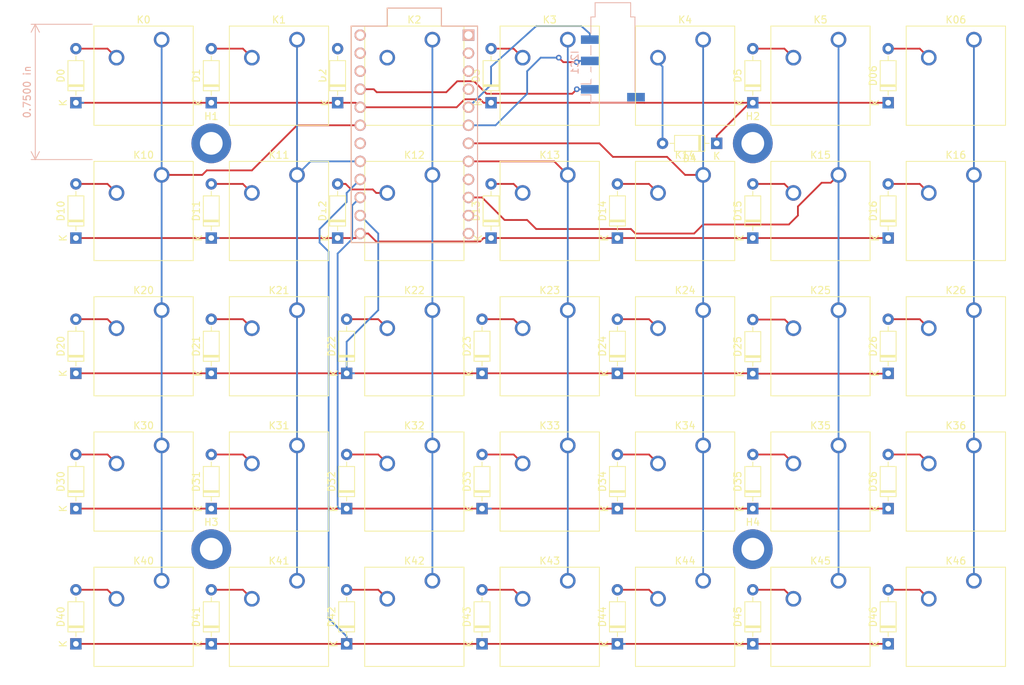
<source format=kicad_pcb>
(kicad_pcb (version 20171130) (host pcbnew "(5.1.5)-3")

  (general
    (thickness 1.6)
    (drawings 1)
    (tracks 206)
    (zones 0)
    (modules 76)
    (nets 52)
  )

  (page A4)
  (layers
    (0 F.Cu signal)
    (31 B.Cu signal)
    (32 B.Adhes user)
    (33 F.Adhes user)
    (34 B.Paste user)
    (35 F.Paste user)
    (36 B.SilkS user)
    (37 F.SilkS user hide)
    (38 B.Mask user)
    (39 F.Mask user)
    (40 Dwgs.User user hide)
    (41 Cmts.User user)
    (42 Eco1.User user)
    (43 Eco2.User user)
    (44 Edge.Cuts user)
    (45 Margin user)
    (46 B.CrtYd user)
    (47 F.CrtYd user hide)
    (48 B.Fab user)
    (49 F.Fab user hide)
  )

  (setup
    (last_trace_width 0.25)
    (trace_clearance 0.2)
    (zone_clearance 0.508)
    (zone_45_only no)
    (trace_min 0.2)
    (via_size 0.8)
    (via_drill 0.4)
    (via_min_size 0.4)
    (via_min_drill 0.3)
    (uvia_size 0.3)
    (uvia_drill 0.1)
    (uvias_allowed no)
    (uvia_min_size 0.2)
    (uvia_min_drill 0.1)
    (edge_width 0.05)
    (segment_width 0.2)
    (pcb_text_width 0.3)
    (pcb_text_size 1.5 1.5)
    (mod_edge_width 0.12)
    (mod_text_size 1 1)
    (mod_text_width 0.15)
    (pad_size 1.524 1.524)
    (pad_drill 0.762)
    (pad_to_mask_clearance 0.051)
    (solder_mask_min_width 0.25)
    (aux_axis_origin 0 0)
    (visible_elements 7FFFFF5F)
    (pcbplotparams
      (layerselection 0x010fc_ffffffff)
      (usegerberextensions false)
      (usegerberattributes false)
      (usegerberadvancedattributes false)
      (creategerberjobfile false)
      (excludeedgelayer true)
      (linewidth 0.100000)
      (plotframeref false)
      (viasonmask false)
      (mode 1)
      (useauxorigin false)
      (hpglpennumber 1)
      (hpglpenspeed 20)
      (hpglpendiameter 15.000000)
      (psnegative false)
      (psa4output false)
      (plotreference true)
      (plotvalue true)
      (plotinvisibletext false)
      (padsonsilk false)
      (subtractmaskfromsilk false)
      (outputformat 1)
      (mirror false)
      (drillshape 1)
      (scaleselection 1)
      (outputdirectory ""))
  )

  (net 0 "")
  (net 1 row0)
  (net 2 row1)
  (net 3 col0)
  (net 4 col1)
  (net 5 col2)
  (net 6 row2)
  (net 7 "Net-(D11-Pad2)")
  (net 8 "Net-(D12-Pad2)")
  (net 9 "Net-(D13-Pad2)")
  (net 10 "Net-(D21-Pad2)")
  (net 11 "Net-(D22-Pad2)")
  (net 12 "Net-(D23-Pad2)")
  (net 13 "Net-(D31-Pad2)")
  (net 14 "Net-(D32-Pad2)")
  (net 15 "Net-(D33-Pad2)")
  (net 16 col5)
  (net 17 col4)
  (net 18 row4)
  (net 19 col3)
  (net 20 row3)
  (net 21 "Net-(D10-Pad2)")
  (net 22 "Net-(D14-Pad2)")
  (net 23 "Net-(D15-Pad2)")
  (net 24 "Net-(D20-Pad2)")
  (net 25 "Net-(D24-Pad2)")
  (net 26 "Net-(D25-Pad2)")
  (net 27 "Net-(D30-Pad2)")
  (net 28 "Net-(D34-Pad2)")
  (net 29 "Net-(D35-Pad2)")
  (net 30 "Net-(D40-Pad2)")
  (net 31 "Net-(D41-Pad2)")
  (net 32 "Net-(D42-Pad2)")
  (net 33 "Net-(D43-Pad2)")
  (net 34 "Net-(D44-Pad2)")
  (net 35 "Net-(D45-Pad2)")
  (net 36 "Net-(D0-Pad2)")
  (net 37 "Net-(D1-Pad2)")
  (net 38 "Net-(D2-Pad2)")
  (net 39 "Net-(D3-Pad2)")
  (net 40 "Net-(D4-Pad2)")
  (net 41 "Net-(D5-Pad2)")
  (net 42 VCC)
  (net 43 GND)
  (net 44 SDA)
  (net 45 SCL)
  (net 46 "Net-(D06-Pad2)")
  (net 47 "Net-(D16-Pad2)")
  (net 48 "Net-(D26-Pad2)")
  (net 49 "Net-(D36-Pad2)")
  (net 50 "Net-(D46-Pad2)")
  (net 51 col6)

  (net_class Default "This is the default net class."
    (clearance 0.2)
    (trace_width 0.25)
    (via_dia 0.8)
    (via_drill 0.4)
    (uvia_dia 0.3)
    (uvia_drill 0.1)
    (add_net GND)
    (add_net "Net-(D0-Pad2)")
    (add_net "Net-(D06-Pad2)")
    (add_net "Net-(D1-Pad2)")
    (add_net "Net-(D10-Pad2)")
    (add_net "Net-(D11-Pad2)")
    (add_net "Net-(D12-Pad2)")
    (add_net "Net-(D13-Pad2)")
    (add_net "Net-(D14-Pad2)")
    (add_net "Net-(D15-Pad2)")
    (add_net "Net-(D16-Pad2)")
    (add_net "Net-(D2-Pad2)")
    (add_net "Net-(D20-Pad2)")
    (add_net "Net-(D21-Pad2)")
    (add_net "Net-(D22-Pad2)")
    (add_net "Net-(D23-Pad2)")
    (add_net "Net-(D24-Pad2)")
    (add_net "Net-(D25-Pad2)")
    (add_net "Net-(D26-Pad2)")
    (add_net "Net-(D3-Pad2)")
    (add_net "Net-(D30-Pad2)")
    (add_net "Net-(D31-Pad2)")
    (add_net "Net-(D32-Pad2)")
    (add_net "Net-(D33-Pad2)")
    (add_net "Net-(D34-Pad2)")
    (add_net "Net-(D35-Pad2)")
    (add_net "Net-(D36-Pad2)")
    (add_net "Net-(D4-Pad2)")
    (add_net "Net-(D40-Pad2)")
    (add_net "Net-(D41-Pad2)")
    (add_net "Net-(D42-Pad2)")
    (add_net "Net-(D43-Pad2)")
    (add_net "Net-(D44-Pad2)")
    (add_net "Net-(D45-Pad2)")
    (add_net "Net-(D46-Pad2)")
    (add_net "Net-(D5-Pad2)")
    (add_net "Net-(Microcontroller2-Pad1)")
    (add_net "Net-(Microcontroller2-Pad11)")
    (add_net "Net-(Microcontroller2-Pad12)")
    (add_net "Net-(Microcontroller2-Pad18)")
    (add_net "Net-(Microcontroller2-Pad2)")
    (add_net "Net-(Microcontroller2-Pad22)")
    (add_net "Net-(Microcontroller2-Pad24)")
    (add_net "Net-(Microcontroller2-Pad3)")
    (add_net "Net-(Microcontroller2-Pad4)")
    (add_net SCL)
    (add_net SDA)
    (add_net VCC)
    (add_net col0)
    (add_net col1)
    (add_net col2)
    (add_net col3)
    (add_net col4)
    (add_net col5)
    (add_net col6)
    (add_net row0)
    (add_net row1)
    (add_net row2)
    (add_net row3)
    (add_net row4)
  )

  (module keyboard:SW_Cherry_MX1A_1.00u_PCB (layer F.Cu) (tedit 59ECAF15) (tstamp 5E52B211)
    (at 90.805 99.06)
    (descr "Cherry MX keyswitch, MX1A, 1u, PCB mount, http://cherryamericas.com/wp-content/uploads/2014/12/mx_cat.pdf")
    (tags "cherry mx keyswitch MX1A 1u PCB")
    (path /5E6A1BFB)
    (fp_text reference K33 (at -2.54 -2.794) (layer F.SilkS)
      (effects (font (size 1 1) (thickness 0.15)))
    )
    (fp_text value KEYSW (at -2.54 12.954) (layer F.Fab)
      (effects (font (size 1 1) (thickness 0.15)))
    )
    (fp_line (start -9.525 12.065) (end -9.525 -1.905) (layer F.SilkS) (width 0.12))
    (fp_line (start 4.445 12.065) (end -9.525 12.065) (layer F.SilkS) (width 0.12))
    (fp_line (start 4.445 -1.905) (end 4.445 12.065) (layer F.SilkS) (width 0.12))
    (fp_line (start -9.525 -1.905) (end 4.445 -1.905) (layer F.SilkS) (width 0.12))
    (fp_line (start -12.065 14.605) (end -12.065 -4.445) (layer Dwgs.User) (width 0.15))
    (fp_line (start 6.985 14.605) (end -12.065 14.605) (layer Dwgs.User) (width 0.15))
    (fp_line (start 6.985 -4.445) (end 6.985 14.605) (layer Dwgs.User) (width 0.15))
    (fp_line (start -12.065 -4.445) (end 6.985 -4.445) (layer Dwgs.User) (width 0.15))
    (fp_line (start -9.78 -2.16) (end 4.7 -2.16) (layer F.CrtYd) (width 0.05))
    (fp_line (start 4.7 -2.16) (end 4.7 12.32) (layer F.CrtYd) (width 0.05))
    (fp_line (start 4.7 12.32) (end -9.78 12.32) (layer F.CrtYd) (width 0.05))
    (fp_line (start -9.78 12.32) (end -9.78 -2.16) (layer F.CrtYd) (width 0.05))
    (fp_line (start -8.89 11.43) (end -8.89 -1.27) (layer F.Fab) (width 0.15))
    (fp_line (start 3.81 11.43) (end -8.89 11.43) (layer F.Fab) (width 0.15))
    (fp_line (start 3.81 -1.27) (end 3.81 11.43) (layer F.Fab) (width 0.15))
    (fp_line (start -8.89 -1.27) (end 3.81 -1.27) (layer F.Fab) (width 0.15))
    (fp_text user %R (at -2.54 -2.794) (layer F.Fab)
      (effects (font (size 1 1) (thickness 0.15)))
    )
    (pad "" np_thru_hole circle (at 2.54 5.08) (size 1.7 1.7) (drill 1.7) (layers *.Cu *.Mask))
    (pad "" np_thru_hole circle (at -7.62 5.08) (size 1.7 1.7) (drill 1.7) (layers *.Cu *.Mask))
    (pad "" np_thru_hole circle (at -2.54 5.08) (size 4 4) (drill 4) (layers *.Cu *.Mask))
    (pad 2 thru_hole circle (at -6.35 2.54) (size 2.2 2.2) (drill 1.5) (layers *.Cu *.Mask)
      (net 15 "Net-(D33-Pad2)"))
    (pad 1 thru_hole circle (at 0 0) (size 2.2 2.2) (drill 1.5) (layers *.Cu *.Mask)
      (net 19 col3))
    (model ${KISYS3DMOD}/Buttons_Switches_Keyboard.3dshapes/SW_Cherry_MX1A_1.00u_PCB.wrl
      (at (xyz 0 0 0))
      (scale (xyz 1 1 1))
      (rotate (xyz 0 0 0))
    )
  )

  (module keyboard:SW_Cherry_MX1A_1.00u_PCB (layer F.Cu) (tedit 59ECAF15) (tstamp 5E56CFC4)
    (at 147.955 118.11)
    (descr "Cherry MX keyswitch, MX1A, 1u, PCB mount, http://cherryamericas.com/wp-content/uploads/2014/12/mx_cat.pdf")
    (tags "cherry mx keyswitch MX1A 1u PCB")
    (path /5E645AB2)
    (fp_text reference K46 (at -2.54 -2.794) (layer F.SilkS)
      (effects (font (size 1 1) (thickness 0.15)))
    )
    (fp_text value KEYSW (at -2.54 12.954) (layer F.Fab)
      (effects (font (size 1 1) (thickness 0.15)))
    )
    (fp_line (start -9.525 12.065) (end -9.525 -1.905) (layer F.SilkS) (width 0.12))
    (fp_line (start 4.445 12.065) (end -9.525 12.065) (layer F.SilkS) (width 0.12))
    (fp_line (start 4.445 -1.905) (end 4.445 12.065) (layer F.SilkS) (width 0.12))
    (fp_line (start -9.525 -1.905) (end 4.445 -1.905) (layer F.SilkS) (width 0.12))
    (fp_line (start -12.065 14.605) (end -12.065 -4.445) (layer Dwgs.User) (width 0.15))
    (fp_line (start 6.985 14.605) (end -12.065 14.605) (layer Dwgs.User) (width 0.15))
    (fp_line (start 6.985 -4.445) (end 6.985 14.605) (layer Dwgs.User) (width 0.15))
    (fp_line (start -12.065 -4.445) (end 6.985 -4.445) (layer Dwgs.User) (width 0.15))
    (fp_line (start -9.78 -2.16) (end 4.7 -2.16) (layer F.CrtYd) (width 0.05))
    (fp_line (start 4.7 -2.16) (end 4.7 12.32) (layer F.CrtYd) (width 0.05))
    (fp_line (start 4.7 12.32) (end -9.78 12.32) (layer F.CrtYd) (width 0.05))
    (fp_line (start -9.78 12.32) (end -9.78 -2.16) (layer F.CrtYd) (width 0.05))
    (fp_line (start -8.89 11.43) (end -8.89 -1.27) (layer F.Fab) (width 0.15))
    (fp_line (start 3.81 11.43) (end -8.89 11.43) (layer F.Fab) (width 0.15))
    (fp_line (start 3.81 -1.27) (end 3.81 11.43) (layer F.Fab) (width 0.15))
    (fp_line (start -8.89 -1.27) (end 3.81 -1.27) (layer F.Fab) (width 0.15))
    (fp_text user %R (at -2.54 -2.794) (layer F.Fab)
      (effects (font (size 1 1) (thickness 0.15)))
    )
    (pad "" np_thru_hole circle (at 2.54 5.08) (size 1.7 1.7) (drill 1.7) (layers *.Cu *.Mask))
    (pad "" np_thru_hole circle (at -7.62 5.08) (size 1.7 1.7) (drill 1.7) (layers *.Cu *.Mask))
    (pad "" np_thru_hole circle (at -2.54 5.08) (size 4 4) (drill 4) (layers *.Cu *.Mask))
    (pad 2 thru_hole circle (at -6.35 2.54) (size 2.2 2.2) (drill 1.5) (layers *.Cu *.Mask)
      (net 50 "Net-(D46-Pad2)"))
    (pad 1 thru_hole circle (at 0 0) (size 2.2 2.2) (drill 1.5) (layers *.Cu *.Mask)
      (net 51 col6))
    (model ${KISYS3DMOD}/Buttons_Switches_Keyboard.3dshapes/SW_Cherry_MX1A_1.00u_PCB.wrl
      (at (xyz 0 0 0))
      (scale (xyz 1 1 1))
      (rotate (xyz 0 0 0))
    )
  )

  (module keyboard:SW_Cherry_MX1A_1.00u_PCB (layer F.Cu) (tedit 59ECAF15) (tstamp 5E56CE7E)
    (at 147.955 99.06)
    (descr "Cherry MX keyswitch, MX1A, 1u, PCB mount, http://cherryamericas.com/wp-content/uploads/2014/12/mx_cat.pdf")
    (tags "cherry mx keyswitch MX1A 1u PCB")
    (path /5E645AA2)
    (fp_text reference K36 (at -2.54 -2.794) (layer F.SilkS)
      (effects (font (size 1 1) (thickness 0.15)))
    )
    (fp_text value KEYSW (at -2.54 12.954) (layer F.Fab)
      (effects (font (size 1 1) (thickness 0.15)))
    )
    (fp_line (start -9.525 12.065) (end -9.525 -1.905) (layer F.SilkS) (width 0.12))
    (fp_line (start 4.445 12.065) (end -9.525 12.065) (layer F.SilkS) (width 0.12))
    (fp_line (start 4.445 -1.905) (end 4.445 12.065) (layer F.SilkS) (width 0.12))
    (fp_line (start -9.525 -1.905) (end 4.445 -1.905) (layer F.SilkS) (width 0.12))
    (fp_line (start -12.065 14.605) (end -12.065 -4.445) (layer Dwgs.User) (width 0.15))
    (fp_line (start 6.985 14.605) (end -12.065 14.605) (layer Dwgs.User) (width 0.15))
    (fp_line (start 6.985 -4.445) (end 6.985 14.605) (layer Dwgs.User) (width 0.15))
    (fp_line (start -12.065 -4.445) (end 6.985 -4.445) (layer Dwgs.User) (width 0.15))
    (fp_line (start -9.78 -2.16) (end 4.7 -2.16) (layer F.CrtYd) (width 0.05))
    (fp_line (start 4.7 -2.16) (end 4.7 12.32) (layer F.CrtYd) (width 0.05))
    (fp_line (start 4.7 12.32) (end -9.78 12.32) (layer F.CrtYd) (width 0.05))
    (fp_line (start -9.78 12.32) (end -9.78 -2.16) (layer F.CrtYd) (width 0.05))
    (fp_line (start -8.89 11.43) (end -8.89 -1.27) (layer F.Fab) (width 0.15))
    (fp_line (start 3.81 11.43) (end -8.89 11.43) (layer F.Fab) (width 0.15))
    (fp_line (start 3.81 -1.27) (end 3.81 11.43) (layer F.Fab) (width 0.15))
    (fp_line (start -8.89 -1.27) (end 3.81 -1.27) (layer F.Fab) (width 0.15))
    (fp_text user %R (at -2.54 -2.794) (layer F.Fab)
      (effects (font (size 1 1) (thickness 0.15)))
    )
    (pad "" np_thru_hole circle (at 2.54 5.08) (size 1.7 1.7) (drill 1.7) (layers *.Cu *.Mask))
    (pad "" np_thru_hole circle (at -7.62 5.08) (size 1.7 1.7) (drill 1.7) (layers *.Cu *.Mask))
    (pad "" np_thru_hole circle (at -2.54 5.08) (size 4 4) (drill 4) (layers *.Cu *.Mask))
    (pad 2 thru_hole circle (at -6.35 2.54) (size 2.2 2.2) (drill 1.5) (layers *.Cu *.Mask)
      (net 49 "Net-(D36-Pad2)"))
    (pad 1 thru_hole circle (at 0 0) (size 2.2 2.2) (drill 1.5) (layers *.Cu *.Mask)
      (net 51 col6))
    (model ${KISYS3DMOD}/Buttons_Switches_Keyboard.3dshapes/SW_Cherry_MX1A_1.00u_PCB.wrl
      (at (xyz 0 0 0))
      (scale (xyz 1 1 1))
      (rotate (xyz 0 0 0))
    )
  )

  (module keyboard:SW_Cherry_MX1A_1.00u_PCB (layer F.Cu) (tedit 59ECAF15) (tstamp 5E56CD38)
    (at 147.955 80.01)
    (descr "Cherry MX keyswitch, MX1A, 1u, PCB mount, http://cherryamericas.com/wp-content/uploads/2014/12/mx_cat.pdf")
    (tags "cherry mx keyswitch MX1A 1u PCB")
    (path /5E645A87)
    (fp_text reference K26 (at -2.54 -2.794) (layer F.SilkS)
      (effects (font (size 1 1) (thickness 0.15)))
    )
    (fp_text value KEYSW (at -2.54 12.954) (layer F.Fab)
      (effects (font (size 1 1) (thickness 0.15)))
    )
    (fp_line (start -9.525 12.065) (end -9.525 -1.905) (layer F.SilkS) (width 0.12))
    (fp_line (start 4.445 12.065) (end -9.525 12.065) (layer F.SilkS) (width 0.12))
    (fp_line (start 4.445 -1.905) (end 4.445 12.065) (layer F.SilkS) (width 0.12))
    (fp_line (start -9.525 -1.905) (end 4.445 -1.905) (layer F.SilkS) (width 0.12))
    (fp_line (start -12.065 14.605) (end -12.065 -4.445) (layer Dwgs.User) (width 0.15))
    (fp_line (start 6.985 14.605) (end -12.065 14.605) (layer Dwgs.User) (width 0.15))
    (fp_line (start 6.985 -4.445) (end 6.985 14.605) (layer Dwgs.User) (width 0.15))
    (fp_line (start -12.065 -4.445) (end 6.985 -4.445) (layer Dwgs.User) (width 0.15))
    (fp_line (start -9.78 -2.16) (end 4.7 -2.16) (layer F.CrtYd) (width 0.05))
    (fp_line (start 4.7 -2.16) (end 4.7 12.32) (layer F.CrtYd) (width 0.05))
    (fp_line (start 4.7 12.32) (end -9.78 12.32) (layer F.CrtYd) (width 0.05))
    (fp_line (start -9.78 12.32) (end -9.78 -2.16) (layer F.CrtYd) (width 0.05))
    (fp_line (start -8.89 11.43) (end -8.89 -1.27) (layer F.Fab) (width 0.15))
    (fp_line (start 3.81 11.43) (end -8.89 11.43) (layer F.Fab) (width 0.15))
    (fp_line (start 3.81 -1.27) (end 3.81 11.43) (layer F.Fab) (width 0.15))
    (fp_line (start -8.89 -1.27) (end 3.81 -1.27) (layer F.Fab) (width 0.15))
    (fp_text user %R (at -2.54 -2.794) (layer F.Fab)
      (effects (font (size 1 1) (thickness 0.15)))
    )
    (pad "" np_thru_hole circle (at 2.54 5.08) (size 1.7 1.7) (drill 1.7) (layers *.Cu *.Mask))
    (pad "" np_thru_hole circle (at -7.62 5.08) (size 1.7 1.7) (drill 1.7) (layers *.Cu *.Mask))
    (pad "" np_thru_hole circle (at -2.54 5.08) (size 4 4) (drill 4) (layers *.Cu *.Mask))
    (pad 2 thru_hole circle (at -6.35 2.54) (size 2.2 2.2) (drill 1.5) (layers *.Cu *.Mask)
      (net 48 "Net-(D26-Pad2)"))
    (pad 1 thru_hole circle (at 0 0) (size 2.2 2.2) (drill 1.5) (layers *.Cu *.Mask)
      (net 51 col6))
    (model ${KISYS3DMOD}/Buttons_Switches_Keyboard.3dshapes/SW_Cherry_MX1A_1.00u_PCB.wrl
      (at (xyz 0 0 0))
      (scale (xyz 1 1 1))
      (rotate (xyz 0 0 0))
    )
  )

  (module keyboard:SW_Cherry_MX1A_1.00u_PCB (layer F.Cu) (tedit 59ECAF15) (tstamp 5E56CBF2)
    (at 147.955 60.96)
    (descr "Cherry MX keyswitch, MX1A, 1u, PCB mount, http://cherryamericas.com/wp-content/uploads/2014/12/mx_cat.pdf")
    (tags "cherry mx keyswitch MX1A 1u PCB")
    (path /5E645A70)
    (fp_text reference K16 (at -2.54 -2.794) (layer F.SilkS)
      (effects (font (size 1 1) (thickness 0.15)))
    )
    (fp_text value KEYSW (at -2.54 12.954) (layer F.Fab)
      (effects (font (size 1 1) (thickness 0.15)))
    )
    (fp_line (start -9.525 12.065) (end -9.525 -1.905) (layer F.SilkS) (width 0.12))
    (fp_line (start 4.445 12.065) (end -9.525 12.065) (layer F.SilkS) (width 0.12))
    (fp_line (start 4.445 -1.905) (end 4.445 12.065) (layer F.SilkS) (width 0.12))
    (fp_line (start -9.525 -1.905) (end 4.445 -1.905) (layer F.SilkS) (width 0.12))
    (fp_line (start -12.065 14.605) (end -12.065 -4.445) (layer Dwgs.User) (width 0.15))
    (fp_line (start 6.985 14.605) (end -12.065 14.605) (layer Dwgs.User) (width 0.15))
    (fp_line (start 6.985 -4.445) (end 6.985 14.605) (layer Dwgs.User) (width 0.15))
    (fp_line (start -12.065 -4.445) (end 6.985 -4.445) (layer Dwgs.User) (width 0.15))
    (fp_line (start -9.78 -2.16) (end 4.7 -2.16) (layer F.CrtYd) (width 0.05))
    (fp_line (start 4.7 -2.16) (end 4.7 12.32) (layer F.CrtYd) (width 0.05))
    (fp_line (start 4.7 12.32) (end -9.78 12.32) (layer F.CrtYd) (width 0.05))
    (fp_line (start -9.78 12.32) (end -9.78 -2.16) (layer F.CrtYd) (width 0.05))
    (fp_line (start -8.89 11.43) (end -8.89 -1.27) (layer F.Fab) (width 0.15))
    (fp_line (start 3.81 11.43) (end -8.89 11.43) (layer F.Fab) (width 0.15))
    (fp_line (start 3.81 -1.27) (end 3.81 11.43) (layer F.Fab) (width 0.15))
    (fp_line (start -8.89 -1.27) (end 3.81 -1.27) (layer F.Fab) (width 0.15))
    (fp_text user %R (at -2.54 -2.794) (layer F.Fab)
      (effects (font (size 1 1) (thickness 0.15)))
    )
    (pad "" np_thru_hole circle (at 2.54 5.08) (size 1.7 1.7) (drill 1.7) (layers *.Cu *.Mask))
    (pad "" np_thru_hole circle (at -7.62 5.08) (size 1.7 1.7) (drill 1.7) (layers *.Cu *.Mask))
    (pad "" np_thru_hole circle (at -2.54 5.08) (size 4 4) (drill 4) (layers *.Cu *.Mask))
    (pad 2 thru_hole circle (at -6.35 2.54) (size 2.2 2.2) (drill 1.5) (layers *.Cu *.Mask)
      (net 47 "Net-(D16-Pad2)"))
    (pad 1 thru_hole circle (at 0 0) (size 2.2 2.2) (drill 1.5) (layers *.Cu *.Mask)
      (net 51 col6))
    (model ${KISYS3DMOD}/Buttons_Switches_Keyboard.3dshapes/SW_Cherry_MX1A_1.00u_PCB.wrl
      (at (xyz 0 0 0))
      (scale (xyz 1 1 1))
      (rotate (xyz 0 0 0))
    )
  )

  (module keyboard:SW_Cherry_MX1A_1.00u_PCB (layer F.Cu) (tedit 59ECAF15) (tstamp 5E56CAAC)
    (at 147.955 41.91)
    (descr "Cherry MX keyswitch, MX1A, 1u, PCB mount, http://cherryamericas.com/wp-content/uploads/2014/12/mx_cat.pdf")
    (tags "cherry mx keyswitch MX1A 1u PCB")
    (path /5E645A77)
    (fp_text reference K06 (at -2.54 -2.794) (layer F.SilkS)
      (effects (font (size 1 1) (thickness 0.15)))
    )
    (fp_text value KEYSW (at -2.54 12.954) (layer F.Fab)
      (effects (font (size 1 1) (thickness 0.15)))
    )
    (fp_line (start -9.525 12.065) (end -9.525 -1.905) (layer F.SilkS) (width 0.12))
    (fp_line (start 4.445 12.065) (end -9.525 12.065) (layer F.SilkS) (width 0.12))
    (fp_line (start 4.445 -1.905) (end 4.445 12.065) (layer F.SilkS) (width 0.12))
    (fp_line (start -9.525 -1.905) (end 4.445 -1.905) (layer F.SilkS) (width 0.12))
    (fp_line (start -12.065 14.605) (end -12.065 -4.445) (layer Dwgs.User) (width 0.15))
    (fp_line (start 6.985 14.605) (end -12.065 14.605) (layer Dwgs.User) (width 0.15))
    (fp_line (start 6.985 -4.445) (end 6.985 14.605) (layer Dwgs.User) (width 0.15))
    (fp_line (start -12.065 -4.445) (end 6.985 -4.445) (layer Dwgs.User) (width 0.15))
    (fp_line (start -9.78 -2.16) (end 4.7 -2.16) (layer F.CrtYd) (width 0.05))
    (fp_line (start 4.7 -2.16) (end 4.7 12.32) (layer F.CrtYd) (width 0.05))
    (fp_line (start 4.7 12.32) (end -9.78 12.32) (layer F.CrtYd) (width 0.05))
    (fp_line (start -9.78 12.32) (end -9.78 -2.16) (layer F.CrtYd) (width 0.05))
    (fp_line (start -8.89 11.43) (end -8.89 -1.27) (layer F.Fab) (width 0.15))
    (fp_line (start 3.81 11.43) (end -8.89 11.43) (layer F.Fab) (width 0.15))
    (fp_line (start 3.81 -1.27) (end 3.81 11.43) (layer F.Fab) (width 0.15))
    (fp_line (start -8.89 -1.27) (end 3.81 -1.27) (layer F.Fab) (width 0.15))
    (fp_text user %R (at -2.54 -2.794) (layer F.Fab)
      (effects (font (size 1 1) (thickness 0.15)))
    )
    (pad "" np_thru_hole circle (at 2.54 5.08) (size 1.7 1.7) (drill 1.7) (layers *.Cu *.Mask))
    (pad "" np_thru_hole circle (at -7.62 5.08) (size 1.7 1.7) (drill 1.7) (layers *.Cu *.Mask))
    (pad "" np_thru_hole circle (at -2.54 5.08) (size 4 4) (drill 4) (layers *.Cu *.Mask))
    (pad 2 thru_hole circle (at -6.35 2.54) (size 2.2 2.2) (drill 1.5) (layers *.Cu *.Mask)
      (net 46 "Net-(D06-Pad2)"))
    (pad 1 thru_hole circle (at 0 0) (size 2.2 2.2) (drill 1.5) (layers *.Cu *.Mask)
      (net 51 col6))
    (model ${KISYS3DMOD}/Buttons_Switches_Keyboard.3dshapes/SW_Cherry_MX1A_1.00u_PCB.wrl
      (at (xyz 0 0 0))
      (scale (xyz 1 1 1))
      (rotate (xyz 0 0 0))
    )
  )

  (module Diode_THT:D_DO-35_SOD27_P7.62mm_Horizontal (layer F.Cu) (tedit 5AE50CD5) (tstamp 5E56C8E6)
    (at 135.89 127 90)
    (descr "Diode, DO-35_SOD27 series, Axial, Horizontal, pin pitch=7.62mm, , length*diameter=4*2mm^2, , http://www.diodes.com/_files/packages/DO-35.pdf")
    (tags "Diode DO-35_SOD27 series Axial Horizontal pin pitch 7.62mm  length 4mm diameter 2mm")
    (path /5E645AAC)
    (fp_text reference D46 (at 3.81 -2.12 90) (layer F.SilkS)
      (effects (font (size 1 1) (thickness 0.15)))
    )
    (fp_text value D (at 3.81 2.12 90) (layer F.Fab)
      (effects (font (size 1 1) (thickness 0.15)))
    )
    (fp_text user K (at 0 -1.8 90) (layer F.SilkS)
      (effects (font (size 1 1) (thickness 0.15)))
    )
    (fp_text user K (at 0 -1.8 90) (layer F.Fab)
      (effects (font (size 1 1) (thickness 0.15)))
    )
    (fp_text user %R (at 4.11 0 90) (layer F.Fab)
      (effects (font (size 0.8 0.8) (thickness 0.12)))
    )
    (fp_line (start 8.67 -1.25) (end -1.05 -1.25) (layer F.CrtYd) (width 0.05))
    (fp_line (start 8.67 1.25) (end 8.67 -1.25) (layer F.CrtYd) (width 0.05))
    (fp_line (start -1.05 1.25) (end 8.67 1.25) (layer F.CrtYd) (width 0.05))
    (fp_line (start -1.05 -1.25) (end -1.05 1.25) (layer F.CrtYd) (width 0.05))
    (fp_line (start 2.29 -1.12) (end 2.29 1.12) (layer F.SilkS) (width 0.12))
    (fp_line (start 2.53 -1.12) (end 2.53 1.12) (layer F.SilkS) (width 0.12))
    (fp_line (start 2.41 -1.12) (end 2.41 1.12) (layer F.SilkS) (width 0.12))
    (fp_line (start 6.58 0) (end 5.93 0) (layer F.SilkS) (width 0.12))
    (fp_line (start 1.04 0) (end 1.69 0) (layer F.SilkS) (width 0.12))
    (fp_line (start 5.93 -1.12) (end 1.69 -1.12) (layer F.SilkS) (width 0.12))
    (fp_line (start 5.93 1.12) (end 5.93 -1.12) (layer F.SilkS) (width 0.12))
    (fp_line (start 1.69 1.12) (end 5.93 1.12) (layer F.SilkS) (width 0.12))
    (fp_line (start 1.69 -1.12) (end 1.69 1.12) (layer F.SilkS) (width 0.12))
    (fp_line (start 2.31 -1) (end 2.31 1) (layer F.Fab) (width 0.1))
    (fp_line (start 2.51 -1) (end 2.51 1) (layer F.Fab) (width 0.1))
    (fp_line (start 2.41 -1) (end 2.41 1) (layer F.Fab) (width 0.1))
    (fp_line (start 7.62 0) (end 5.81 0) (layer F.Fab) (width 0.1))
    (fp_line (start 0 0) (end 1.81 0) (layer F.Fab) (width 0.1))
    (fp_line (start 5.81 -1) (end 1.81 -1) (layer F.Fab) (width 0.1))
    (fp_line (start 5.81 1) (end 5.81 -1) (layer F.Fab) (width 0.1))
    (fp_line (start 1.81 1) (end 5.81 1) (layer F.Fab) (width 0.1))
    (fp_line (start 1.81 -1) (end 1.81 1) (layer F.Fab) (width 0.1))
    (pad 2 thru_hole oval (at 7.62 0 90) (size 1.6 1.6) (drill 0.8) (layers *.Cu *.Mask)
      (net 50 "Net-(D46-Pad2)"))
    (pad 1 thru_hole rect (at 0 0 90) (size 1.6 1.6) (drill 0.8) (layers *.Cu *.Mask)
      (net 18 row4))
    (model ${KISYS3DMOD}/Diode_THT.3dshapes/D_DO-35_SOD27_P7.62mm_Horizontal.wrl
      (at (xyz 0 0 0))
      (scale (xyz 1 1 1))
      (rotate (xyz 0 0 0))
    )
  )

  (module Diode_THT:D_DO-35_SOD27_P7.62mm_Horizontal (layer F.Cu) (tedit 5AE50CD5) (tstamp 5E56C75F)
    (at 135.89 107.95 90)
    (descr "Diode, DO-35_SOD27 series, Axial, Horizontal, pin pitch=7.62mm, , length*diameter=4*2mm^2, , http://www.diodes.com/_files/packages/DO-35.pdf")
    (tags "Diode DO-35_SOD27 series Axial Horizontal pin pitch 7.62mm  length 4mm diameter 2mm")
    (path /5E645A9C)
    (fp_text reference D36 (at 3.81 -2.12 90) (layer F.SilkS)
      (effects (font (size 1 1) (thickness 0.15)))
    )
    (fp_text value D (at 3.81 2.12 90) (layer F.Fab)
      (effects (font (size 1 1) (thickness 0.15)))
    )
    (fp_text user K (at 0 -1.8 90) (layer F.SilkS)
      (effects (font (size 1 1) (thickness 0.15)))
    )
    (fp_text user K (at 0 -1.8 90) (layer F.Fab)
      (effects (font (size 1 1) (thickness 0.15)))
    )
    (fp_text user %R (at 4.11 0 90) (layer F.Fab)
      (effects (font (size 0.8 0.8) (thickness 0.12)))
    )
    (fp_line (start 8.67 -1.25) (end -1.05 -1.25) (layer F.CrtYd) (width 0.05))
    (fp_line (start 8.67 1.25) (end 8.67 -1.25) (layer F.CrtYd) (width 0.05))
    (fp_line (start -1.05 1.25) (end 8.67 1.25) (layer F.CrtYd) (width 0.05))
    (fp_line (start -1.05 -1.25) (end -1.05 1.25) (layer F.CrtYd) (width 0.05))
    (fp_line (start 2.29 -1.12) (end 2.29 1.12) (layer F.SilkS) (width 0.12))
    (fp_line (start 2.53 -1.12) (end 2.53 1.12) (layer F.SilkS) (width 0.12))
    (fp_line (start 2.41 -1.12) (end 2.41 1.12) (layer F.SilkS) (width 0.12))
    (fp_line (start 6.58 0) (end 5.93 0) (layer F.SilkS) (width 0.12))
    (fp_line (start 1.04 0) (end 1.69 0) (layer F.SilkS) (width 0.12))
    (fp_line (start 5.93 -1.12) (end 1.69 -1.12) (layer F.SilkS) (width 0.12))
    (fp_line (start 5.93 1.12) (end 5.93 -1.12) (layer F.SilkS) (width 0.12))
    (fp_line (start 1.69 1.12) (end 5.93 1.12) (layer F.SilkS) (width 0.12))
    (fp_line (start 1.69 -1.12) (end 1.69 1.12) (layer F.SilkS) (width 0.12))
    (fp_line (start 2.31 -1) (end 2.31 1) (layer F.Fab) (width 0.1))
    (fp_line (start 2.51 -1) (end 2.51 1) (layer F.Fab) (width 0.1))
    (fp_line (start 2.41 -1) (end 2.41 1) (layer F.Fab) (width 0.1))
    (fp_line (start 7.62 0) (end 5.81 0) (layer F.Fab) (width 0.1))
    (fp_line (start 0 0) (end 1.81 0) (layer F.Fab) (width 0.1))
    (fp_line (start 5.81 -1) (end 1.81 -1) (layer F.Fab) (width 0.1))
    (fp_line (start 5.81 1) (end 5.81 -1) (layer F.Fab) (width 0.1))
    (fp_line (start 1.81 1) (end 5.81 1) (layer F.Fab) (width 0.1))
    (fp_line (start 1.81 -1) (end 1.81 1) (layer F.Fab) (width 0.1))
    (pad 2 thru_hole oval (at 7.62 0 90) (size 1.6 1.6) (drill 0.8) (layers *.Cu *.Mask)
      (net 49 "Net-(D36-Pad2)"))
    (pad 1 thru_hole rect (at 0 0 90) (size 1.6 1.6) (drill 0.8) (layers *.Cu *.Mask)
      (net 20 row3))
    (model ${KISYS3DMOD}/Diode_THT.3dshapes/D_DO-35_SOD27_P7.62mm_Horizontal.wrl
      (at (xyz 0 0 0))
      (scale (xyz 1 1 1))
      (rotate (xyz 0 0 0))
    )
  )

  (module Diode_THT:D_DO-35_SOD27_P7.62mm_Horizontal (layer F.Cu) (tedit 5AE50CD5) (tstamp 5E56C5D8)
    (at 135.89 88.9 90)
    (descr "Diode, DO-35_SOD27 series, Axial, Horizontal, pin pitch=7.62mm, , length*diameter=4*2mm^2, , http://www.diodes.com/_files/packages/DO-35.pdf")
    (tags "Diode DO-35_SOD27 series Axial Horizontal pin pitch 7.62mm  length 4mm diameter 2mm")
    (path /5E645A81)
    (fp_text reference D26 (at 3.81 -2.12 90) (layer F.SilkS)
      (effects (font (size 1 1) (thickness 0.15)))
    )
    (fp_text value D (at 3.81 2.12 90) (layer F.Fab)
      (effects (font (size 1 1) (thickness 0.15)))
    )
    (fp_text user K (at 0 -1.8 90) (layer F.SilkS)
      (effects (font (size 1 1) (thickness 0.15)))
    )
    (fp_text user K (at 0 -1.8 90) (layer F.Fab)
      (effects (font (size 1 1) (thickness 0.15)))
    )
    (fp_text user %R (at 4.11 0 90) (layer F.Fab)
      (effects (font (size 0.8 0.8) (thickness 0.12)))
    )
    (fp_line (start 8.67 -1.25) (end -1.05 -1.25) (layer F.CrtYd) (width 0.05))
    (fp_line (start 8.67 1.25) (end 8.67 -1.25) (layer F.CrtYd) (width 0.05))
    (fp_line (start -1.05 1.25) (end 8.67 1.25) (layer F.CrtYd) (width 0.05))
    (fp_line (start -1.05 -1.25) (end -1.05 1.25) (layer F.CrtYd) (width 0.05))
    (fp_line (start 2.29 -1.12) (end 2.29 1.12) (layer F.SilkS) (width 0.12))
    (fp_line (start 2.53 -1.12) (end 2.53 1.12) (layer F.SilkS) (width 0.12))
    (fp_line (start 2.41 -1.12) (end 2.41 1.12) (layer F.SilkS) (width 0.12))
    (fp_line (start 6.58 0) (end 5.93 0) (layer F.SilkS) (width 0.12))
    (fp_line (start 1.04 0) (end 1.69 0) (layer F.SilkS) (width 0.12))
    (fp_line (start 5.93 -1.12) (end 1.69 -1.12) (layer F.SilkS) (width 0.12))
    (fp_line (start 5.93 1.12) (end 5.93 -1.12) (layer F.SilkS) (width 0.12))
    (fp_line (start 1.69 1.12) (end 5.93 1.12) (layer F.SilkS) (width 0.12))
    (fp_line (start 1.69 -1.12) (end 1.69 1.12) (layer F.SilkS) (width 0.12))
    (fp_line (start 2.31 -1) (end 2.31 1) (layer F.Fab) (width 0.1))
    (fp_line (start 2.51 -1) (end 2.51 1) (layer F.Fab) (width 0.1))
    (fp_line (start 2.41 -1) (end 2.41 1) (layer F.Fab) (width 0.1))
    (fp_line (start 7.62 0) (end 5.81 0) (layer F.Fab) (width 0.1))
    (fp_line (start 0 0) (end 1.81 0) (layer F.Fab) (width 0.1))
    (fp_line (start 5.81 -1) (end 1.81 -1) (layer F.Fab) (width 0.1))
    (fp_line (start 5.81 1) (end 5.81 -1) (layer F.Fab) (width 0.1))
    (fp_line (start 1.81 1) (end 5.81 1) (layer F.Fab) (width 0.1))
    (fp_line (start 1.81 -1) (end 1.81 1) (layer F.Fab) (width 0.1))
    (pad 2 thru_hole oval (at 7.62 0 90) (size 1.6 1.6) (drill 0.8) (layers *.Cu *.Mask)
      (net 48 "Net-(D26-Pad2)"))
    (pad 1 thru_hole rect (at 0 0 90) (size 1.6 1.6) (drill 0.8) (layers *.Cu *.Mask)
      (net 6 row2))
    (model ${KISYS3DMOD}/Diode_THT.3dshapes/D_DO-35_SOD27_P7.62mm_Horizontal.wrl
      (at (xyz 0 0 0))
      (scale (xyz 1 1 1))
      (rotate (xyz 0 0 0))
    )
  )

  (module Diode_THT:D_DO-35_SOD27_P7.62mm_Horizontal (layer F.Cu) (tedit 5AE50CD5) (tstamp 5E56C451)
    (at 135.89 69.85 90)
    (descr "Diode, DO-35_SOD27 series, Axial, Horizontal, pin pitch=7.62mm, , length*diameter=4*2mm^2, , http://www.diodes.com/_files/packages/DO-35.pdf")
    (tags "Diode DO-35_SOD27 series Axial Horizontal pin pitch 7.62mm  length 4mm diameter 2mm")
    (path /5E645A64)
    (fp_text reference D16 (at 3.81 -2.12 90) (layer F.SilkS)
      (effects (font (size 1 1) (thickness 0.15)))
    )
    (fp_text value D (at 3.81 2.12 90) (layer F.Fab)
      (effects (font (size 1 1) (thickness 0.15)))
    )
    (fp_text user K (at 0 -1.8 90) (layer F.SilkS)
      (effects (font (size 1 1) (thickness 0.15)))
    )
    (fp_text user K (at 0 -1.8 90) (layer F.Fab)
      (effects (font (size 1 1) (thickness 0.15)))
    )
    (fp_text user %R (at 4.11 0 90) (layer F.Fab)
      (effects (font (size 0.8 0.8) (thickness 0.12)))
    )
    (fp_line (start 8.67 -1.25) (end -1.05 -1.25) (layer F.CrtYd) (width 0.05))
    (fp_line (start 8.67 1.25) (end 8.67 -1.25) (layer F.CrtYd) (width 0.05))
    (fp_line (start -1.05 1.25) (end 8.67 1.25) (layer F.CrtYd) (width 0.05))
    (fp_line (start -1.05 -1.25) (end -1.05 1.25) (layer F.CrtYd) (width 0.05))
    (fp_line (start 2.29 -1.12) (end 2.29 1.12) (layer F.SilkS) (width 0.12))
    (fp_line (start 2.53 -1.12) (end 2.53 1.12) (layer F.SilkS) (width 0.12))
    (fp_line (start 2.41 -1.12) (end 2.41 1.12) (layer F.SilkS) (width 0.12))
    (fp_line (start 6.58 0) (end 5.93 0) (layer F.SilkS) (width 0.12))
    (fp_line (start 1.04 0) (end 1.69 0) (layer F.SilkS) (width 0.12))
    (fp_line (start 5.93 -1.12) (end 1.69 -1.12) (layer F.SilkS) (width 0.12))
    (fp_line (start 5.93 1.12) (end 5.93 -1.12) (layer F.SilkS) (width 0.12))
    (fp_line (start 1.69 1.12) (end 5.93 1.12) (layer F.SilkS) (width 0.12))
    (fp_line (start 1.69 -1.12) (end 1.69 1.12) (layer F.SilkS) (width 0.12))
    (fp_line (start 2.31 -1) (end 2.31 1) (layer F.Fab) (width 0.1))
    (fp_line (start 2.51 -1) (end 2.51 1) (layer F.Fab) (width 0.1))
    (fp_line (start 2.41 -1) (end 2.41 1) (layer F.Fab) (width 0.1))
    (fp_line (start 7.62 0) (end 5.81 0) (layer F.Fab) (width 0.1))
    (fp_line (start 0 0) (end 1.81 0) (layer F.Fab) (width 0.1))
    (fp_line (start 5.81 -1) (end 1.81 -1) (layer F.Fab) (width 0.1))
    (fp_line (start 5.81 1) (end 5.81 -1) (layer F.Fab) (width 0.1))
    (fp_line (start 1.81 1) (end 5.81 1) (layer F.Fab) (width 0.1))
    (fp_line (start 1.81 -1) (end 1.81 1) (layer F.Fab) (width 0.1))
    (pad 2 thru_hole oval (at 7.62 0 90) (size 1.6 1.6) (drill 0.8) (layers *.Cu *.Mask)
      (net 47 "Net-(D16-Pad2)"))
    (pad 1 thru_hole rect (at 0 0 90) (size 1.6 1.6) (drill 0.8) (layers *.Cu *.Mask)
      (net 2 row1))
    (model ${KISYS3DMOD}/Diode_THT.3dshapes/D_DO-35_SOD27_P7.62mm_Horizontal.wrl
      (at (xyz 0 0 0))
      (scale (xyz 1 1 1))
      (rotate (xyz 0 0 0))
    )
  )

  (module Diode_THT:D_DO-35_SOD27_P7.62mm_Horizontal (layer F.Cu) (tedit 5AE50CD5) (tstamp 5E56C2CA)
    (at 135.89 50.8 90)
    (descr "Diode, DO-35_SOD27 series, Axial, Horizontal, pin pitch=7.62mm, , length*diameter=4*2mm^2, , http://www.diodes.com/_files/packages/DO-35.pdf")
    (tags "Diode DO-35_SOD27 series Axial Horizontal pin pitch 7.62mm  length 4mm diameter 2mm")
    (path /5E645A6A)
    (fp_text reference D06 (at 3.81 -2.12 90) (layer F.SilkS)
      (effects (font (size 1 1) (thickness 0.15)))
    )
    (fp_text value D (at 3.81 2.12 90) (layer F.Fab)
      (effects (font (size 1 1) (thickness 0.15)))
    )
    (fp_text user K (at 0 -1.8 90) (layer F.SilkS)
      (effects (font (size 1 1) (thickness 0.15)))
    )
    (fp_text user K (at 0 -1.8 90) (layer F.Fab)
      (effects (font (size 1 1) (thickness 0.15)))
    )
    (fp_text user %R (at 4.11 0 90) (layer F.Fab)
      (effects (font (size 0.8 0.8) (thickness 0.12)))
    )
    (fp_line (start 8.67 -1.25) (end -1.05 -1.25) (layer F.CrtYd) (width 0.05))
    (fp_line (start 8.67 1.25) (end 8.67 -1.25) (layer F.CrtYd) (width 0.05))
    (fp_line (start -1.05 1.25) (end 8.67 1.25) (layer F.CrtYd) (width 0.05))
    (fp_line (start -1.05 -1.25) (end -1.05 1.25) (layer F.CrtYd) (width 0.05))
    (fp_line (start 2.29 -1.12) (end 2.29 1.12) (layer F.SilkS) (width 0.12))
    (fp_line (start 2.53 -1.12) (end 2.53 1.12) (layer F.SilkS) (width 0.12))
    (fp_line (start 2.41 -1.12) (end 2.41 1.12) (layer F.SilkS) (width 0.12))
    (fp_line (start 6.58 0) (end 5.93 0) (layer F.SilkS) (width 0.12))
    (fp_line (start 1.04 0) (end 1.69 0) (layer F.SilkS) (width 0.12))
    (fp_line (start 5.93 -1.12) (end 1.69 -1.12) (layer F.SilkS) (width 0.12))
    (fp_line (start 5.93 1.12) (end 5.93 -1.12) (layer F.SilkS) (width 0.12))
    (fp_line (start 1.69 1.12) (end 5.93 1.12) (layer F.SilkS) (width 0.12))
    (fp_line (start 1.69 -1.12) (end 1.69 1.12) (layer F.SilkS) (width 0.12))
    (fp_line (start 2.31 -1) (end 2.31 1) (layer F.Fab) (width 0.1))
    (fp_line (start 2.51 -1) (end 2.51 1) (layer F.Fab) (width 0.1))
    (fp_line (start 2.41 -1) (end 2.41 1) (layer F.Fab) (width 0.1))
    (fp_line (start 7.62 0) (end 5.81 0) (layer F.Fab) (width 0.1))
    (fp_line (start 0 0) (end 1.81 0) (layer F.Fab) (width 0.1))
    (fp_line (start 5.81 -1) (end 1.81 -1) (layer F.Fab) (width 0.1))
    (fp_line (start 5.81 1) (end 5.81 -1) (layer F.Fab) (width 0.1))
    (fp_line (start 1.81 1) (end 5.81 1) (layer F.Fab) (width 0.1))
    (fp_line (start 1.81 -1) (end 1.81 1) (layer F.Fab) (width 0.1))
    (pad 2 thru_hole oval (at 7.62 0 90) (size 1.6 1.6) (drill 0.8) (layers *.Cu *.Mask)
      (net 46 "Net-(D06-Pad2)"))
    (pad 1 thru_hole rect (at 0 0 90) (size 1.6 1.6) (drill 0.8) (layers *.Cu *.Mask)
      (net 1 row0))
    (model ${KISYS3DMOD}/Diode_THT.3dshapes/D_DO-35_SOD27_P7.62mm_Horizontal.wrl
      (at (xyz 0 0 0))
      (scale (xyz 1 1 1))
      (rotate (xyz 0 0 0))
    )
  )

  (module Connector_Audio:Jack_3.5mm_PJ320D_Horizontal (layer B.Cu) (tedit 5C06A514) (tstamp 5E52EA30)
    (at 97.155 45.085 270)
    (descr "Headphones with microphone connector, 3.5mm, 4 pins (http://www.qingpu-electronics.com/en/products/WQP-PJ320D-72.html)")
    (tags "3.5mm jack mic microphone phones headphones 4pins audio plug")
    (path /5E77A1C9)
    (attr smd)
    (fp_text reference I2C1 (at 0.05 5.35 270) (layer B.SilkS)
      (effects (font (size 1 1) (thickness 0.15)) (justify mirror))
    )
    (fp_text value TRRS (at -0.025 -6.35 270) (layer B.Fab)
      (effects (font (size 1 1) (thickness 0.15)) (justify mirror))
    )
    (fp_circle (center 3.9 2.35) (end 3.95 2.1) (layer B.Fab) (width 0.12))
    (fp_line (start -6.375 -2.5) (end -8.375 -2.5) (layer B.SilkS) (width 0.12))
    (fp_line (start -6.375 2.5) (end -8.375 2.5) (layer B.SilkS) (width 0.12))
    (fp_line (start -8.375 2.5) (end -8.375 -2.5) (layer B.SilkS) (width 0.12))
    (fp_line (start -6.375 -2.5) (end -6.375 -3.1) (layer B.SilkS) (width 0.12))
    (fp_line (start -6.375 3.1) (end -6.375 2.5) (layer B.SilkS) (width 0.12))
    (fp_line (start -8.73 5) (end 6.07 5) (layer B.CrtYd) (width 0.05))
    (fp_line (start -8.73 -5) (end 6.07 -5) (layer B.CrtYd) (width 0.05))
    (fp_line (start 5.725 -3.1) (end 5.725 3.1) (layer B.SilkS) (width 0.12))
    (fp_line (start -8.73 -5) (end -8.73 5) (layer B.CrtYd) (width 0.05))
    (fp_line (start 6.07 -5) (end 6.07 5) (layer B.CrtYd) (width 0.05))
    (fp_line (start -6.375 3.1) (end -4 3.1) (layer B.SilkS) (width 0.12))
    (fp_line (start -2.35 3.1) (end -1 3.1) (layer B.SilkS) (width 0.12))
    (fp_line (start 0.65 3.1) (end 3.05 3.1) (layer B.SilkS) (width 0.12))
    (fp_line (start 4.6 3.1) (end 5.725 3.1) (layer B.SilkS) (width 0.12))
    (fp_line (start 4.15 -3.1) (end -6.375 -3.1) (layer B.SilkS) (width 0.12))
    (fp_line (start 5.575 2.9) (end 5.575 -2.9) (layer B.Fab) (width 0.1))
    (fp_line (start -6.225 2.9) (end 5.575 2.9) (layer B.Fab) (width 0.1))
    (fp_line (start -6.225 2.3) (end -6.225 2.9) (layer B.Fab) (width 0.1))
    (fp_line (start -8.225 2.3) (end -6.225 2.3) (layer B.Fab) (width 0.1))
    (fp_line (start -8.225 -2.3) (end -8.225 2.3) (layer B.Fab) (width 0.1))
    (fp_line (start -6.225 -2.3) (end -8.225 -2.3) (layer B.Fab) (width 0.1))
    (fp_line (start -6.225 -2.9) (end -6.225 -2.3) (layer B.Fab) (width 0.1))
    (fp_line (start 5.575 -2.9) (end -6.225 -2.9) (layer B.Fab) (width 0.1))
    (fp_line (start 4.6 3.1) (end 4.6 4.5) (layer B.SilkS) (width 0.12))
    (fp_line (start 3.05 3.1) (end 3.05 4.5) (layer B.SilkS) (width 0.12))
    (fp_text user %R (at -1.195 0 270) (layer B.Fab)
      (effects (font (size 1 1) (thickness 0.15)) (justify mirror))
    )
    (pad "" np_thru_hole circle (at 2.225 0 270) (size 1.5 1.5) (drill 1.5) (layers *.Cu *.Mask))
    (pad "" np_thru_hole circle (at -4.775 0 270) (size 1.5 1.5) (drill 1.5) (layers *.Cu *.Mask))
    (pad R2 smd rect (at -3.175 3.25 270) (size 1.2 2.5) (layers B.Cu B.Paste B.Mask)
      (net 45 SCL))
    (pad R1 smd rect (at -0.175 3.25 270) (size 1.2 2.5) (layers B.Cu B.Paste B.Mask)
      (net 44 SDA))
    (pad T smd rect (at 3.825 3.25 270) (size 1.2 2.5) (layers B.Cu B.Paste B.Mask)
      (net 42 VCC))
    (pad S smd rect (at 4.925 -3.25 270) (size 1.2 2.5) (layers B.Cu B.Paste B.Mask)
      (net 43 GND))
    (model ${KISYS3DMOD}/Connector_Audio.3dshapes/Jack_3.5mm_PJ320D_Horizontal.wrl
      (at (xyz 0 0 0))
      (scale (xyz 1 1 1))
      (rotate (xyz 0 0 0))
    )
  )

  (module MountingHole:MountingHole_3.2mm_M3_DIN965_Pad (layer F.Cu) (tedit 56D1B4CB) (tstamp 5E5301DF)
    (at 116.84 113.665)
    (descr "Mounting Hole 3.2mm, M3, DIN965")
    (tags "mounting hole 3.2mm m3 din965")
    (path /5E54DCC0)
    (attr virtual)
    (fp_text reference H4 (at 0 -3.8) (layer F.SilkS)
      (effects (font (size 1 1) (thickness 0.15)))
    )
    (fp_text value MountingHole (at 0 3.8) (layer F.Fab)
      (effects (font (size 1 1) (thickness 0.15)))
    )
    (fp_circle (center 0 0) (end 3.05 0) (layer F.CrtYd) (width 0.05))
    (fp_circle (center 0 0) (end 2.8 0) (layer Cmts.User) (width 0.15))
    (fp_text user %R (at 0.3 0) (layer F.Fab)
      (effects (font (size 1 1) (thickness 0.15)))
    )
    (pad 1 thru_hole circle (at 0 0) (size 5.6 5.6) (drill 3.2) (layers *.Cu *.Mask))
  )

  (module MountingHole:MountingHole_3.2mm_M3_DIN965_Pad (layer F.Cu) (tedit 56D1B4CB) (tstamp 5E5301D7)
    (at 40.64 113.665)
    (descr "Mounting Hole 3.2mm, M3, DIN965")
    (tags "mounting hole 3.2mm m3 din965")
    (path /5E5435A4)
    (attr virtual)
    (fp_text reference H3 (at 0 -3.8) (layer F.SilkS)
      (effects (font (size 1 1) (thickness 0.15)))
    )
    (fp_text value MountingHole (at 0 3.8) (layer F.Fab)
      (effects (font (size 1 1) (thickness 0.15)))
    )
    (fp_circle (center 0 0) (end 3.05 0) (layer F.CrtYd) (width 0.05))
    (fp_circle (center 0 0) (end 2.8 0) (layer Cmts.User) (width 0.15))
    (fp_text user %R (at 0.3 0) (layer F.Fab)
      (effects (font (size 1 1) (thickness 0.15)))
    )
    (pad 1 thru_hole circle (at 0 0) (size 5.6 5.6) (drill 3.2) (layers *.Cu *.Mask))
  )

  (module MountingHole:MountingHole_3.2mm_M3_DIN965_Pad (layer F.Cu) (tedit 56D1B4CB) (tstamp 5E5301CF)
    (at 116.84 56.515)
    (descr "Mounting Hole 3.2mm, M3, DIN965")
    (tags "mounting hole 3.2mm m3 din965")
    (path /5E538F5D)
    (attr virtual)
    (fp_text reference H2 (at 0 -3.8) (layer F.SilkS)
      (effects (font (size 1 1) (thickness 0.15)))
    )
    (fp_text value MountingHole (at 0 3.8) (layer F.Fab)
      (effects (font (size 1 1) (thickness 0.15)))
    )
    (fp_circle (center 0 0) (end 3.05 0) (layer F.CrtYd) (width 0.05))
    (fp_circle (center 0 0) (end 2.8 0) (layer Cmts.User) (width 0.15))
    (fp_text user %R (at 0.3 0) (layer F.Fab)
      (effects (font (size 1 1) (thickness 0.15)))
    )
    (pad 1 thru_hole circle (at 0 0) (size 5.6 5.6) (drill 3.2) (layers *.Cu *.Mask))
  )

  (module MountingHole:MountingHole_3.2mm_M3_DIN965_Pad (layer F.Cu) (tedit 56D1B4CB) (tstamp 5E52E023)
    (at 40.64 56.515)
    (descr "Mounting Hole 3.2mm, M3, DIN965")
    (tags "mounting hole 3.2mm m3 din965")
    (path /5E53726E)
    (attr virtual)
    (fp_text reference H1 (at 0 -3.8) (layer F.SilkS)
      (effects (font (size 1 1) (thickness 0.15)))
    )
    (fp_text value MountingHole (at 0 3.8) (layer F.Fab)
      (effects (font (size 1 1) (thickness 0.15)))
    )
    (fp_circle (center 0 0) (end 3.05 0) (layer F.CrtYd) (width 0.05))
    (fp_circle (center 0 0) (end 2.8 0) (layer Cmts.User) (width 0.15))
    (fp_text user %R (at 0.3 0) (layer F.Fab)
      (effects (font (size 1 1) (thickness 0.15)))
    )
    (pad 1 thru_hole circle (at 0 0) (size 5.6 5.6) (drill 3.2) (layers *.Cu *.Mask))
  )

  (module keyboard:SW_Cherry_MX1A_1.00u_PCB (layer F.Cu) (tedit 59ECAF15) (tstamp 5E52B2E1)
    (at 128.905 118.11)
    (descr "Cherry MX keyswitch, MX1A, 1u, PCB mount, http://cherryamericas.com/wp-content/uploads/2014/12/mx_cat.pdf")
    (tags "cherry mx keyswitch MX1A 1u PCB")
    (path /5E6CA7B8)
    (fp_text reference K45 (at -2.54 -2.794) (layer F.SilkS)
      (effects (font (size 1 1) (thickness 0.15)))
    )
    (fp_text value KEYSW (at -2.54 12.954) (layer F.Fab)
      (effects (font (size 1 1) (thickness 0.15)))
    )
    (fp_line (start -9.525 12.065) (end -9.525 -1.905) (layer F.SilkS) (width 0.12))
    (fp_line (start 4.445 12.065) (end -9.525 12.065) (layer F.SilkS) (width 0.12))
    (fp_line (start 4.445 -1.905) (end 4.445 12.065) (layer F.SilkS) (width 0.12))
    (fp_line (start -9.525 -1.905) (end 4.445 -1.905) (layer F.SilkS) (width 0.12))
    (fp_line (start -12.065 14.605) (end -12.065 -4.445) (layer Dwgs.User) (width 0.15))
    (fp_line (start 6.985 14.605) (end -12.065 14.605) (layer Dwgs.User) (width 0.15))
    (fp_line (start 6.985 -4.445) (end 6.985 14.605) (layer Dwgs.User) (width 0.15))
    (fp_line (start -12.065 -4.445) (end 6.985 -4.445) (layer Dwgs.User) (width 0.15))
    (fp_line (start -9.78 -2.16) (end 4.7 -2.16) (layer F.CrtYd) (width 0.05))
    (fp_line (start 4.7 -2.16) (end 4.7 12.32) (layer F.CrtYd) (width 0.05))
    (fp_line (start 4.7 12.32) (end -9.78 12.32) (layer F.CrtYd) (width 0.05))
    (fp_line (start -9.78 12.32) (end -9.78 -2.16) (layer F.CrtYd) (width 0.05))
    (fp_line (start -8.89 11.43) (end -8.89 -1.27) (layer F.Fab) (width 0.15))
    (fp_line (start 3.81 11.43) (end -8.89 11.43) (layer F.Fab) (width 0.15))
    (fp_line (start 3.81 -1.27) (end 3.81 11.43) (layer F.Fab) (width 0.15))
    (fp_line (start -8.89 -1.27) (end 3.81 -1.27) (layer F.Fab) (width 0.15))
    (fp_text user %R (at -2.54 -2.794) (layer F.Fab)
      (effects (font (size 1 1) (thickness 0.15)))
    )
    (pad "" np_thru_hole circle (at 2.54 5.08) (size 1.7 1.7) (drill 1.7) (layers *.Cu *.Mask))
    (pad "" np_thru_hole circle (at -7.62 5.08) (size 1.7 1.7) (drill 1.7) (layers *.Cu *.Mask))
    (pad "" np_thru_hole circle (at -2.54 5.08) (size 4 4) (drill 4) (layers *.Cu *.Mask))
    (pad 2 thru_hole circle (at -6.35 2.54) (size 2.2 2.2) (drill 1.5) (layers *.Cu *.Mask)
      (net 35 "Net-(D45-Pad2)"))
    (pad 1 thru_hole circle (at 0 0) (size 2.2 2.2) (drill 1.5) (layers *.Cu *.Mask)
      (net 16 col5))
    (model ${KISYS3DMOD}/Buttons_Switches_Keyboard.3dshapes/SW_Cherry_MX1A_1.00u_PCB.wrl
      (at (xyz 0 0 0))
      (scale (xyz 1 1 1))
      (rotate (xyz 0 0 0))
    )
  )

  (module keyboard:SW_Cherry_MX1A_1.00u_PCB (layer F.Cu) (tedit 59ECAF15) (tstamp 5E52B2C7)
    (at 109.855 118.11)
    (descr "Cherry MX keyswitch, MX1A, 1u, PCB mount, http://cherryamericas.com/wp-content/uploads/2014/12/mx_cat.pdf")
    (tags "cherry mx keyswitch MX1A 1u PCB")
    (path /5E6CA7A8)
    (fp_text reference K44 (at -2.54 -2.794) (layer F.SilkS)
      (effects (font (size 1 1) (thickness 0.15)))
    )
    (fp_text value KEYSW (at -2.54 12.954) (layer F.Fab)
      (effects (font (size 1 1) (thickness 0.15)))
    )
    (fp_line (start -9.525 12.065) (end -9.525 -1.905) (layer F.SilkS) (width 0.12))
    (fp_line (start 4.445 12.065) (end -9.525 12.065) (layer F.SilkS) (width 0.12))
    (fp_line (start 4.445 -1.905) (end 4.445 12.065) (layer F.SilkS) (width 0.12))
    (fp_line (start -9.525 -1.905) (end 4.445 -1.905) (layer F.SilkS) (width 0.12))
    (fp_line (start -12.065 14.605) (end -12.065 -4.445) (layer Dwgs.User) (width 0.15))
    (fp_line (start 6.985 14.605) (end -12.065 14.605) (layer Dwgs.User) (width 0.15))
    (fp_line (start 6.985 -4.445) (end 6.985 14.605) (layer Dwgs.User) (width 0.15))
    (fp_line (start -12.065 -4.445) (end 6.985 -4.445) (layer Dwgs.User) (width 0.15))
    (fp_line (start -9.78 -2.16) (end 4.7 -2.16) (layer F.CrtYd) (width 0.05))
    (fp_line (start 4.7 -2.16) (end 4.7 12.32) (layer F.CrtYd) (width 0.05))
    (fp_line (start 4.7 12.32) (end -9.78 12.32) (layer F.CrtYd) (width 0.05))
    (fp_line (start -9.78 12.32) (end -9.78 -2.16) (layer F.CrtYd) (width 0.05))
    (fp_line (start -8.89 11.43) (end -8.89 -1.27) (layer F.Fab) (width 0.15))
    (fp_line (start 3.81 11.43) (end -8.89 11.43) (layer F.Fab) (width 0.15))
    (fp_line (start 3.81 -1.27) (end 3.81 11.43) (layer F.Fab) (width 0.15))
    (fp_line (start -8.89 -1.27) (end 3.81 -1.27) (layer F.Fab) (width 0.15))
    (fp_text user %R (at -2.54 -2.794) (layer F.Fab)
      (effects (font (size 1 1) (thickness 0.15)))
    )
    (pad "" np_thru_hole circle (at 2.54 5.08) (size 1.7 1.7) (drill 1.7) (layers *.Cu *.Mask))
    (pad "" np_thru_hole circle (at -7.62 5.08) (size 1.7 1.7) (drill 1.7) (layers *.Cu *.Mask))
    (pad "" np_thru_hole circle (at -2.54 5.08) (size 4 4) (drill 4) (layers *.Cu *.Mask))
    (pad 2 thru_hole circle (at -6.35 2.54) (size 2.2 2.2) (drill 1.5) (layers *.Cu *.Mask)
      (net 34 "Net-(D44-Pad2)"))
    (pad 1 thru_hole circle (at 0 0) (size 2.2 2.2) (drill 1.5) (layers *.Cu *.Mask)
      (net 17 col4))
    (model ${KISYS3DMOD}/Buttons_Switches_Keyboard.3dshapes/SW_Cherry_MX1A_1.00u_PCB.wrl
      (at (xyz 0 0 0))
      (scale (xyz 1 1 1))
      (rotate (xyz 0 0 0))
    )
  )

  (module keyboard:SW_Cherry_MX1A_1.00u_PCB (layer F.Cu) (tedit 59ECAF15) (tstamp 5E52B2AD)
    (at 90.805 118.11)
    (descr "Cherry MX keyswitch, MX1A, 1u, PCB mount, http://cherryamericas.com/wp-content/uploads/2014/12/mx_cat.pdf")
    (tags "cherry mx keyswitch MX1A 1u PCB")
    (path /5E6CA78C)
    (fp_text reference K43 (at -2.54 -2.794) (layer F.SilkS)
      (effects (font (size 1 1) (thickness 0.15)))
    )
    (fp_text value KEYSW (at -2.54 12.954) (layer F.Fab)
      (effects (font (size 1 1) (thickness 0.15)))
    )
    (fp_line (start -9.525 12.065) (end -9.525 -1.905) (layer F.SilkS) (width 0.12))
    (fp_line (start 4.445 12.065) (end -9.525 12.065) (layer F.SilkS) (width 0.12))
    (fp_line (start 4.445 -1.905) (end 4.445 12.065) (layer F.SilkS) (width 0.12))
    (fp_line (start -9.525 -1.905) (end 4.445 -1.905) (layer F.SilkS) (width 0.12))
    (fp_line (start -12.065 14.605) (end -12.065 -4.445) (layer Dwgs.User) (width 0.15))
    (fp_line (start 6.985 14.605) (end -12.065 14.605) (layer Dwgs.User) (width 0.15))
    (fp_line (start 6.985 -4.445) (end 6.985 14.605) (layer Dwgs.User) (width 0.15))
    (fp_line (start -12.065 -4.445) (end 6.985 -4.445) (layer Dwgs.User) (width 0.15))
    (fp_line (start -9.78 -2.16) (end 4.7 -2.16) (layer F.CrtYd) (width 0.05))
    (fp_line (start 4.7 -2.16) (end 4.7 12.32) (layer F.CrtYd) (width 0.05))
    (fp_line (start 4.7 12.32) (end -9.78 12.32) (layer F.CrtYd) (width 0.05))
    (fp_line (start -9.78 12.32) (end -9.78 -2.16) (layer F.CrtYd) (width 0.05))
    (fp_line (start -8.89 11.43) (end -8.89 -1.27) (layer F.Fab) (width 0.15))
    (fp_line (start 3.81 11.43) (end -8.89 11.43) (layer F.Fab) (width 0.15))
    (fp_line (start 3.81 -1.27) (end 3.81 11.43) (layer F.Fab) (width 0.15))
    (fp_line (start -8.89 -1.27) (end 3.81 -1.27) (layer F.Fab) (width 0.15))
    (fp_text user %R (at -2.54 -2.794) (layer F.Fab)
      (effects (font (size 1 1) (thickness 0.15)))
    )
    (pad "" np_thru_hole circle (at 2.54 5.08) (size 1.7 1.7) (drill 1.7) (layers *.Cu *.Mask))
    (pad "" np_thru_hole circle (at -7.62 5.08) (size 1.7 1.7) (drill 1.7) (layers *.Cu *.Mask))
    (pad "" np_thru_hole circle (at -2.54 5.08) (size 4 4) (drill 4) (layers *.Cu *.Mask))
    (pad 2 thru_hole circle (at -6.35 2.54) (size 2.2 2.2) (drill 1.5) (layers *.Cu *.Mask)
      (net 33 "Net-(D43-Pad2)"))
    (pad 1 thru_hole circle (at 0 0) (size 2.2 2.2) (drill 1.5) (layers *.Cu *.Mask)
      (net 19 col3))
    (model ${KISYS3DMOD}/Buttons_Switches_Keyboard.3dshapes/SW_Cherry_MX1A_1.00u_PCB.wrl
      (at (xyz 0 0 0))
      (scale (xyz 1 1 1))
      (rotate (xyz 0 0 0))
    )
  )

  (module keyboard:SW_Cherry_MX1A_1.00u_PCB (layer F.Cu) (tedit 59ECAF15) (tstamp 5E52B293)
    (at 71.755 118.11)
    (descr "Cherry MX keyswitch, MX1A, 1u, PCB mount, http://cherryamericas.com/wp-content/uploads/2014/12/mx_cat.pdf")
    (tags "cherry mx keyswitch MX1A 1u PCB")
    (path /5E6CA779)
    (fp_text reference K42 (at -2.54 -2.794) (layer F.SilkS)
      (effects (font (size 1 1) (thickness 0.15)))
    )
    (fp_text value KEYSW (at -2.54 12.954) (layer F.Fab)
      (effects (font (size 1 1) (thickness 0.15)))
    )
    (fp_line (start -9.525 12.065) (end -9.525 -1.905) (layer F.SilkS) (width 0.12))
    (fp_line (start 4.445 12.065) (end -9.525 12.065) (layer F.SilkS) (width 0.12))
    (fp_line (start 4.445 -1.905) (end 4.445 12.065) (layer F.SilkS) (width 0.12))
    (fp_line (start -9.525 -1.905) (end 4.445 -1.905) (layer F.SilkS) (width 0.12))
    (fp_line (start -12.065 14.605) (end -12.065 -4.445) (layer Dwgs.User) (width 0.15))
    (fp_line (start 6.985 14.605) (end -12.065 14.605) (layer Dwgs.User) (width 0.15))
    (fp_line (start 6.985 -4.445) (end 6.985 14.605) (layer Dwgs.User) (width 0.15))
    (fp_line (start -12.065 -4.445) (end 6.985 -4.445) (layer Dwgs.User) (width 0.15))
    (fp_line (start -9.78 -2.16) (end 4.7 -2.16) (layer F.CrtYd) (width 0.05))
    (fp_line (start 4.7 -2.16) (end 4.7 12.32) (layer F.CrtYd) (width 0.05))
    (fp_line (start 4.7 12.32) (end -9.78 12.32) (layer F.CrtYd) (width 0.05))
    (fp_line (start -9.78 12.32) (end -9.78 -2.16) (layer F.CrtYd) (width 0.05))
    (fp_line (start -8.89 11.43) (end -8.89 -1.27) (layer F.Fab) (width 0.15))
    (fp_line (start 3.81 11.43) (end -8.89 11.43) (layer F.Fab) (width 0.15))
    (fp_line (start 3.81 -1.27) (end 3.81 11.43) (layer F.Fab) (width 0.15))
    (fp_line (start -8.89 -1.27) (end 3.81 -1.27) (layer F.Fab) (width 0.15))
    (fp_text user %R (at -2.54 -2.794) (layer F.Fab)
      (effects (font (size 1 1) (thickness 0.15)))
    )
    (pad "" np_thru_hole circle (at 2.54 5.08) (size 1.7 1.7) (drill 1.7) (layers *.Cu *.Mask))
    (pad "" np_thru_hole circle (at -7.62 5.08) (size 1.7 1.7) (drill 1.7) (layers *.Cu *.Mask))
    (pad "" np_thru_hole circle (at -2.54 5.08) (size 4 4) (drill 4) (layers *.Cu *.Mask))
    (pad 2 thru_hole circle (at -6.35 2.54) (size 2.2 2.2) (drill 1.5) (layers *.Cu *.Mask)
      (net 32 "Net-(D42-Pad2)"))
    (pad 1 thru_hole circle (at 0 0) (size 2.2 2.2) (drill 1.5) (layers *.Cu *.Mask)
      (net 5 col2))
    (model ${KISYS3DMOD}/Buttons_Switches_Keyboard.3dshapes/SW_Cherry_MX1A_1.00u_PCB.wrl
      (at (xyz 0 0 0))
      (scale (xyz 1 1 1))
      (rotate (xyz 0 0 0))
    )
  )

  (module keyboard:SW_Cherry_MX1A_1.00u_PCB (layer F.Cu) (tedit 59ECAF15) (tstamp 5E52B279)
    (at 52.705 118.11)
    (descr "Cherry MX keyswitch, MX1A, 1u, PCB mount, http://cherryamericas.com/wp-content/uploads/2014/12/mx_cat.pdf")
    (tags "cherry mx keyswitch MX1A 1u PCB")
    (path /5E6CA76A)
    (fp_text reference K41 (at -2.54 -2.794) (layer F.SilkS)
      (effects (font (size 1 1) (thickness 0.15)))
    )
    (fp_text value KEYSW (at -2.54 12.954) (layer F.Fab)
      (effects (font (size 1 1) (thickness 0.15)))
    )
    (fp_line (start -9.525 12.065) (end -9.525 -1.905) (layer F.SilkS) (width 0.12))
    (fp_line (start 4.445 12.065) (end -9.525 12.065) (layer F.SilkS) (width 0.12))
    (fp_line (start 4.445 -1.905) (end 4.445 12.065) (layer F.SilkS) (width 0.12))
    (fp_line (start -9.525 -1.905) (end 4.445 -1.905) (layer F.SilkS) (width 0.12))
    (fp_line (start -12.065 14.605) (end -12.065 -4.445) (layer Dwgs.User) (width 0.15))
    (fp_line (start 6.985 14.605) (end -12.065 14.605) (layer Dwgs.User) (width 0.15))
    (fp_line (start 6.985 -4.445) (end 6.985 14.605) (layer Dwgs.User) (width 0.15))
    (fp_line (start -12.065 -4.445) (end 6.985 -4.445) (layer Dwgs.User) (width 0.15))
    (fp_line (start -9.78 -2.16) (end 4.7 -2.16) (layer F.CrtYd) (width 0.05))
    (fp_line (start 4.7 -2.16) (end 4.7 12.32) (layer F.CrtYd) (width 0.05))
    (fp_line (start 4.7 12.32) (end -9.78 12.32) (layer F.CrtYd) (width 0.05))
    (fp_line (start -9.78 12.32) (end -9.78 -2.16) (layer F.CrtYd) (width 0.05))
    (fp_line (start -8.89 11.43) (end -8.89 -1.27) (layer F.Fab) (width 0.15))
    (fp_line (start 3.81 11.43) (end -8.89 11.43) (layer F.Fab) (width 0.15))
    (fp_line (start 3.81 -1.27) (end 3.81 11.43) (layer F.Fab) (width 0.15))
    (fp_line (start -8.89 -1.27) (end 3.81 -1.27) (layer F.Fab) (width 0.15))
    (fp_text user %R (at -2.54 -2.794) (layer F.Fab)
      (effects (font (size 1 1) (thickness 0.15)))
    )
    (pad "" np_thru_hole circle (at 2.54 5.08) (size 1.7 1.7) (drill 1.7) (layers *.Cu *.Mask))
    (pad "" np_thru_hole circle (at -7.62 5.08) (size 1.7 1.7) (drill 1.7) (layers *.Cu *.Mask))
    (pad "" np_thru_hole circle (at -2.54 5.08) (size 4 4) (drill 4) (layers *.Cu *.Mask))
    (pad 2 thru_hole circle (at -6.35 2.54) (size 2.2 2.2) (drill 1.5) (layers *.Cu *.Mask)
      (net 31 "Net-(D41-Pad2)"))
    (pad 1 thru_hole circle (at 0 0) (size 2.2 2.2) (drill 1.5) (layers *.Cu *.Mask)
      (net 4 col1))
    (model ${KISYS3DMOD}/Buttons_Switches_Keyboard.3dshapes/SW_Cherry_MX1A_1.00u_PCB.wrl
      (at (xyz 0 0 0))
      (scale (xyz 1 1 1))
      (rotate (xyz 0 0 0))
    )
  )

  (module keyboard:SW_Cherry_MX1A_1.00u_PCB (layer F.Cu) (tedit 59ECAF15) (tstamp 5E52B25F)
    (at 33.655 118.11)
    (descr "Cherry MX keyswitch, MX1A, 1u, PCB mount, http://cherryamericas.com/wp-content/uploads/2014/12/mx_cat.pdf")
    (tags "cherry mx keyswitch MX1A 1u PCB")
    (path /5E6CA770)
    (fp_text reference K40 (at -2.54 -2.794) (layer F.SilkS)
      (effects (font (size 1 1) (thickness 0.15)))
    )
    (fp_text value KEYSW (at -2.54 12.954) (layer F.Fab)
      (effects (font (size 1 1) (thickness 0.15)))
    )
    (fp_line (start -9.525 12.065) (end -9.525 -1.905) (layer F.SilkS) (width 0.12))
    (fp_line (start 4.445 12.065) (end -9.525 12.065) (layer F.SilkS) (width 0.12))
    (fp_line (start 4.445 -1.905) (end 4.445 12.065) (layer F.SilkS) (width 0.12))
    (fp_line (start -9.525 -1.905) (end 4.445 -1.905) (layer F.SilkS) (width 0.12))
    (fp_line (start -12.065 14.605) (end -12.065 -4.445) (layer Dwgs.User) (width 0.15))
    (fp_line (start 6.985 14.605) (end -12.065 14.605) (layer Dwgs.User) (width 0.15))
    (fp_line (start 6.985 -4.445) (end 6.985 14.605) (layer Dwgs.User) (width 0.15))
    (fp_line (start -12.065 -4.445) (end 6.985 -4.445) (layer Dwgs.User) (width 0.15))
    (fp_line (start -9.78 -2.16) (end 4.7 -2.16) (layer F.CrtYd) (width 0.05))
    (fp_line (start 4.7 -2.16) (end 4.7 12.32) (layer F.CrtYd) (width 0.05))
    (fp_line (start 4.7 12.32) (end -9.78 12.32) (layer F.CrtYd) (width 0.05))
    (fp_line (start -9.78 12.32) (end -9.78 -2.16) (layer F.CrtYd) (width 0.05))
    (fp_line (start -8.89 11.43) (end -8.89 -1.27) (layer F.Fab) (width 0.15))
    (fp_line (start 3.81 11.43) (end -8.89 11.43) (layer F.Fab) (width 0.15))
    (fp_line (start 3.81 -1.27) (end 3.81 11.43) (layer F.Fab) (width 0.15))
    (fp_line (start -8.89 -1.27) (end 3.81 -1.27) (layer F.Fab) (width 0.15))
    (fp_text user %R (at -2.54 -2.794) (layer F.Fab)
      (effects (font (size 1 1) (thickness 0.15)))
    )
    (pad "" np_thru_hole circle (at 2.54 5.08) (size 1.7 1.7) (drill 1.7) (layers *.Cu *.Mask))
    (pad "" np_thru_hole circle (at -7.62 5.08) (size 1.7 1.7) (drill 1.7) (layers *.Cu *.Mask))
    (pad "" np_thru_hole circle (at -2.54 5.08) (size 4 4) (drill 4) (layers *.Cu *.Mask))
    (pad 2 thru_hole circle (at -6.35 2.54) (size 2.2 2.2) (drill 1.5) (layers *.Cu *.Mask)
      (net 30 "Net-(D40-Pad2)"))
    (pad 1 thru_hole circle (at 0 0) (size 2.2 2.2) (drill 1.5) (layers *.Cu *.Mask)
      (net 3 col0))
    (model ${KISYS3DMOD}/Buttons_Switches_Keyboard.3dshapes/SW_Cherry_MX1A_1.00u_PCB.wrl
      (at (xyz 0 0 0))
      (scale (xyz 1 1 1))
      (rotate (xyz 0 0 0))
    )
  )

  (module keyboard:SW_Cherry_MX1A_1.00u_PCB (layer F.Cu) (tedit 59ECAF15) (tstamp 5E52B245)
    (at 128.905 99.06)
    (descr "Cherry MX keyswitch, MX1A, 1u, PCB mount, http://cherryamericas.com/wp-content/uploads/2014/12/mx_cat.pdf")
    (tags "cherry mx keyswitch MX1A 1u PCB")
    (path /5E6A1C2B)
    (fp_text reference K35 (at -2.54 -2.794) (layer F.SilkS)
      (effects (font (size 1 1) (thickness 0.15)))
    )
    (fp_text value KEYSW (at -2.54 12.954) (layer F.Fab)
      (effects (font (size 1 1) (thickness 0.15)))
    )
    (fp_line (start -9.525 12.065) (end -9.525 -1.905) (layer F.SilkS) (width 0.12))
    (fp_line (start 4.445 12.065) (end -9.525 12.065) (layer F.SilkS) (width 0.12))
    (fp_line (start 4.445 -1.905) (end 4.445 12.065) (layer F.SilkS) (width 0.12))
    (fp_line (start -9.525 -1.905) (end 4.445 -1.905) (layer F.SilkS) (width 0.12))
    (fp_line (start -12.065 14.605) (end -12.065 -4.445) (layer Dwgs.User) (width 0.15))
    (fp_line (start 6.985 14.605) (end -12.065 14.605) (layer Dwgs.User) (width 0.15))
    (fp_line (start 6.985 -4.445) (end 6.985 14.605) (layer Dwgs.User) (width 0.15))
    (fp_line (start -12.065 -4.445) (end 6.985 -4.445) (layer Dwgs.User) (width 0.15))
    (fp_line (start -9.78 -2.16) (end 4.7 -2.16) (layer F.CrtYd) (width 0.05))
    (fp_line (start 4.7 -2.16) (end 4.7 12.32) (layer F.CrtYd) (width 0.05))
    (fp_line (start 4.7 12.32) (end -9.78 12.32) (layer F.CrtYd) (width 0.05))
    (fp_line (start -9.78 12.32) (end -9.78 -2.16) (layer F.CrtYd) (width 0.05))
    (fp_line (start -8.89 11.43) (end -8.89 -1.27) (layer F.Fab) (width 0.15))
    (fp_line (start 3.81 11.43) (end -8.89 11.43) (layer F.Fab) (width 0.15))
    (fp_line (start 3.81 -1.27) (end 3.81 11.43) (layer F.Fab) (width 0.15))
    (fp_line (start -8.89 -1.27) (end 3.81 -1.27) (layer F.Fab) (width 0.15))
    (fp_text user %R (at -2.54 -2.794) (layer F.Fab)
      (effects (font (size 1 1) (thickness 0.15)))
    )
    (pad "" np_thru_hole circle (at 2.54 5.08) (size 1.7 1.7) (drill 1.7) (layers *.Cu *.Mask))
    (pad "" np_thru_hole circle (at -7.62 5.08) (size 1.7 1.7) (drill 1.7) (layers *.Cu *.Mask))
    (pad "" np_thru_hole circle (at -2.54 5.08) (size 4 4) (drill 4) (layers *.Cu *.Mask))
    (pad 2 thru_hole circle (at -6.35 2.54) (size 2.2 2.2) (drill 1.5) (layers *.Cu *.Mask)
      (net 29 "Net-(D35-Pad2)"))
    (pad 1 thru_hole circle (at 0 0) (size 2.2 2.2) (drill 1.5) (layers *.Cu *.Mask)
      (net 16 col5))
    (model ${KISYS3DMOD}/Buttons_Switches_Keyboard.3dshapes/SW_Cherry_MX1A_1.00u_PCB.wrl
      (at (xyz 0 0 0))
      (scale (xyz 1 1 1))
      (rotate (xyz 0 0 0))
    )
  )

  (module keyboard:SW_Cherry_MX1A_1.00u_PCB (layer F.Cu) (tedit 59ECAF15) (tstamp 5E52B22B)
    (at 109.855 99.06)
    (descr "Cherry MX keyswitch, MX1A, 1u, PCB mount, http://cherryamericas.com/wp-content/uploads/2014/12/mx_cat.pdf")
    (tags "cherry mx keyswitch MX1A 1u PCB")
    (path /5E6A1C1A)
    (fp_text reference K34 (at -2.54 -2.794) (layer F.SilkS)
      (effects (font (size 1 1) (thickness 0.15)))
    )
    (fp_text value KEYSW (at -2.54 12.954) (layer F.Fab)
      (effects (font (size 1 1) (thickness 0.15)))
    )
    (fp_line (start -9.525 12.065) (end -9.525 -1.905) (layer F.SilkS) (width 0.12))
    (fp_line (start 4.445 12.065) (end -9.525 12.065) (layer F.SilkS) (width 0.12))
    (fp_line (start 4.445 -1.905) (end 4.445 12.065) (layer F.SilkS) (width 0.12))
    (fp_line (start -9.525 -1.905) (end 4.445 -1.905) (layer F.SilkS) (width 0.12))
    (fp_line (start -12.065 14.605) (end -12.065 -4.445) (layer Dwgs.User) (width 0.15))
    (fp_line (start 6.985 14.605) (end -12.065 14.605) (layer Dwgs.User) (width 0.15))
    (fp_line (start 6.985 -4.445) (end 6.985 14.605) (layer Dwgs.User) (width 0.15))
    (fp_line (start -12.065 -4.445) (end 6.985 -4.445) (layer Dwgs.User) (width 0.15))
    (fp_line (start -9.78 -2.16) (end 4.7 -2.16) (layer F.CrtYd) (width 0.05))
    (fp_line (start 4.7 -2.16) (end 4.7 12.32) (layer F.CrtYd) (width 0.05))
    (fp_line (start 4.7 12.32) (end -9.78 12.32) (layer F.CrtYd) (width 0.05))
    (fp_line (start -9.78 12.32) (end -9.78 -2.16) (layer F.CrtYd) (width 0.05))
    (fp_line (start -8.89 11.43) (end -8.89 -1.27) (layer F.Fab) (width 0.15))
    (fp_line (start 3.81 11.43) (end -8.89 11.43) (layer F.Fab) (width 0.15))
    (fp_line (start 3.81 -1.27) (end 3.81 11.43) (layer F.Fab) (width 0.15))
    (fp_line (start -8.89 -1.27) (end 3.81 -1.27) (layer F.Fab) (width 0.15))
    (fp_text user %R (at -2.54 -2.794) (layer F.Fab)
      (effects (font (size 1 1) (thickness 0.15)))
    )
    (pad "" np_thru_hole circle (at 2.54 5.08) (size 1.7 1.7) (drill 1.7) (layers *.Cu *.Mask))
    (pad "" np_thru_hole circle (at -7.62 5.08) (size 1.7 1.7) (drill 1.7) (layers *.Cu *.Mask))
    (pad "" np_thru_hole circle (at -2.54 5.08) (size 4 4) (drill 4) (layers *.Cu *.Mask))
    (pad 2 thru_hole circle (at -6.35 2.54) (size 2.2 2.2) (drill 1.5) (layers *.Cu *.Mask)
      (net 28 "Net-(D34-Pad2)"))
    (pad 1 thru_hole circle (at 0 0) (size 2.2 2.2) (drill 1.5) (layers *.Cu *.Mask)
      (net 17 col4))
    (model ${KISYS3DMOD}/Buttons_Switches_Keyboard.3dshapes/SW_Cherry_MX1A_1.00u_PCB.wrl
      (at (xyz 0 0 0))
      (scale (xyz 1 1 1))
      (rotate (xyz 0 0 0))
    )
  )

  (module keyboard:SW_Cherry_MX1A_1.00u_PCB (layer F.Cu) (tedit 59ECAF15) (tstamp 5E52B1F7)
    (at 71.755 99.06)
    (descr "Cherry MX keyswitch, MX1A, 1u, PCB mount, http://cherryamericas.com/wp-content/uploads/2014/12/mx_cat.pdf")
    (tags "cherry mx keyswitch MX1A 1u PCB")
    (path /5E6A1BE7)
    (fp_text reference K32 (at -2.54 -2.794) (layer F.SilkS)
      (effects (font (size 1 1) (thickness 0.15)))
    )
    (fp_text value KEYSW (at -2.54 12.954) (layer F.Fab)
      (effects (font (size 1 1) (thickness 0.15)))
    )
    (fp_line (start -9.525 12.065) (end -9.525 -1.905) (layer F.SilkS) (width 0.12))
    (fp_line (start 4.445 12.065) (end -9.525 12.065) (layer F.SilkS) (width 0.12))
    (fp_line (start 4.445 -1.905) (end 4.445 12.065) (layer F.SilkS) (width 0.12))
    (fp_line (start -9.525 -1.905) (end 4.445 -1.905) (layer F.SilkS) (width 0.12))
    (fp_line (start -12.065 14.605) (end -12.065 -4.445) (layer Dwgs.User) (width 0.15))
    (fp_line (start 6.985 14.605) (end -12.065 14.605) (layer Dwgs.User) (width 0.15))
    (fp_line (start 6.985 -4.445) (end 6.985 14.605) (layer Dwgs.User) (width 0.15))
    (fp_line (start -12.065 -4.445) (end 6.985 -4.445) (layer Dwgs.User) (width 0.15))
    (fp_line (start -9.78 -2.16) (end 4.7 -2.16) (layer F.CrtYd) (width 0.05))
    (fp_line (start 4.7 -2.16) (end 4.7 12.32) (layer F.CrtYd) (width 0.05))
    (fp_line (start 4.7 12.32) (end -9.78 12.32) (layer F.CrtYd) (width 0.05))
    (fp_line (start -9.78 12.32) (end -9.78 -2.16) (layer F.CrtYd) (width 0.05))
    (fp_line (start -8.89 11.43) (end -8.89 -1.27) (layer F.Fab) (width 0.15))
    (fp_line (start 3.81 11.43) (end -8.89 11.43) (layer F.Fab) (width 0.15))
    (fp_line (start 3.81 -1.27) (end 3.81 11.43) (layer F.Fab) (width 0.15))
    (fp_line (start -8.89 -1.27) (end 3.81 -1.27) (layer F.Fab) (width 0.15))
    (fp_text user %R (at -2.54 -2.794) (layer F.Fab)
      (effects (font (size 1 1) (thickness 0.15)))
    )
    (pad "" np_thru_hole circle (at 2.54 5.08) (size 1.7 1.7) (drill 1.7) (layers *.Cu *.Mask))
    (pad "" np_thru_hole circle (at -7.62 5.08) (size 1.7 1.7) (drill 1.7) (layers *.Cu *.Mask))
    (pad "" np_thru_hole circle (at -2.54 5.08) (size 4 4) (drill 4) (layers *.Cu *.Mask))
    (pad 2 thru_hole circle (at -6.35 2.54) (size 2.2 2.2) (drill 1.5) (layers *.Cu *.Mask)
      (net 14 "Net-(D32-Pad2)"))
    (pad 1 thru_hole circle (at 0 0) (size 2.2 2.2) (drill 1.5) (layers *.Cu *.Mask)
      (net 5 col2))
    (model ${KISYS3DMOD}/Buttons_Switches_Keyboard.3dshapes/SW_Cherry_MX1A_1.00u_PCB.wrl
      (at (xyz 0 0 0))
      (scale (xyz 1 1 1))
      (rotate (xyz 0 0 0))
    )
  )

  (module keyboard:SW_Cherry_MX1A_1.00u_PCB (layer F.Cu) (tedit 59ECAF15) (tstamp 5E52B1DD)
    (at 52.705 99.06)
    (descr "Cherry MX keyswitch, MX1A, 1u, PCB mount, http://cherryamericas.com/wp-content/uploads/2014/12/mx_cat.pdf")
    (tags "cherry mx keyswitch MX1A 1u PCB")
    (path /5E6A1BD8)
    (fp_text reference K31 (at -2.54 -2.794) (layer F.SilkS)
      (effects (font (size 1 1) (thickness 0.15)))
    )
    (fp_text value KEYSW (at -2.54 12.954) (layer F.Fab)
      (effects (font (size 1 1) (thickness 0.15)))
    )
    (fp_line (start -9.525 12.065) (end -9.525 -1.905) (layer F.SilkS) (width 0.12))
    (fp_line (start 4.445 12.065) (end -9.525 12.065) (layer F.SilkS) (width 0.12))
    (fp_line (start 4.445 -1.905) (end 4.445 12.065) (layer F.SilkS) (width 0.12))
    (fp_line (start -9.525 -1.905) (end 4.445 -1.905) (layer F.SilkS) (width 0.12))
    (fp_line (start -12.065 14.605) (end -12.065 -4.445) (layer Dwgs.User) (width 0.15))
    (fp_line (start 6.985 14.605) (end -12.065 14.605) (layer Dwgs.User) (width 0.15))
    (fp_line (start 6.985 -4.445) (end 6.985 14.605) (layer Dwgs.User) (width 0.15))
    (fp_line (start -12.065 -4.445) (end 6.985 -4.445) (layer Dwgs.User) (width 0.15))
    (fp_line (start -9.78 -2.16) (end 4.7 -2.16) (layer F.CrtYd) (width 0.05))
    (fp_line (start 4.7 -2.16) (end 4.7 12.32) (layer F.CrtYd) (width 0.05))
    (fp_line (start 4.7 12.32) (end -9.78 12.32) (layer F.CrtYd) (width 0.05))
    (fp_line (start -9.78 12.32) (end -9.78 -2.16) (layer F.CrtYd) (width 0.05))
    (fp_line (start -8.89 11.43) (end -8.89 -1.27) (layer F.Fab) (width 0.15))
    (fp_line (start 3.81 11.43) (end -8.89 11.43) (layer F.Fab) (width 0.15))
    (fp_line (start 3.81 -1.27) (end 3.81 11.43) (layer F.Fab) (width 0.15))
    (fp_line (start -8.89 -1.27) (end 3.81 -1.27) (layer F.Fab) (width 0.15))
    (fp_text user %R (at -2.54 -2.794) (layer F.Fab)
      (effects (font (size 1 1) (thickness 0.15)))
    )
    (pad "" np_thru_hole circle (at 2.54 5.08) (size 1.7 1.7) (drill 1.7) (layers *.Cu *.Mask))
    (pad "" np_thru_hole circle (at -7.62 5.08) (size 1.7 1.7) (drill 1.7) (layers *.Cu *.Mask))
    (pad "" np_thru_hole circle (at -2.54 5.08) (size 4 4) (drill 4) (layers *.Cu *.Mask))
    (pad 2 thru_hole circle (at -6.35 2.54) (size 2.2 2.2) (drill 1.5) (layers *.Cu *.Mask)
      (net 13 "Net-(D31-Pad2)"))
    (pad 1 thru_hole circle (at 0 0) (size 2.2 2.2) (drill 1.5) (layers *.Cu *.Mask)
      (net 4 col1))
    (model ${KISYS3DMOD}/Buttons_Switches_Keyboard.3dshapes/SW_Cherry_MX1A_1.00u_PCB.wrl
      (at (xyz 0 0 0))
      (scale (xyz 1 1 1))
      (rotate (xyz 0 0 0))
    )
  )

  (module keyboard:SW_Cherry_MX1A_1.00u_PCB (layer F.Cu) (tedit 59ECAF15) (tstamp 5E52B1C3)
    (at 33.655 99.06)
    (descr "Cherry MX keyswitch, MX1A, 1u, PCB mount, http://cherryamericas.com/wp-content/uploads/2014/12/mx_cat.pdf")
    (tags "cherry mx keyswitch MX1A 1u PCB")
    (path /5E6A1BDE)
    (fp_text reference K30 (at -2.54 -2.794) (layer F.SilkS)
      (effects (font (size 1 1) (thickness 0.15)))
    )
    (fp_text value KEYSW (at -2.54 12.954) (layer F.Fab)
      (effects (font (size 1 1) (thickness 0.15)))
    )
    (fp_line (start -9.525 12.065) (end -9.525 -1.905) (layer F.SilkS) (width 0.12))
    (fp_line (start 4.445 12.065) (end -9.525 12.065) (layer F.SilkS) (width 0.12))
    (fp_line (start 4.445 -1.905) (end 4.445 12.065) (layer F.SilkS) (width 0.12))
    (fp_line (start -9.525 -1.905) (end 4.445 -1.905) (layer F.SilkS) (width 0.12))
    (fp_line (start -12.065 14.605) (end -12.065 -4.445) (layer Dwgs.User) (width 0.15))
    (fp_line (start 6.985 14.605) (end -12.065 14.605) (layer Dwgs.User) (width 0.15))
    (fp_line (start 6.985 -4.445) (end 6.985 14.605) (layer Dwgs.User) (width 0.15))
    (fp_line (start -12.065 -4.445) (end 6.985 -4.445) (layer Dwgs.User) (width 0.15))
    (fp_line (start -9.78 -2.16) (end 4.7 -2.16) (layer F.CrtYd) (width 0.05))
    (fp_line (start 4.7 -2.16) (end 4.7 12.32) (layer F.CrtYd) (width 0.05))
    (fp_line (start 4.7 12.32) (end -9.78 12.32) (layer F.CrtYd) (width 0.05))
    (fp_line (start -9.78 12.32) (end -9.78 -2.16) (layer F.CrtYd) (width 0.05))
    (fp_line (start -8.89 11.43) (end -8.89 -1.27) (layer F.Fab) (width 0.15))
    (fp_line (start 3.81 11.43) (end -8.89 11.43) (layer F.Fab) (width 0.15))
    (fp_line (start 3.81 -1.27) (end 3.81 11.43) (layer F.Fab) (width 0.15))
    (fp_line (start -8.89 -1.27) (end 3.81 -1.27) (layer F.Fab) (width 0.15))
    (fp_text user %R (at -2.54 -2.794) (layer F.Fab)
      (effects (font (size 1 1) (thickness 0.15)))
    )
    (pad "" np_thru_hole circle (at 2.54 5.08) (size 1.7 1.7) (drill 1.7) (layers *.Cu *.Mask))
    (pad "" np_thru_hole circle (at -7.62 5.08) (size 1.7 1.7) (drill 1.7) (layers *.Cu *.Mask))
    (pad "" np_thru_hole circle (at -2.54 5.08) (size 4 4) (drill 4) (layers *.Cu *.Mask))
    (pad 2 thru_hole circle (at -6.35 2.54) (size 2.2 2.2) (drill 1.5) (layers *.Cu *.Mask)
      (net 27 "Net-(D30-Pad2)"))
    (pad 1 thru_hole circle (at 0 0) (size 2.2 2.2) (drill 1.5) (layers *.Cu *.Mask)
      (net 3 col0))
    (model ${KISYS3DMOD}/Buttons_Switches_Keyboard.3dshapes/SW_Cherry_MX1A_1.00u_PCB.wrl
      (at (xyz 0 0 0))
      (scale (xyz 1 1 1))
      (rotate (xyz 0 0 0))
    )
  )

  (module keyboard:SW_Cherry_MX1A_1.00u_PCB (layer F.Cu) (tedit 59ECAF15) (tstamp 5E52B1A9)
    (at 128.905 80.01)
    (descr "Cherry MX keyswitch, MX1A, 1u, PCB mount, http://cherryamericas.com/wp-content/uploads/2014/12/mx_cat.pdf")
    (tags "cherry mx keyswitch MX1A 1u PCB")
    (path /5E67A5CD)
    (fp_text reference K25 (at -2.54 -2.794) (layer F.SilkS)
      (effects (font (size 1 1) (thickness 0.15)))
    )
    (fp_text value KEYSW (at -2.54 12.954) (layer F.Fab)
      (effects (font (size 1 1) (thickness 0.15)))
    )
    (fp_line (start -9.525 12.065) (end -9.525 -1.905) (layer F.SilkS) (width 0.12))
    (fp_line (start 4.445 12.065) (end -9.525 12.065) (layer F.SilkS) (width 0.12))
    (fp_line (start 4.445 -1.905) (end 4.445 12.065) (layer F.SilkS) (width 0.12))
    (fp_line (start -9.525 -1.905) (end 4.445 -1.905) (layer F.SilkS) (width 0.12))
    (fp_line (start -12.065 14.605) (end -12.065 -4.445) (layer Dwgs.User) (width 0.15))
    (fp_line (start 6.985 14.605) (end -12.065 14.605) (layer Dwgs.User) (width 0.15))
    (fp_line (start 6.985 -4.445) (end 6.985 14.605) (layer Dwgs.User) (width 0.15))
    (fp_line (start -12.065 -4.445) (end 6.985 -4.445) (layer Dwgs.User) (width 0.15))
    (fp_line (start -9.78 -2.16) (end 4.7 -2.16) (layer F.CrtYd) (width 0.05))
    (fp_line (start 4.7 -2.16) (end 4.7 12.32) (layer F.CrtYd) (width 0.05))
    (fp_line (start 4.7 12.32) (end -9.78 12.32) (layer F.CrtYd) (width 0.05))
    (fp_line (start -9.78 12.32) (end -9.78 -2.16) (layer F.CrtYd) (width 0.05))
    (fp_line (start -8.89 11.43) (end -8.89 -1.27) (layer F.Fab) (width 0.15))
    (fp_line (start 3.81 11.43) (end -8.89 11.43) (layer F.Fab) (width 0.15))
    (fp_line (start 3.81 -1.27) (end 3.81 11.43) (layer F.Fab) (width 0.15))
    (fp_line (start -8.89 -1.27) (end 3.81 -1.27) (layer F.Fab) (width 0.15))
    (fp_text user %R (at -2.54 -2.794) (layer F.Fab)
      (effects (font (size 1 1) (thickness 0.15)))
    )
    (pad "" np_thru_hole circle (at 2.54 5.08) (size 1.7 1.7) (drill 1.7) (layers *.Cu *.Mask))
    (pad "" np_thru_hole circle (at -7.62 5.08) (size 1.7 1.7) (drill 1.7) (layers *.Cu *.Mask))
    (pad "" np_thru_hole circle (at -2.54 5.08) (size 4 4) (drill 4) (layers *.Cu *.Mask))
    (pad 2 thru_hole circle (at -6.35 2.54) (size 2.2 2.2) (drill 1.5) (layers *.Cu *.Mask)
      (net 26 "Net-(D25-Pad2)"))
    (pad 1 thru_hole circle (at 0 0) (size 2.2 2.2) (drill 1.5) (layers *.Cu *.Mask)
      (net 16 col5))
    (model ${KISYS3DMOD}/Buttons_Switches_Keyboard.3dshapes/SW_Cherry_MX1A_1.00u_PCB.wrl
      (at (xyz 0 0 0))
      (scale (xyz 1 1 1))
      (rotate (xyz 0 0 0))
    )
  )

  (module keyboard:SW_Cherry_MX1A_1.00u_PCB (layer F.Cu) (tedit 59ECAF15) (tstamp 5E52B18F)
    (at 109.855 80.01)
    (descr "Cherry MX keyswitch, MX1A, 1u, PCB mount, http://cherryamericas.com/wp-content/uploads/2014/12/mx_cat.pdf")
    (tags "cherry mx keyswitch MX1A 1u PCB")
    (path /5E675705)
    (fp_text reference K24 (at -2.54 -2.794) (layer F.SilkS)
      (effects (font (size 1 1) (thickness 0.15)))
    )
    (fp_text value KEYSW (at -2.54 12.954) (layer F.Fab)
      (effects (font (size 1 1) (thickness 0.15)))
    )
    (fp_line (start -9.525 12.065) (end -9.525 -1.905) (layer F.SilkS) (width 0.12))
    (fp_line (start 4.445 12.065) (end -9.525 12.065) (layer F.SilkS) (width 0.12))
    (fp_line (start 4.445 -1.905) (end 4.445 12.065) (layer F.SilkS) (width 0.12))
    (fp_line (start -9.525 -1.905) (end 4.445 -1.905) (layer F.SilkS) (width 0.12))
    (fp_line (start -12.065 14.605) (end -12.065 -4.445) (layer Dwgs.User) (width 0.15))
    (fp_line (start 6.985 14.605) (end -12.065 14.605) (layer Dwgs.User) (width 0.15))
    (fp_line (start 6.985 -4.445) (end 6.985 14.605) (layer Dwgs.User) (width 0.15))
    (fp_line (start -12.065 -4.445) (end 6.985 -4.445) (layer Dwgs.User) (width 0.15))
    (fp_line (start -9.78 -2.16) (end 4.7 -2.16) (layer F.CrtYd) (width 0.05))
    (fp_line (start 4.7 -2.16) (end 4.7 12.32) (layer F.CrtYd) (width 0.05))
    (fp_line (start 4.7 12.32) (end -9.78 12.32) (layer F.CrtYd) (width 0.05))
    (fp_line (start -9.78 12.32) (end -9.78 -2.16) (layer F.CrtYd) (width 0.05))
    (fp_line (start -8.89 11.43) (end -8.89 -1.27) (layer F.Fab) (width 0.15))
    (fp_line (start 3.81 11.43) (end -8.89 11.43) (layer F.Fab) (width 0.15))
    (fp_line (start 3.81 -1.27) (end 3.81 11.43) (layer F.Fab) (width 0.15))
    (fp_line (start -8.89 -1.27) (end 3.81 -1.27) (layer F.Fab) (width 0.15))
    (fp_text user %R (at -2.54 -2.794) (layer F.Fab)
      (effects (font (size 1 1) (thickness 0.15)))
    )
    (pad "" np_thru_hole circle (at 2.54 5.08) (size 1.7 1.7) (drill 1.7) (layers *.Cu *.Mask))
    (pad "" np_thru_hole circle (at -7.62 5.08) (size 1.7 1.7) (drill 1.7) (layers *.Cu *.Mask))
    (pad "" np_thru_hole circle (at -2.54 5.08) (size 4 4) (drill 4) (layers *.Cu *.Mask))
    (pad 2 thru_hole circle (at -6.35 2.54) (size 2.2 2.2) (drill 1.5) (layers *.Cu *.Mask)
      (net 25 "Net-(D24-Pad2)"))
    (pad 1 thru_hole circle (at 0 0) (size 2.2 2.2) (drill 1.5) (layers *.Cu *.Mask)
      (net 17 col4))
    (model ${KISYS3DMOD}/Buttons_Switches_Keyboard.3dshapes/SW_Cherry_MX1A_1.00u_PCB.wrl
      (at (xyz 0 0 0))
      (scale (xyz 1 1 1))
      (rotate (xyz 0 0 0))
    )
  )

  (module keyboard:SW_Cherry_MX1A_1.00u_PCB (layer F.Cu) (tedit 59ECAF15) (tstamp 5E52B175)
    (at 90.805 80.01)
    (descr "Cherry MX keyswitch, MX1A, 1u, PCB mount, http://cherryamericas.com/wp-content/uploads/2014/12/mx_cat.pdf")
    (tags "cherry mx keyswitch MX1A 1u PCB")
    (path /5E5840DA)
    (fp_text reference K23 (at -2.54 -2.794) (layer F.SilkS)
      (effects (font (size 1 1) (thickness 0.15)))
    )
    (fp_text value KEYSW (at -2.54 12.954) (layer F.Fab)
      (effects (font (size 1 1) (thickness 0.15)))
    )
    (fp_line (start -9.525 12.065) (end -9.525 -1.905) (layer F.SilkS) (width 0.12))
    (fp_line (start 4.445 12.065) (end -9.525 12.065) (layer F.SilkS) (width 0.12))
    (fp_line (start 4.445 -1.905) (end 4.445 12.065) (layer F.SilkS) (width 0.12))
    (fp_line (start -9.525 -1.905) (end 4.445 -1.905) (layer F.SilkS) (width 0.12))
    (fp_line (start -12.065 14.605) (end -12.065 -4.445) (layer Dwgs.User) (width 0.15))
    (fp_line (start 6.985 14.605) (end -12.065 14.605) (layer Dwgs.User) (width 0.15))
    (fp_line (start 6.985 -4.445) (end 6.985 14.605) (layer Dwgs.User) (width 0.15))
    (fp_line (start -12.065 -4.445) (end 6.985 -4.445) (layer Dwgs.User) (width 0.15))
    (fp_line (start -9.78 -2.16) (end 4.7 -2.16) (layer F.CrtYd) (width 0.05))
    (fp_line (start 4.7 -2.16) (end 4.7 12.32) (layer F.CrtYd) (width 0.05))
    (fp_line (start 4.7 12.32) (end -9.78 12.32) (layer F.CrtYd) (width 0.05))
    (fp_line (start -9.78 12.32) (end -9.78 -2.16) (layer F.CrtYd) (width 0.05))
    (fp_line (start -8.89 11.43) (end -8.89 -1.27) (layer F.Fab) (width 0.15))
    (fp_line (start 3.81 11.43) (end -8.89 11.43) (layer F.Fab) (width 0.15))
    (fp_line (start 3.81 -1.27) (end 3.81 11.43) (layer F.Fab) (width 0.15))
    (fp_line (start -8.89 -1.27) (end 3.81 -1.27) (layer F.Fab) (width 0.15))
    (fp_text user %R (at -2.54 -2.794) (layer F.Fab)
      (effects (font (size 1 1) (thickness 0.15)))
    )
    (pad "" np_thru_hole circle (at 2.54 5.08) (size 1.7 1.7) (drill 1.7) (layers *.Cu *.Mask))
    (pad "" np_thru_hole circle (at -7.62 5.08) (size 1.7 1.7) (drill 1.7) (layers *.Cu *.Mask))
    (pad "" np_thru_hole circle (at -2.54 5.08) (size 4 4) (drill 4) (layers *.Cu *.Mask))
    (pad 2 thru_hole circle (at -6.35 2.54) (size 2.2 2.2) (drill 1.5) (layers *.Cu *.Mask)
      (net 12 "Net-(D23-Pad2)"))
    (pad 1 thru_hole circle (at 0 0) (size 2.2 2.2) (drill 1.5) (layers *.Cu *.Mask)
      (net 19 col3))
    (model ${KISYS3DMOD}/Buttons_Switches_Keyboard.3dshapes/SW_Cherry_MX1A_1.00u_PCB.wrl
      (at (xyz 0 0 0))
      (scale (xyz 1 1 1))
      (rotate (xyz 0 0 0))
    )
  )

  (module keyboard:SW_Cherry_MX1A_1.00u_PCB (layer F.Cu) (tedit 59ECAF15) (tstamp 5E52B110)
    (at 128.905 60.96)
    (descr "Cherry MX keyswitch, MX1A, 1u, PCB mount, http://cherryamericas.com/wp-content/uploads/2014/12/mx_cat.pdf")
    (tags "cherry mx keyswitch MX1A 1u PCB")
    (path /5E67A5B6)
    (fp_text reference K15 (at -2.54 -2.794) (layer F.SilkS)
      (effects (font (size 1 1) (thickness 0.15)))
    )
    (fp_text value KEYSW (at -2.54 12.954) (layer F.Fab)
      (effects (font (size 1 1) (thickness 0.15)))
    )
    (fp_line (start -9.525 12.065) (end -9.525 -1.905) (layer F.SilkS) (width 0.12))
    (fp_line (start 4.445 12.065) (end -9.525 12.065) (layer F.SilkS) (width 0.12))
    (fp_line (start 4.445 -1.905) (end 4.445 12.065) (layer F.SilkS) (width 0.12))
    (fp_line (start -9.525 -1.905) (end 4.445 -1.905) (layer F.SilkS) (width 0.12))
    (fp_line (start -12.065 14.605) (end -12.065 -4.445) (layer Dwgs.User) (width 0.15))
    (fp_line (start 6.985 14.605) (end -12.065 14.605) (layer Dwgs.User) (width 0.15))
    (fp_line (start 6.985 -4.445) (end 6.985 14.605) (layer Dwgs.User) (width 0.15))
    (fp_line (start -12.065 -4.445) (end 6.985 -4.445) (layer Dwgs.User) (width 0.15))
    (fp_line (start -9.78 -2.16) (end 4.7 -2.16) (layer F.CrtYd) (width 0.05))
    (fp_line (start 4.7 -2.16) (end 4.7 12.32) (layer F.CrtYd) (width 0.05))
    (fp_line (start 4.7 12.32) (end -9.78 12.32) (layer F.CrtYd) (width 0.05))
    (fp_line (start -9.78 12.32) (end -9.78 -2.16) (layer F.CrtYd) (width 0.05))
    (fp_line (start -8.89 11.43) (end -8.89 -1.27) (layer F.Fab) (width 0.15))
    (fp_line (start 3.81 11.43) (end -8.89 11.43) (layer F.Fab) (width 0.15))
    (fp_line (start 3.81 -1.27) (end 3.81 11.43) (layer F.Fab) (width 0.15))
    (fp_line (start -8.89 -1.27) (end 3.81 -1.27) (layer F.Fab) (width 0.15))
    (fp_text user %R (at -2.54 -2.794) (layer F.Fab)
      (effects (font (size 1 1) (thickness 0.15)))
    )
    (pad "" np_thru_hole circle (at 2.54 5.08) (size 1.7 1.7) (drill 1.7) (layers *.Cu *.Mask))
    (pad "" np_thru_hole circle (at -7.62 5.08) (size 1.7 1.7) (drill 1.7) (layers *.Cu *.Mask))
    (pad "" np_thru_hole circle (at -2.54 5.08) (size 4 4) (drill 4) (layers *.Cu *.Mask))
    (pad 2 thru_hole circle (at -6.35 2.54) (size 2.2 2.2) (drill 1.5) (layers *.Cu *.Mask)
      (net 23 "Net-(D15-Pad2)"))
    (pad 1 thru_hole circle (at 0 0) (size 2.2 2.2) (drill 1.5) (layers *.Cu *.Mask)
      (net 16 col5))
    (model ${KISYS3DMOD}/Buttons_Switches_Keyboard.3dshapes/SW_Cherry_MX1A_1.00u_PCB.wrl
      (at (xyz 0 0 0))
      (scale (xyz 1 1 1))
      (rotate (xyz 0 0 0))
    )
  )

  (module keyboard:SW_Cherry_MX1A_1.00u_PCB (layer F.Cu) (tedit 59ECAF15) (tstamp 5E52B0F6)
    (at 109.855 60.96)
    (descr "Cherry MX keyswitch, MX1A, 1u, PCB mount, http://cherryamericas.com/wp-content/uploads/2014/12/mx_cat.pdf")
    (tags "cherry mx keyswitch MX1A 1u PCB")
    (path /5E6756EE)
    (fp_text reference K14 (at -2.54 -2.794) (layer F.SilkS)
      (effects (font (size 1 1) (thickness 0.15)))
    )
    (fp_text value KEYSW (at -2.54 12.954) (layer F.Fab)
      (effects (font (size 1 1) (thickness 0.15)))
    )
    (fp_line (start -9.525 12.065) (end -9.525 -1.905) (layer F.SilkS) (width 0.12))
    (fp_line (start 4.445 12.065) (end -9.525 12.065) (layer F.SilkS) (width 0.12))
    (fp_line (start 4.445 -1.905) (end 4.445 12.065) (layer F.SilkS) (width 0.12))
    (fp_line (start -9.525 -1.905) (end 4.445 -1.905) (layer F.SilkS) (width 0.12))
    (fp_line (start -12.065 14.605) (end -12.065 -4.445) (layer Dwgs.User) (width 0.15))
    (fp_line (start 6.985 14.605) (end -12.065 14.605) (layer Dwgs.User) (width 0.15))
    (fp_line (start 6.985 -4.445) (end 6.985 14.605) (layer Dwgs.User) (width 0.15))
    (fp_line (start -12.065 -4.445) (end 6.985 -4.445) (layer Dwgs.User) (width 0.15))
    (fp_line (start -9.78 -2.16) (end 4.7 -2.16) (layer F.CrtYd) (width 0.05))
    (fp_line (start 4.7 -2.16) (end 4.7 12.32) (layer F.CrtYd) (width 0.05))
    (fp_line (start 4.7 12.32) (end -9.78 12.32) (layer F.CrtYd) (width 0.05))
    (fp_line (start -9.78 12.32) (end -9.78 -2.16) (layer F.CrtYd) (width 0.05))
    (fp_line (start -8.89 11.43) (end -8.89 -1.27) (layer F.Fab) (width 0.15))
    (fp_line (start 3.81 11.43) (end -8.89 11.43) (layer F.Fab) (width 0.15))
    (fp_line (start 3.81 -1.27) (end 3.81 11.43) (layer F.Fab) (width 0.15))
    (fp_line (start -8.89 -1.27) (end 3.81 -1.27) (layer F.Fab) (width 0.15))
    (fp_text user %R (at -2.54 -2.794) (layer F.Fab)
      (effects (font (size 1 1) (thickness 0.15)))
    )
    (pad "" np_thru_hole circle (at 2.54 5.08) (size 1.7 1.7) (drill 1.7) (layers *.Cu *.Mask))
    (pad "" np_thru_hole circle (at -7.62 5.08) (size 1.7 1.7) (drill 1.7) (layers *.Cu *.Mask))
    (pad "" np_thru_hole circle (at -2.54 5.08) (size 4 4) (drill 4) (layers *.Cu *.Mask))
    (pad 2 thru_hole circle (at -6.35 2.54) (size 2.2 2.2) (drill 1.5) (layers *.Cu *.Mask)
      (net 22 "Net-(D14-Pad2)"))
    (pad 1 thru_hole circle (at 0 0) (size 2.2 2.2) (drill 1.5) (layers *.Cu *.Mask)
      (net 17 col4))
    (model ${KISYS3DMOD}/Buttons_Switches_Keyboard.3dshapes/SW_Cherry_MX1A_1.00u_PCB.wrl
      (at (xyz 0 0 0))
      (scale (xyz 1 1 1))
      (rotate (xyz 0 0 0))
    )
  )

  (module keyboard:SW_Cherry_MX1A_1.00u_PCB (layer F.Cu) (tedit 59ECAF15) (tstamp 5E52B0DC)
    (at 90.805 60.96)
    (descr "Cherry MX keyswitch, MX1A, 1u, PCB mount, http://cherryamericas.com/wp-content/uploads/2014/12/mx_cat.pdf")
    (tags "cherry mx keyswitch MX1A 1u PCB")
    (path /5E5840C3)
    (fp_text reference K13 (at -2.54 -2.794) (layer F.SilkS)
      (effects (font (size 1 1) (thickness 0.15)))
    )
    (fp_text value KEYSW (at -2.54 12.954) (layer F.Fab)
      (effects (font (size 1 1) (thickness 0.15)))
    )
    (fp_line (start -9.525 12.065) (end -9.525 -1.905) (layer F.SilkS) (width 0.12))
    (fp_line (start 4.445 12.065) (end -9.525 12.065) (layer F.SilkS) (width 0.12))
    (fp_line (start 4.445 -1.905) (end 4.445 12.065) (layer F.SilkS) (width 0.12))
    (fp_line (start -9.525 -1.905) (end 4.445 -1.905) (layer F.SilkS) (width 0.12))
    (fp_line (start -12.065 14.605) (end -12.065 -4.445) (layer Dwgs.User) (width 0.15))
    (fp_line (start 6.985 14.605) (end -12.065 14.605) (layer Dwgs.User) (width 0.15))
    (fp_line (start 6.985 -4.445) (end 6.985 14.605) (layer Dwgs.User) (width 0.15))
    (fp_line (start -12.065 -4.445) (end 6.985 -4.445) (layer Dwgs.User) (width 0.15))
    (fp_line (start -9.78 -2.16) (end 4.7 -2.16) (layer F.CrtYd) (width 0.05))
    (fp_line (start 4.7 -2.16) (end 4.7 12.32) (layer F.CrtYd) (width 0.05))
    (fp_line (start 4.7 12.32) (end -9.78 12.32) (layer F.CrtYd) (width 0.05))
    (fp_line (start -9.78 12.32) (end -9.78 -2.16) (layer F.CrtYd) (width 0.05))
    (fp_line (start -8.89 11.43) (end -8.89 -1.27) (layer F.Fab) (width 0.15))
    (fp_line (start 3.81 11.43) (end -8.89 11.43) (layer F.Fab) (width 0.15))
    (fp_line (start 3.81 -1.27) (end 3.81 11.43) (layer F.Fab) (width 0.15))
    (fp_line (start -8.89 -1.27) (end 3.81 -1.27) (layer F.Fab) (width 0.15))
    (fp_text user %R (at -2.54 -2.794) (layer F.Fab)
      (effects (font (size 1 1) (thickness 0.15)))
    )
    (pad "" np_thru_hole circle (at 2.54 5.08) (size 1.7 1.7) (drill 1.7) (layers *.Cu *.Mask))
    (pad "" np_thru_hole circle (at -7.62 5.08) (size 1.7 1.7) (drill 1.7) (layers *.Cu *.Mask))
    (pad "" np_thru_hole circle (at -2.54 5.08) (size 4 4) (drill 4) (layers *.Cu *.Mask))
    (pad 2 thru_hole circle (at -6.35 2.54) (size 2.2 2.2) (drill 1.5) (layers *.Cu *.Mask)
      (net 9 "Net-(D13-Pad2)"))
    (pad 1 thru_hole circle (at 0 0) (size 2.2 2.2) (drill 1.5) (layers *.Cu *.Mask)
      (net 19 col3))
    (model ${KISYS3DMOD}/Buttons_Switches_Keyboard.3dshapes/SW_Cherry_MX1A_1.00u_PCB.wrl
      (at (xyz 0 0 0))
      (scale (xyz 1 1 1))
      (rotate (xyz 0 0 0))
    )
  )

  (module keyboard:SW_Cherry_MX1A_1.00u_PCB (layer F.Cu) (tedit 59ECAF15) (tstamp 5E52B077)
    (at 128.905 41.91)
    (descr "Cherry MX keyswitch, MX1A, 1u, PCB mount, http://cherryamericas.com/wp-content/uploads/2014/12/mx_cat.pdf")
    (tags "cherry mx keyswitch MX1A 1u PCB")
    (path /5E67A5BD)
    (fp_text reference K5 (at -2.54 -2.794) (layer F.SilkS)
      (effects (font (size 1 1) (thickness 0.15)))
    )
    (fp_text value KEYSW (at -2.54 12.954) (layer F.Fab)
      (effects (font (size 1 1) (thickness 0.15)))
    )
    (fp_line (start -9.525 12.065) (end -9.525 -1.905) (layer F.SilkS) (width 0.12))
    (fp_line (start 4.445 12.065) (end -9.525 12.065) (layer F.SilkS) (width 0.12))
    (fp_line (start 4.445 -1.905) (end 4.445 12.065) (layer F.SilkS) (width 0.12))
    (fp_line (start -9.525 -1.905) (end 4.445 -1.905) (layer F.SilkS) (width 0.12))
    (fp_line (start -12.065 14.605) (end -12.065 -4.445) (layer Dwgs.User) (width 0.15))
    (fp_line (start 6.985 14.605) (end -12.065 14.605) (layer Dwgs.User) (width 0.15))
    (fp_line (start 6.985 -4.445) (end 6.985 14.605) (layer Dwgs.User) (width 0.15))
    (fp_line (start -12.065 -4.445) (end 6.985 -4.445) (layer Dwgs.User) (width 0.15))
    (fp_line (start -9.78 -2.16) (end 4.7 -2.16) (layer F.CrtYd) (width 0.05))
    (fp_line (start 4.7 -2.16) (end 4.7 12.32) (layer F.CrtYd) (width 0.05))
    (fp_line (start 4.7 12.32) (end -9.78 12.32) (layer F.CrtYd) (width 0.05))
    (fp_line (start -9.78 12.32) (end -9.78 -2.16) (layer F.CrtYd) (width 0.05))
    (fp_line (start -8.89 11.43) (end -8.89 -1.27) (layer F.Fab) (width 0.15))
    (fp_line (start 3.81 11.43) (end -8.89 11.43) (layer F.Fab) (width 0.15))
    (fp_line (start 3.81 -1.27) (end 3.81 11.43) (layer F.Fab) (width 0.15))
    (fp_line (start -8.89 -1.27) (end 3.81 -1.27) (layer F.Fab) (width 0.15))
    (fp_text user %R (at -2.54 -2.794) (layer F.Fab)
      (effects (font (size 1 1) (thickness 0.15)))
    )
    (pad "" np_thru_hole circle (at 2.54 5.08) (size 1.7 1.7) (drill 1.7) (layers *.Cu *.Mask))
    (pad "" np_thru_hole circle (at -7.62 5.08) (size 1.7 1.7) (drill 1.7) (layers *.Cu *.Mask))
    (pad "" np_thru_hole circle (at -2.54 5.08) (size 4 4) (drill 4) (layers *.Cu *.Mask))
    (pad 2 thru_hole circle (at -6.35 2.54) (size 2.2 2.2) (drill 1.5) (layers *.Cu *.Mask)
      (net 41 "Net-(D5-Pad2)"))
    (pad 1 thru_hole circle (at 0 0) (size 2.2 2.2) (drill 1.5) (layers *.Cu *.Mask)
      (net 16 col5))
    (model ${KISYS3DMOD}/Buttons_Switches_Keyboard.3dshapes/SW_Cherry_MX1A_1.00u_PCB.wrl
      (at (xyz 0 0 0))
      (scale (xyz 1 1 1))
      (rotate (xyz 0 0 0))
    )
  )

  (module keyboard:SW_Cherry_MX1A_1.00u_PCB (layer F.Cu) (tedit 59ECAF15) (tstamp 5E52B05D)
    (at 109.855 41.91)
    (descr "Cherry MX keyswitch, MX1A, 1u, PCB mount, http://cherryamericas.com/wp-content/uploads/2014/12/mx_cat.pdf")
    (tags "cherry mx keyswitch MX1A 1u PCB")
    (path /5E6756F5)
    (fp_text reference K4 (at -2.54 -2.794) (layer F.SilkS)
      (effects (font (size 1 1) (thickness 0.15)))
    )
    (fp_text value KEYSW (at -2.54 12.954) (layer F.Fab)
      (effects (font (size 1 1) (thickness 0.15)))
    )
    (fp_line (start -9.525 12.065) (end -9.525 -1.905) (layer F.SilkS) (width 0.12))
    (fp_line (start 4.445 12.065) (end -9.525 12.065) (layer F.SilkS) (width 0.12))
    (fp_line (start 4.445 -1.905) (end 4.445 12.065) (layer F.SilkS) (width 0.12))
    (fp_line (start -9.525 -1.905) (end 4.445 -1.905) (layer F.SilkS) (width 0.12))
    (fp_line (start -12.065 14.605) (end -12.065 -4.445) (layer Dwgs.User) (width 0.15))
    (fp_line (start 6.985 14.605) (end -12.065 14.605) (layer Dwgs.User) (width 0.15))
    (fp_line (start 6.985 -4.445) (end 6.985 14.605) (layer Dwgs.User) (width 0.15))
    (fp_line (start -12.065 -4.445) (end 6.985 -4.445) (layer Dwgs.User) (width 0.15))
    (fp_line (start -9.78 -2.16) (end 4.7 -2.16) (layer F.CrtYd) (width 0.05))
    (fp_line (start 4.7 -2.16) (end 4.7 12.32) (layer F.CrtYd) (width 0.05))
    (fp_line (start 4.7 12.32) (end -9.78 12.32) (layer F.CrtYd) (width 0.05))
    (fp_line (start -9.78 12.32) (end -9.78 -2.16) (layer F.CrtYd) (width 0.05))
    (fp_line (start -8.89 11.43) (end -8.89 -1.27) (layer F.Fab) (width 0.15))
    (fp_line (start 3.81 11.43) (end -8.89 11.43) (layer F.Fab) (width 0.15))
    (fp_line (start 3.81 -1.27) (end 3.81 11.43) (layer F.Fab) (width 0.15))
    (fp_line (start -8.89 -1.27) (end 3.81 -1.27) (layer F.Fab) (width 0.15))
    (fp_text user %R (at -2.54 -2.794) (layer F.Fab)
      (effects (font (size 1 1) (thickness 0.15)))
    )
    (pad "" np_thru_hole circle (at 2.54 5.08) (size 1.7 1.7) (drill 1.7) (layers *.Cu *.Mask))
    (pad "" np_thru_hole circle (at -7.62 5.08) (size 1.7 1.7) (drill 1.7) (layers *.Cu *.Mask))
    (pad "" np_thru_hole circle (at -2.54 5.08) (size 4 4) (drill 4) (layers *.Cu *.Mask))
    (pad 2 thru_hole circle (at -6.35 2.54) (size 2.2 2.2) (drill 1.5) (layers *.Cu *.Mask)
      (net 40 "Net-(D4-Pad2)"))
    (pad 1 thru_hole circle (at 0 0) (size 2.2 2.2) (drill 1.5) (layers *.Cu *.Mask)
      (net 17 col4))
    (model ${KISYS3DMOD}/Buttons_Switches_Keyboard.3dshapes/SW_Cherry_MX1A_1.00u_PCB.wrl
      (at (xyz 0 0 0))
      (scale (xyz 1 1 1))
      (rotate (xyz 0 0 0))
    )
  )

  (module keyboard:SW_Cherry_MX1A_1.00u_PCB locked (layer F.Cu) (tedit 59ECAF15) (tstamp 5E52B043)
    (at 90.805 41.91)
    (descr "Cherry MX keyswitch, MX1A, 1u, PCB mount, http://cherryamericas.com/wp-content/uploads/2014/12/mx_cat.pdf")
    (tags "cherry mx keyswitch MX1A 1u PCB")
    (path /5E5840CA)
    (fp_text reference K3 (at -2.54 -2.794) (layer F.SilkS)
      (effects (font (size 1 1) (thickness 0.15)))
    )
    (fp_text value KEYSW (at -2.54 12.954) (layer F.Fab)
      (effects (font (size 1 1) (thickness 0.15)))
    )
    (fp_line (start -9.525 12.065) (end -9.525 -1.905) (layer F.SilkS) (width 0.12))
    (fp_line (start 4.445 12.065) (end -9.525 12.065) (layer F.SilkS) (width 0.12))
    (fp_line (start 4.445 -1.905) (end 4.445 12.065) (layer F.SilkS) (width 0.12))
    (fp_line (start -9.525 -1.905) (end 4.445 -1.905) (layer F.SilkS) (width 0.12))
    (fp_line (start -12.065 14.605) (end -12.065 -4.445) (layer Dwgs.User) (width 0.15))
    (fp_line (start 6.985 14.605) (end -12.065 14.605) (layer Dwgs.User) (width 0.15))
    (fp_line (start 6.985 -4.445) (end 6.985 14.605) (layer Dwgs.User) (width 0.15))
    (fp_line (start -12.065 -4.445) (end 6.985 -4.445) (layer Dwgs.User) (width 0.15))
    (fp_line (start -9.78 -2.16) (end 4.7 -2.16) (layer F.CrtYd) (width 0.05))
    (fp_line (start 4.7 -2.16) (end 4.7 12.32) (layer F.CrtYd) (width 0.05))
    (fp_line (start 4.7 12.32) (end -9.78 12.32) (layer F.CrtYd) (width 0.05))
    (fp_line (start -9.78 12.32) (end -9.78 -2.16) (layer F.CrtYd) (width 0.05))
    (fp_line (start -8.89 11.43) (end -8.89 -1.27) (layer F.Fab) (width 0.15))
    (fp_line (start 3.81 11.43) (end -8.89 11.43) (layer F.Fab) (width 0.15))
    (fp_line (start 3.81 -1.27) (end 3.81 11.43) (layer F.Fab) (width 0.15))
    (fp_line (start -8.89 -1.27) (end 3.81 -1.27) (layer F.Fab) (width 0.15))
    (fp_text user %R (at -2.54 -2.794) (layer F.Fab)
      (effects (font (size 1 1) (thickness 0.15)))
    )
    (pad "" np_thru_hole circle (at 2.54 5.08) (size 1.7 1.7) (drill 1.7) (layers *.Cu *.Mask))
    (pad "" np_thru_hole circle (at -7.62 5.08) (size 1.7 1.7) (drill 1.7) (layers *.Cu *.Mask))
    (pad "" np_thru_hole circle (at -2.54 5.08) (size 4 4) (drill 4) (layers *.Cu *.Mask))
    (pad 2 thru_hole circle (at -6.35 2.54) (size 2.2 2.2) (drill 1.5) (layers *.Cu *.Mask)
      (net 39 "Net-(D3-Pad2)"))
    (pad 1 thru_hole circle (at 0 0) (size 2.2 2.2) (drill 1.5) (layers *.Cu *.Mask)
      (net 19 col3))
    (model ${KISYS3DMOD}/Buttons_Switches_Keyboard.3dshapes/SW_Cherry_MX1A_1.00u_PCB.wrl
      (at (xyz 0 0 0))
      (scale (xyz 1 1 1))
      (rotate (xyz 0 0 0))
    )
  )

  (module Diode_THT:D_DO-35_SOD27_P7.62mm_Horizontal (layer F.Cu) (tedit 5AE50CD5) (tstamp 5E52AFDE)
    (at 116.84 127 90)
    (descr "Diode, DO-35_SOD27 series, Axial, Horizontal, pin pitch=7.62mm, , length*diameter=4*2mm^2, , http://www.diodes.com/_files/packages/DO-35.pdf")
    (tags "Diode DO-35_SOD27 series Axial Horizontal pin pitch 7.62mm  length 4mm diameter 2mm")
    (path /5E6CA7B2)
    (fp_text reference D45 (at 3.81 -2.12 90) (layer F.SilkS)
      (effects (font (size 1 1) (thickness 0.15)))
    )
    (fp_text value D (at 3.81 2.12 90) (layer F.Fab)
      (effects (font (size 1 1) (thickness 0.15)))
    )
    (fp_text user K (at 0 -1.8 90) (layer F.SilkS)
      (effects (font (size 1 1) (thickness 0.15)))
    )
    (fp_text user K (at 0 -1.8 90) (layer F.Fab)
      (effects (font (size 1 1) (thickness 0.15)))
    )
    (fp_text user %R (at 4.11 0 90) (layer F.Fab)
      (effects (font (size 0.8 0.8) (thickness 0.12)))
    )
    (fp_line (start 8.67 -1.25) (end -1.05 -1.25) (layer F.CrtYd) (width 0.05))
    (fp_line (start 8.67 1.25) (end 8.67 -1.25) (layer F.CrtYd) (width 0.05))
    (fp_line (start -1.05 1.25) (end 8.67 1.25) (layer F.CrtYd) (width 0.05))
    (fp_line (start -1.05 -1.25) (end -1.05 1.25) (layer F.CrtYd) (width 0.05))
    (fp_line (start 2.29 -1.12) (end 2.29 1.12) (layer F.SilkS) (width 0.12))
    (fp_line (start 2.53 -1.12) (end 2.53 1.12) (layer F.SilkS) (width 0.12))
    (fp_line (start 2.41 -1.12) (end 2.41 1.12) (layer F.SilkS) (width 0.12))
    (fp_line (start 6.58 0) (end 5.93 0) (layer F.SilkS) (width 0.12))
    (fp_line (start 1.04 0) (end 1.69 0) (layer F.SilkS) (width 0.12))
    (fp_line (start 5.93 -1.12) (end 1.69 -1.12) (layer F.SilkS) (width 0.12))
    (fp_line (start 5.93 1.12) (end 5.93 -1.12) (layer F.SilkS) (width 0.12))
    (fp_line (start 1.69 1.12) (end 5.93 1.12) (layer F.SilkS) (width 0.12))
    (fp_line (start 1.69 -1.12) (end 1.69 1.12) (layer F.SilkS) (width 0.12))
    (fp_line (start 2.31 -1) (end 2.31 1) (layer F.Fab) (width 0.1))
    (fp_line (start 2.51 -1) (end 2.51 1) (layer F.Fab) (width 0.1))
    (fp_line (start 2.41 -1) (end 2.41 1) (layer F.Fab) (width 0.1))
    (fp_line (start 7.62 0) (end 5.81 0) (layer F.Fab) (width 0.1))
    (fp_line (start 0 0) (end 1.81 0) (layer F.Fab) (width 0.1))
    (fp_line (start 5.81 -1) (end 1.81 -1) (layer F.Fab) (width 0.1))
    (fp_line (start 5.81 1) (end 5.81 -1) (layer F.Fab) (width 0.1))
    (fp_line (start 1.81 1) (end 5.81 1) (layer F.Fab) (width 0.1))
    (fp_line (start 1.81 -1) (end 1.81 1) (layer F.Fab) (width 0.1))
    (pad 2 thru_hole oval (at 7.62 0 90) (size 1.6 1.6) (drill 0.8) (layers *.Cu *.Mask)
      (net 35 "Net-(D45-Pad2)"))
    (pad 1 thru_hole rect (at 0 0 90) (size 1.6 1.6) (drill 0.8) (layers *.Cu *.Mask)
      (net 18 row4))
    (model ${KISYS3DMOD}/Diode_THT.3dshapes/D_DO-35_SOD27_P7.62mm_Horizontal.wrl
      (at (xyz 0 0 0))
      (scale (xyz 1 1 1))
      (rotate (xyz 0 0 0))
    )
  )

  (module Diode_THT:D_DO-35_SOD27_P7.62mm_Horizontal (layer F.Cu) (tedit 5AE50CD5) (tstamp 5E52AFBF)
    (at 97.79 127 90)
    (descr "Diode, DO-35_SOD27 series, Axial, Horizontal, pin pitch=7.62mm, , length*diameter=4*2mm^2, , http://www.diodes.com/_files/packages/DO-35.pdf")
    (tags "Diode DO-35_SOD27 series Axial Horizontal pin pitch 7.62mm  length 4mm diameter 2mm")
    (path /5E6CA7A2)
    (fp_text reference D44 (at 3.81 -2.12 90) (layer F.SilkS)
      (effects (font (size 1 1) (thickness 0.15)))
    )
    (fp_text value D (at 3.81 2.12 90) (layer F.Fab)
      (effects (font (size 1 1) (thickness 0.15)))
    )
    (fp_text user K (at 0 -1.8 90) (layer F.SilkS)
      (effects (font (size 1 1) (thickness 0.15)))
    )
    (fp_text user K (at 0 -1.8 90) (layer F.Fab)
      (effects (font (size 1 1) (thickness 0.15)))
    )
    (fp_text user %R (at 4.11 0 90) (layer F.Fab)
      (effects (font (size 0.8 0.8) (thickness 0.12)))
    )
    (fp_line (start 8.67 -1.25) (end -1.05 -1.25) (layer F.CrtYd) (width 0.05))
    (fp_line (start 8.67 1.25) (end 8.67 -1.25) (layer F.CrtYd) (width 0.05))
    (fp_line (start -1.05 1.25) (end 8.67 1.25) (layer F.CrtYd) (width 0.05))
    (fp_line (start -1.05 -1.25) (end -1.05 1.25) (layer F.CrtYd) (width 0.05))
    (fp_line (start 2.29 -1.12) (end 2.29 1.12) (layer F.SilkS) (width 0.12))
    (fp_line (start 2.53 -1.12) (end 2.53 1.12) (layer F.SilkS) (width 0.12))
    (fp_line (start 2.41 -1.12) (end 2.41 1.12) (layer F.SilkS) (width 0.12))
    (fp_line (start 6.58 0) (end 5.93 0) (layer F.SilkS) (width 0.12))
    (fp_line (start 1.04 0) (end 1.69 0) (layer F.SilkS) (width 0.12))
    (fp_line (start 5.93 -1.12) (end 1.69 -1.12) (layer F.SilkS) (width 0.12))
    (fp_line (start 5.93 1.12) (end 5.93 -1.12) (layer F.SilkS) (width 0.12))
    (fp_line (start 1.69 1.12) (end 5.93 1.12) (layer F.SilkS) (width 0.12))
    (fp_line (start 1.69 -1.12) (end 1.69 1.12) (layer F.SilkS) (width 0.12))
    (fp_line (start 2.31 -1) (end 2.31 1) (layer F.Fab) (width 0.1))
    (fp_line (start 2.51 -1) (end 2.51 1) (layer F.Fab) (width 0.1))
    (fp_line (start 2.41 -1) (end 2.41 1) (layer F.Fab) (width 0.1))
    (fp_line (start 7.62 0) (end 5.81 0) (layer F.Fab) (width 0.1))
    (fp_line (start 0 0) (end 1.81 0) (layer F.Fab) (width 0.1))
    (fp_line (start 5.81 -1) (end 1.81 -1) (layer F.Fab) (width 0.1))
    (fp_line (start 5.81 1) (end 5.81 -1) (layer F.Fab) (width 0.1))
    (fp_line (start 1.81 1) (end 5.81 1) (layer F.Fab) (width 0.1))
    (fp_line (start 1.81 -1) (end 1.81 1) (layer F.Fab) (width 0.1))
    (pad 2 thru_hole oval (at 7.62 0 90) (size 1.6 1.6) (drill 0.8) (layers *.Cu *.Mask)
      (net 34 "Net-(D44-Pad2)"))
    (pad 1 thru_hole rect (at 0 0 90) (size 1.6 1.6) (drill 0.8) (layers *.Cu *.Mask)
      (net 18 row4))
    (model ${KISYS3DMOD}/Diode_THT.3dshapes/D_DO-35_SOD27_P7.62mm_Horizontal.wrl
      (at (xyz 0 0 0))
      (scale (xyz 1 1 1))
      (rotate (xyz 0 0 0))
    )
  )

  (module Diode_THT:D_DO-35_SOD27_P7.62mm_Horizontal (layer F.Cu) (tedit 5AE50CD5) (tstamp 5E52AFA0)
    (at 78.74 127 90)
    (descr "Diode, DO-35_SOD27 series, Axial, Horizontal, pin pitch=7.62mm, , length*diameter=4*2mm^2, , http://www.diodes.com/_files/packages/DO-35.pdf")
    (tags "Diode DO-35_SOD27 series Axial Horizontal pin pitch 7.62mm  length 4mm diameter 2mm")
    (path /5E6CA786)
    (fp_text reference D43 (at 3.81 -2.12 90) (layer F.SilkS)
      (effects (font (size 1 1) (thickness 0.15)))
    )
    (fp_text value D (at 3.81 2.12 90) (layer F.Fab)
      (effects (font (size 1 1) (thickness 0.15)))
    )
    (fp_text user K (at 0 -1.8 90) (layer F.SilkS)
      (effects (font (size 1 1) (thickness 0.15)))
    )
    (fp_text user K (at 0 -1.8 90) (layer F.Fab)
      (effects (font (size 1 1) (thickness 0.15)))
    )
    (fp_text user %R (at 4.11 0 90) (layer F.Fab)
      (effects (font (size 0.8 0.8) (thickness 0.12)))
    )
    (fp_line (start 8.67 -1.25) (end -1.05 -1.25) (layer F.CrtYd) (width 0.05))
    (fp_line (start 8.67 1.25) (end 8.67 -1.25) (layer F.CrtYd) (width 0.05))
    (fp_line (start -1.05 1.25) (end 8.67 1.25) (layer F.CrtYd) (width 0.05))
    (fp_line (start -1.05 -1.25) (end -1.05 1.25) (layer F.CrtYd) (width 0.05))
    (fp_line (start 2.29 -1.12) (end 2.29 1.12) (layer F.SilkS) (width 0.12))
    (fp_line (start 2.53 -1.12) (end 2.53 1.12) (layer F.SilkS) (width 0.12))
    (fp_line (start 2.41 -1.12) (end 2.41 1.12) (layer F.SilkS) (width 0.12))
    (fp_line (start 6.58 0) (end 5.93 0) (layer F.SilkS) (width 0.12))
    (fp_line (start 1.04 0) (end 1.69 0) (layer F.SilkS) (width 0.12))
    (fp_line (start 5.93 -1.12) (end 1.69 -1.12) (layer F.SilkS) (width 0.12))
    (fp_line (start 5.93 1.12) (end 5.93 -1.12) (layer F.SilkS) (width 0.12))
    (fp_line (start 1.69 1.12) (end 5.93 1.12) (layer F.SilkS) (width 0.12))
    (fp_line (start 1.69 -1.12) (end 1.69 1.12) (layer F.SilkS) (width 0.12))
    (fp_line (start 2.31 -1) (end 2.31 1) (layer F.Fab) (width 0.1))
    (fp_line (start 2.51 -1) (end 2.51 1) (layer F.Fab) (width 0.1))
    (fp_line (start 2.41 -1) (end 2.41 1) (layer F.Fab) (width 0.1))
    (fp_line (start 7.62 0) (end 5.81 0) (layer F.Fab) (width 0.1))
    (fp_line (start 0 0) (end 1.81 0) (layer F.Fab) (width 0.1))
    (fp_line (start 5.81 -1) (end 1.81 -1) (layer F.Fab) (width 0.1))
    (fp_line (start 5.81 1) (end 5.81 -1) (layer F.Fab) (width 0.1))
    (fp_line (start 1.81 1) (end 5.81 1) (layer F.Fab) (width 0.1))
    (fp_line (start 1.81 -1) (end 1.81 1) (layer F.Fab) (width 0.1))
    (pad 2 thru_hole oval (at 7.62 0 90) (size 1.6 1.6) (drill 0.8) (layers *.Cu *.Mask)
      (net 33 "Net-(D43-Pad2)"))
    (pad 1 thru_hole rect (at 0 0 90) (size 1.6 1.6) (drill 0.8) (layers *.Cu *.Mask)
      (net 18 row4))
    (model ${KISYS3DMOD}/Diode_THT.3dshapes/D_DO-35_SOD27_P7.62mm_Horizontal.wrl
      (at (xyz 0 0 0))
      (scale (xyz 1 1 1))
      (rotate (xyz 0 0 0))
    )
  )

  (module Diode_THT:D_DO-35_SOD27_P7.62mm_Horizontal (layer F.Cu) (tedit 5AE50CD5) (tstamp 5E52AF81)
    (at 59.69 127 90)
    (descr "Diode, DO-35_SOD27 series, Axial, Horizontal, pin pitch=7.62mm, , length*diameter=4*2mm^2, , http://www.diodes.com/_files/packages/DO-35.pdf")
    (tags "Diode DO-35_SOD27 series Axial Horizontal pin pitch 7.62mm  length 4mm diameter 2mm")
    (path /5E6CA798)
    (fp_text reference D42 (at 3.81 -2.12 90) (layer F.SilkS)
      (effects (font (size 1 1) (thickness 0.15)))
    )
    (fp_text value D (at 3.81 2.12 90) (layer F.Fab)
      (effects (font (size 1 1) (thickness 0.15)))
    )
    (fp_text user K (at 0 -1.8 90) (layer F.SilkS)
      (effects (font (size 1 1) (thickness 0.15)))
    )
    (fp_text user K (at 0 -1.8 90) (layer F.Fab)
      (effects (font (size 1 1) (thickness 0.15)))
    )
    (fp_text user %R (at 4.11 0 90) (layer F.Fab)
      (effects (font (size 0.8 0.8) (thickness 0.12)))
    )
    (fp_line (start 8.67 -1.25) (end -1.05 -1.25) (layer F.CrtYd) (width 0.05))
    (fp_line (start 8.67 1.25) (end 8.67 -1.25) (layer F.CrtYd) (width 0.05))
    (fp_line (start -1.05 1.25) (end 8.67 1.25) (layer F.CrtYd) (width 0.05))
    (fp_line (start -1.05 -1.25) (end -1.05 1.25) (layer F.CrtYd) (width 0.05))
    (fp_line (start 2.29 -1.12) (end 2.29 1.12) (layer F.SilkS) (width 0.12))
    (fp_line (start 2.53 -1.12) (end 2.53 1.12) (layer F.SilkS) (width 0.12))
    (fp_line (start 2.41 -1.12) (end 2.41 1.12) (layer F.SilkS) (width 0.12))
    (fp_line (start 6.58 0) (end 5.93 0) (layer F.SilkS) (width 0.12))
    (fp_line (start 1.04 0) (end 1.69 0) (layer F.SilkS) (width 0.12))
    (fp_line (start 5.93 -1.12) (end 1.69 -1.12) (layer F.SilkS) (width 0.12))
    (fp_line (start 5.93 1.12) (end 5.93 -1.12) (layer F.SilkS) (width 0.12))
    (fp_line (start 1.69 1.12) (end 5.93 1.12) (layer F.SilkS) (width 0.12))
    (fp_line (start 1.69 -1.12) (end 1.69 1.12) (layer F.SilkS) (width 0.12))
    (fp_line (start 2.31 -1) (end 2.31 1) (layer F.Fab) (width 0.1))
    (fp_line (start 2.51 -1) (end 2.51 1) (layer F.Fab) (width 0.1))
    (fp_line (start 2.41 -1) (end 2.41 1) (layer F.Fab) (width 0.1))
    (fp_line (start 7.62 0) (end 5.81 0) (layer F.Fab) (width 0.1))
    (fp_line (start 0 0) (end 1.81 0) (layer F.Fab) (width 0.1))
    (fp_line (start 5.81 -1) (end 1.81 -1) (layer F.Fab) (width 0.1))
    (fp_line (start 5.81 1) (end 5.81 -1) (layer F.Fab) (width 0.1))
    (fp_line (start 1.81 1) (end 5.81 1) (layer F.Fab) (width 0.1))
    (fp_line (start 1.81 -1) (end 1.81 1) (layer F.Fab) (width 0.1))
    (pad 2 thru_hole oval (at 7.62 0 90) (size 1.6 1.6) (drill 0.8) (layers *.Cu *.Mask)
      (net 32 "Net-(D42-Pad2)"))
    (pad 1 thru_hole rect (at 0 0 90) (size 1.6 1.6) (drill 0.8) (layers *.Cu *.Mask)
      (net 18 row4))
    (model ${KISYS3DMOD}/Diode_THT.3dshapes/D_DO-35_SOD27_P7.62mm_Horizontal.wrl
      (at (xyz 0 0 0))
      (scale (xyz 1 1 1))
      (rotate (xyz 0 0 0))
    )
  )

  (module Diode_THT:D_DO-35_SOD27_P7.62mm_Horizontal (layer F.Cu) (tedit 5AE50CD5) (tstamp 5E52AF62)
    (at 40.64 127 90)
    (descr "Diode, DO-35_SOD27 series, Axial, Horizontal, pin pitch=7.62mm, , length*diameter=4*2mm^2, , http://www.diodes.com/_files/packages/DO-35.pdf")
    (tags "Diode DO-35_SOD27 series Axial Horizontal pin pitch 7.62mm  length 4mm diameter 2mm")
    (path /5E6CA75E)
    (fp_text reference D41 (at 3.81 -2.12 90) (layer F.SilkS)
      (effects (font (size 1 1) (thickness 0.15)))
    )
    (fp_text value D (at 3.81 2.12 90) (layer F.Fab)
      (effects (font (size 1 1) (thickness 0.15)))
    )
    (fp_text user K (at 0 -1.8 90) (layer F.SilkS)
      (effects (font (size 1 1) (thickness 0.15)))
    )
    (fp_text user K (at 0 -1.8 90) (layer F.Fab)
      (effects (font (size 1 1) (thickness 0.15)))
    )
    (fp_text user %R (at 4.11 0 90) (layer F.Fab)
      (effects (font (size 0.8 0.8) (thickness 0.12)))
    )
    (fp_line (start 8.67 -1.25) (end -1.05 -1.25) (layer F.CrtYd) (width 0.05))
    (fp_line (start 8.67 1.25) (end 8.67 -1.25) (layer F.CrtYd) (width 0.05))
    (fp_line (start -1.05 1.25) (end 8.67 1.25) (layer F.CrtYd) (width 0.05))
    (fp_line (start -1.05 -1.25) (end -1.05 1.25) (layer F.CrtYd) (width 0.05))
    (fp_line (start 2.29 -1.12) (end 2.29 1.12) (layer F.SilkS) (width 0.12))
    (fp_line (start 2.53 -1.12) (end 2.53 1.12) (layer F.SilkS) (width 0.12))
    (fp_line (start 2.41 -1.12) (end 2.41 1.12) (layer F.SilkS) (width 0.12))
    (fp_line (start 6.58 0) (end 5.93 0) (layer F.SilkS) (width 0.12))
    (fp_line (start 1.04 0) (end 1.69 0) (layer F.SilkS) (width 0.12))
    (fp_line (start 5.93 -1.12) (end 1.69 -1.12) (layer F.SilkS) (width 0.12))
    (fp_line (start 5.93 1.12) (end 5.93 -1.12) (layer F.SilkS) (width 0.12))
    (fp_line (start 1.69 1.12) (end 5.93 1.12) (layer F.SilkS) (width 0.12))
    (fp_line (start 1.69 -1.12) (end 1.69 1.12) (layer F.SilkS) (width 0.12))
    (fp_line (start 2.31 -1) (end 2.31 1) (layer F.Fab) (width 0.1))
    (fp_line (start 2.51 -1) (end 2.51 1) (layer F.Fab) (width 0.1))
    (fp_line (start 2.41 -1) (end 2.41 1) (layer F.Fab) (width 0.1))
    (fp_line (start 7.62 0) (end 5.81 0) (layer F.Fab) (width 0.1))
    (fp_line (start 0 0) (end 1.81 0) (layer F.Fab) (width 0.1))
    (fp_line (start 5.81 -1) (end 1.81 -1) (layer F.Fab) (width 0.1))
    (fp_line (start 5.81 1) (end 5.81 -1) (layer F.Fab) (width 0.1))
    (fp_line (start 1.81 1) (end 5.81 1) (layer F.Fab) (width 0.1))
    (fp_line (start 1.81 -1) (end 1.81 1) (layer F.Fab) (width 0.1))
    (pad 2 thru_hole oval (at 7.62 0 90) (size 1.6 1.6) (drill 0.8) (layers *.Cu *.Mask)
      (net 31 "Net-(D41-Pad2)"))
    (pad 1 thru_hole rect (at 0 0 90) (size 1.6 1.6) (drill 0.8) (layers *.Cu *.Mask)
      (net 18 row4))
    (model ${KISYS3DMOD}/Diode_THT.3dshapes/D_DO-35_SOD27_P7.62mm_Horizontal.wrl
      (at (xyz 0 0 0))
      (scale (xyz 1 1 1))
      (rotate (xyz 0 0 0))
    )
  )

  (module Diode_THT:D_DO-35_SOD27_P7.62mm_Horizontal (layer F.Cu) (tedit 5AE50CD5) (tstamp 5E52AF43)
    (at 21.59 127 90)
    (descr "Diode, DO-35_SOD27 series, Axial, Horizontal, pin pitch=7.62mm, , length*diameter=4*2mm^2, , http://www.diodes.com/_files/packages/DO-35.pdf")
    (tags "Diode DO-35_SOD27 series Axial Horizontal pin pitch 7.62mm  length 4mm diameter 2mm")
    (path /5E6CA764)
    (fp_text reference D40 (at 3.81 -2.12 90) (layer F.SilkS)
      (effects (font (size 1 1) (thickness 0.15)))
    )
    (fp_text value D (at 3.81 2.12 90) (layer F.Fab)
      (effects (font (size 1 1) (thickness 0.15)))
    )
    (fp_text user K (at 0 -1.8 90) (layer F.SilkS)
      (effects (font (size 1 1) (thickness 0.15)))
    )
    (fp_text user K (at 0 -1.8 90) (layer F.Fab)
      (effects (font (size 1 1) (thickness 0.15)))
    )
    (fp_text user %R (at 4.11 0 90) (layer F.Fab)
      (effects (font (size 0.8 0.8) (thickness 0.12)))
    )
    (fp_line (start 8.67 -1.25) (end -1.05 -1.25) (layer F.CrtYd) (width 0.05))
    (fp_line (start 8.67 1.25) (end 8.67 -1.25) (layer F.CrtYd) (width 0.05))
    (fp_line (start -1.05 1.25) (end 8.67 1.25) (layer F.CrtYd) (width 0.05))
    (fp_line (start -1.05 -1.25) (end -1.05 1.25) (layer F.CrtYd) (width 0.05))
    (fp_line (start 2.29 -1.12) (end 2.29 1.12) (layer F.SilkS) (width 0.12))
    (fp_line (start 2.53 -1.12) (end 2.53 1.12) (layer F.SilkS) (width 0.12))
    (fp_line (start 2.41 -1.12) (end 2.41 1.12) (layer F.SilkS) (width 0.12))
    (fp_line (start 6.58 0) (end 5.93 0) (layer F.SilkS) (width 0.12))
    (fp_line (start 1.04 0) (end 1.69 0) (layer F.SilkS) (width 0.12))
    (fp_line (start 5.93 -1.12) (end 1.69 -1.12) (layer F.SilkS) (width 0.12))
    (fp_line (start 5.93 1.12) (end 5.93 -1.12) (layer F.SilkS) (width 0.12))
    (fp_line (start 1.69 1.12) (end 5.93 1.12) (layer F.SilkS) (width 0.12))
    (fp_line (start 1.69 -1.12) (end 1.69 1.12) (layer F.SilkS) (width 0.12))
    (fp_line (start 2.31 -1) (end 2.31 1) (layer F.Fab) (width 0.1))
    (fp_line (start 2.51 -1) (end 2.51 1) (layer F.Fab) (width 0.1))
    (fp_line (start 2.41 -1) (end 2.41 1) (layer F.Fab) (width 0.1))
    (fp_line (start 7.62 0) (end 5.81 0) (layer F.Fab) (width 0.1))
    (fp_line (start 0 0) (end 1.81 0) (layer F.Fab) (width 0.1))
    (fp_line (start 5.81 -1) (end 1.81 -1) (layer F.Fab) (width 0.1))
    (fp_line (start 5.81 1) (end 5.81 -1) (layer F.Fab) (width 0.1))
    (fp_line (start 1.81 1) (end 5.81 1) (layer F.Fab) (width 0.1))
    (fp_line (start 1.81 -1) (end 1.81 1) (layer F.Fab) (width 0.1))
    (pad 2 thru_hole oval (at 7.62 0 90) (size 1.6 1.6) (drill 0.8) (layers *.Cu *.Mask)
      (net 30 "Net-(D40-Pad2)"))
    (pad 1 thru_hole rect (at 0 0 90) (size 1.6 1.6) (drill 0.8) (layers *.Cu *.Mask)
      (net 18 row4))
    (model ${KISYS3DMOD}/Diode_THT.3dshapes/D_DO-35_SOD27_P7.62mm_Horizontal.wrl
      (at (xyz 0 0 0))
      (scale (xyz 1 1 1))
      (rotate (xyz 0 0 0))
    )
  )

  (module Diode_THT:D_DO-35_SOD27_P7.62mm_Horizontal (layer F.Cu) (tedit 5AE50CD5) (tstamp 5E52AF24)
    (at 116.84 107.95 90)
    (descr "Diode, DO-35_SOD27 series, Axial, Horizontal, pin pitch=7.62mm, , length*diameter=4*2mm^2, , http://www.diodes.com/_files/packages/DO-35.pdf")
    (tags "Diode DO-35_SOD27 series Axial Horizontal pin pitch 7.62mm  length 4mm diameter 2mm")
    (path /5E6A1C25)
    (fp_text reference D35 (at 3.81 -2.12 90) (layer F.SilkS)
      (effects (font (size 1 1) (thickness 0.15)))
    )
    (fp_text value D (at 3.81 2.12 90) (layer F.Fab)
      (effects (font (size 1 1) (thickness 0.15)))
    )
    (fp_text user K (at 0 -1.8 90) (layer F.SilkS)
      (effects (font (size 1 1) (thickness 0.15)))
    )
    (fp_text user K (at 0 -1.8 90) (layer F.Fab)
      (effects (font (size 1 1) (thickness 0.15)))
    )
    (fp_text user %R (at 4.11 0 90) (layer F.Fab)
      (effects (font (size 0.8 0.8) (thickness 0.12)))
    )
    (fp_line (start 8.67 -1.25) (end -1.05 -1.25) (layer F.CrtYd) (width 0.05))
    (fp_line (start 8.67 1.25) (end 8.67 -1.25) (layer F.CrtYd) (width 0.05))
    (fp_line (start -1.05 1.25) (end 8.67 1.25) (layer F.CrtYd) (width 0.05))
    (fp_line (start -1.05 -1.25) (end -1.05 1.25) (layer F.CrtYd) (width 0.05))
    (fp_line (start 2.29 -1.12) (end 2.29 1.12) (layer F.SilkS) (width 0.12))
    (fp_line (start 2.53 -1.12) (end 2.53 1.12) (layer F.SilkS) (width 0.12))
    (fp_line (start 2.41 -1.12) (end 2.41 1.12) (layer F.SilkS) (width 0.12))
    (fp_line (start 6.58 0) (end 5.93 0) (layer F.SilkS) (width 0.12))
    (fp_line (start 1.04 0) (end 1.69 0) (layer F.SilkS) (width 0.12))
    (fp_line (start 5.93 -1.12) (end 1.69 -1.12) (layer F.SilkS) (width 0.12))
    (fp_line (start 5.93 1.12) (end 5.93 -1.12) (layer F.SilkS) (width 0.12))
    (fp_line (start 1.69 1.12) (end 5.93 1.12) (layer F.SilkS) (width 0.12))
    (fp_line (start 1.69 -1.12) (end 1.69 1.12) (layer F.SilkS) (width 0.12))
    (fp_line (start 2.31 -1) (end 2.31 1) (layer F.Fab) (width 0.1))
    (fp_line (start 2.51 -1) (end 2.51 1) (layer F.Fab) (width 0.1))
    (fp_line (start 2.41 -1) (end 2.41 1) (layer F.Fab) (width 0.1))
    (fp_line (start 7.62 0) (end 5.81 0) (layer F.Fab) (width 0.1))
    (fp_line (start 0 0) (end 1.81 0) (layer F.Fab) (width 0.1))
    (fp_line (start 5.81 -1) (end 1.81 -1) (layer F.Fab) (width 0.1))
    (fp_line (start 5.81 1) (end 5.81 -1) (layer F.Fab) (width 0.1))
    (fp_line (start 1.81 1) (end 5.81 1) (layer F.Fab) (width 0.1))
    (fp_line (start 1.81 -1) (end 1.81 1) (layer F.Fab) (width 0.1))
    (pad 2 thru_hole oval (at 7.62 0 90) (size 1.6 1.6) (drill 0.8) (layers *.Cu *.Mask)
      (net 29 "Net-(D35-Pad2)"))
    (pad 1 thru_hole rect (at 0 0 90) (size 1.6 1.6) (drill 0.8) (layers *.Cu *.Mask)
      (net 20 row3))
    (model ${KISYS3DMOD}/Diode_THT.3dshapes/D_DO-35_SOD27_P7.62mm_Horizontal.wrl
      (at (xyz 0 0 0))
      (scale (xyz 1 1 1))
      (rotate (xyz 0 0 0))
    )
  )

  (module Diode_THT:D_DO-35_SOD27_P7.62mm_Horizontal (layer F.Cu) (tedit 5AE50CD5) (tstamp 5E52AF05)
    (at 97.79 107.95 90)
    (descr "Diode, DO-35_SOD27 series, Axial, Horizontal, pin pitch=7.62mm, , length*diameter=4*2mm^2, , http://www.diodes.com/_files/packages/DO-35.pdf")
    (tags "Diode DO-35_SOD27 series Axial Horizontal pin pitch 7.62mm  length 4mm diameter 2mm")
    (path /5E6A1C14)
    (fp_text reference D34 (at 3.81 -2.12 90) (layer F.SilkS)
      (effects (font (size 1 1) (thickness 0.15)))
    )
    (fp_text value D (at 3.81 2.12 90) (layer F.Fab)
      (effects (font (size 1 1) (thickness 0.15)))
    )
    (fp_text user K (at 0 -1.8 90) (layer F.SilkS)
      (effects (font (size 1 1) (thickness 0.15)))
    )
    (fp_text user K (at 0 -1.8 90) (layer F.Fab)
      (effects (font (size 1 1) (thickness 0.15)))
    )
    (fp_text user %R (at 4.11 0 90) (layer F.Fab)
      (effects (font (size 0.8 0.8) (thickness 0.12)))
    )
    (fp_line (start 8.67 -1.25) (end -1.05 -1.25) (layer F.CrtYd) (width 0.05))
    (fp_line (start 8.67 1.25) (end 8.67 -1.25) (layer F.CrtYd) (width 0.05))
    (fp_line (start -1.05 1.25) (end 8.67 1.25) (layer F.CrtYd) (width 0.05))
    (fp_line (start -1.05 -1.25) (end -1.05 1.25) (layer F.CrtYd) (width 0.05))
    (fp_line (start 2.29 -1.12) (end 2.29 1.12) (layer F.SilkS) (width 0.12))
    (fp_line (start 2.53 -1.12) (end 2.53 1.12) (layer F.SilkS) (width 0.12))
    (fp_line (start 2.41 -1.12) (end 2.41 1.12) (layer F.SilkS) (width 0.12))
    (fp_line (start 6.58 0) (end 5.93 0) (layer F.SilkS) (width 0.12))
    (fp_line (start 1.04 0) (end 1.69 0) (layer F.SilkS) (width 0.12))
    (fp_line (start 5.93 -1.12) (end 1.69 -1.12) (layer F.SilkS) (width 0.12))
    (fp_line (start 5.93 1.12) (end 5.93 -1.12) (layer F.SilkS) (width 0.12))
    (fp_line (start 1.69 1.12) (end 5.93 1.12) (layer F.SilkS) (width 0.12))
    (fp_line (start 1.69 -1.12) (end 1.69 1.12) (layer F.SilkS) (width 0.12))
    (fp_line (start 2.31 -1) (end 2.31 1) (layer F.Fab) (width 0.1))
    (fp_line (start 2.51 -1) (end 2.51 1) (layer F.Fab) (width 0.1))
    (fp_line (start 2.41 -1) (end 2.41 1) (layer F.Fab) (width 0.1))
    (fp_line (start 7.62 0) (end 5.81 0) (layer F.Fab) (width 0.1))
    (fp_line (start 0 0) (end 1.81 0) (layer F.Fab) (width 0.1))
    (fp_line (start 5.81 -1) (end 1.81 -1) (layer F.Fab) (width 0.1))
    (fp_line (start 5.81 1) (end 5.81 -1) (layer F.Fab) (width 0.1))
    (fp_line (start 1.81 1) (end 5.81 1) (layer F.Fab) (width 0.1))
    (fp_line (start 1.81 -1) (end 1.81 1) (layer F.Fab) (width 0.1))
    (pad 2 thru_hole oval (at 7.62 0 90) (size 1.6 1.6) (drill 0.8) (layers *.Cu *.Mask)
      (net 28 "Net-(D34-Pad2)"))
    (pad 1 thru_hole rect (at 0 0 90) (size 1.6 1.6) (drill 0.8) (layers *.Cu *.Mask)
      (net 20 row3))
    (model ${KISYS3DMOD}/Diode_THT.3dshapes/D_DO-35_SOD27_P7.62mm_Horizontal.wrl
      (at (xyz 0 0 0))
      (scale (xyz 1 1 1))
      (rotate (xyz 0 0 0))
    )
  )

  (module Diode_THT:D_DO-35_SOD27_P7.62mm_Horizontal (layer F.Cu) (tedit 5AE50CD5) (tstamp 5E52AEE6)
    (at 78.74 107.95 90)
    (descr "Diode, DO-35_SOD27 series, Axial, Horizontal, pin pitch=7.62mm, , length*diameter=4*2mm^2, , http://www.diodes.com/_files/packages/DO-35.pdf")
    (tags "Diode DO-35_SOD27 series Axial Horizontal pin pitch 7.62mm  length 4mm diameter 2mm")
    (path /5E6A1BF5)
    (fp_text reference D33 (at 3.81 -2.12 90) (layer F.SilkS)
      (effects (font (size 1 1) (thickness 0.15)))
    )
    (fp_text value D (at 3.81 2.12 90) (layer F.Fab)
      (effects (font (size 1 1) (thickness 0.15)))
    )
    (fp_text user K (at 0 -1.8 90) (layer F.SilkS)
      (effects (font (size 1 1) (thickness 0.15)))
    )
    (fp_text user K (at 0 -1.8 90) (layer F.Fab)
      (effects (font (size 1 1) (thickness 0.15)))
    )
    (fp_text user %R (at 4.11 0 90) (layer F.Fab)
      (effects (font (size 0.8 0.8) (thickness 0.12)))
    )
    (fp_line (start 8.67 -1.25) (end -1.05 -1.25) (layer F.CrtYd) (width 0.05))
    (fp_line (start 8.67 1.25) (end 8.67 -1.25) (layer F.CrtYd) (width 0.05))
    (fp_line (start -1.05 1.25) (end 8.67 1.25) (layer F.CrtYd) (width 0.05))
    (fp_line (start -1.05 -1.25) (end -1.05 1.25) (layer F.CrtYd) (width 0.05))
    (fp_line (start 2.29 -1.12) (end 2.29 1.12) (layer F.SilkS) (width 0.12))
    (fp_line (start 2.53 -1.12) (end 2.53 1.12) (layer F.SilkS) (width 0.12))
    (fp_line (start 2.41 -1.12) (end 2.41 1.12) (layer F.SilkS) (width 0.12))
    (fp_line (start 6.58 0) (end 5.93 0) (layer F.SilkS) (width 0.12))
    (fp_line (start 1.04 0) (end 1.69 0) (layer F.SilkS) (width 0.12))
    (fp_line (start 5.93 -1.12) (end 1.69 -1.12) (layer F.SilkS) (width 0.12))
    (fp_line (start 5.93 1.12) (end 5.93 -1.12) (layer F.SilkS) (width 0.12))
    (fp_line (start 1.69 1.12) (end 5.93 1.12) (layer F.SilkS) (width 0.12))
    (fp_line (start 1.69 -1.12) (end 1.69 1.12) (layer F.SilkS) (width 0.12))
    (fp_line (start 2.31 -1) (end 2.31 1) (layer F.Fab) (width 0.1))
    (fp_line (start 2.51 -1) (end 2.51 1) (layer F.Fab) (width 0.1))
    (fp_line (start 2.41 -1) (end 2.41 1) (layer F.Fab) (width 0.1))
    (fp_line (start 7.62 0) (end 5.81 0) (layer F.Fab) (width 0.1))
    (fp_line (start 0 0) (end 1.81 0) (layer F.Fab) (width 0.1))
    (fp_line (start 5.81 -1) (end 1.81 -1) (layer F.Fab) (width 0.1))
    (fp_line (start 5.81 1) (end 5.81 -1) (layer F.Fab) (width 0.1))
    (fp_line (start 1.81 1) (end 5.81 1) (layer F.Fab) (width 0.1))
    (fp_line (start 1.81 -1) (end 1.81 1) (layer F.Fab) (width 0.1))
    (pad 2 thru_hole oval (at 7.62 0 90) (size 1.6 1.6) (drill 0.8) (layers *.Cu *.Mask)
      (net 15 "Net-(D33-Pad2)"))
    (pad 1 thru_hole rect (at 0 0 90) (size 1.6 1.6) (drill 0.8) (layers *.Cu *.Mask)
      (net 20 row3))
    (model ${KISYS3DMOD}/Diode_THT.3dshapes/D_DO-35_SOD27_P7.62mm_Horizontal.wrl
      (at (xyz 0 0 0))
      (scale (xyz 1 1 1))
      (rotate (xyz 0 0 0))
    )
  )

  (module Diode_THT:D_DO-35_SOD27_P7.62mm_Horizontal (layer F.Cu) (tedit 5AE50CD5) (tstamp 5E52AEC7)
    (at 59.69 107.95 90)
    (descr "Diode, DO-35_SOD27 series, Axial, Horizontal, pin pitch=7.62mm, , length*diameter=4*2mm^2, , http://www.diodes.com/_files/packages/DO-35.pdf")
    (tags "Diode DO-35_SOD27 series Axial Horizontal pin pitch 7.62mm  length 4mm diameter 2mm")
    (path /5E6A1C0A)
    (fp_text reference D32 (at 3.81 -2.12 90) (layer F.SilkS)
      (effects (font (size 1 1) (thickness 0.15)))
    )
    (fp_text value D (at 3.81 2.12 90) (layer F.Fab)
      (effects (font (size 1 1) (thickness 0.15)))
    )
    (fp_text user K (at 0 -1.8 90) (layer F.SilkS)
      (effects (font (size 1 1) (thickness 0.15)))
    )
    (fp_text user K (at 0 -1.8 90) (layer F.Fab)
      (effects (font (size 1 1) (thickness 0.15)))
    )
    (fp_text user %R (at 4.11 0 90) (layer F.Fab)
      (effects (font (size 0.8 0.8) (thickness 0.12)))
    )
    (fp_line (start 8.67 -1.25) (end -1.05 -1.25) (layer F.CrtYd) (width 0.05))
    (fp_line (start 8.67 1.25) (end 8.67 -1.25) (layer F.CrtYd) (width 0.05))
    (fp_line (start -1.05 1.25) (end 8.67 1.25) (layer F.CrtYd) (width 0.05))
    (fp_line (start -1.05 -1.25) (end -1.05 1.25) (layer F.CrtYd) (width 0.05))
    (fp_line (start 2.29 -1.12) (end 2.29 1.12) (layer F.SilkS) (width 0.12))
    (fp_line (start 2.53 -1.12) (end 2.53 1.12) (layer F.SilkS) (width 0.12))
    (fp_line (start 2.41 -1.12) (end 2.41 1.12) (layer F.SilkS) (width 0.12))
    (fp_line (start 6.58 0) (end 5.93 0) (layer F.SilkS) (width 0.12))
    (fp_line (start 1.04 0) (end 1.69 0) (layer F.SilkS) (width 0.12))
    (fp_line (start 5.93 -1.12) (end 1.69 -1.12) (layer F.SilkS) (width 0.12))
    (fp_line (start 5.93 1.12) (end 5.93 -1.12) (layer F.SilkS) (width 0.12))
    (fp_line (start 1.69 1.12) (end 5.93 1.12) (layer F.SilkS) (width 0.12))
    (fp_line (start 1.69 -1.12) (end 1.69 1.12) (layer F.SilkS) (width 0.12))
    (fp_line (start 2.31 -1) (end 2.31 1) (layer F.Fab) (width 0.1))
    (fp_line (start 2.51 -1) (end 2.51 1) (layer F.Fab) (width 0.1))
    (fp_line (start 2.41 -1) (end 2.41 1) (layer F.Fab) (width 0.1))
    (fp_line (start 7.62 0) (end 5.81 0) (layer F.Fab) (width 0.1))
    (fp_line (start 0 0) (end 1.81 0) (layer F.Fab) (width 0.1))
    (fp_line (start 5.81 -1) (end 1.81 -1) (layer F.Fab) (width 0.1))
    (fp_line (start 5.81 1) (end 5.81 -1) (layer F.Fab) (width 0.1))
    (fp_line (start 1.81 1) (end 5.81 1) (layer F.Fab) (width 0.1))
    (fp_line (start 1.81 -1) (end 1.81 1) (layer F.Fab) (width 0.1))
    (pad 2 thru_hole oval (at 7.62 0 90) (size 1.6 1.6) (drill 0.8) (layers *.Cu *.Mask)
      (net 14 "Net-(D32-Pad2)"))
    (pad 1 thru_hole rect (at 0 0 90) (size 1.6 1.6) (drill 0.8) (layers *.Cu *.Mask)
      (net 20 row3))
    (model ${KISYS3DMOD}/Diode_THT.3dshapes/D_DO-35_SOD27_P7.62mm_Horizontal.wrl
      (at (xyz 0 0 0))
      (scale (xyz 1 1 1))
      (rotate (xyz 0 0 0))
    )
  )

  (module Diode_THT:D_DO-35_SOD27_P7.62mm_Horizontal (layer F.Cu) (tedit 5AE50CD5) (tstamp 5E52AEA8)
    (at 40.64 107.95 90)
    (descr "Diode, DO-35_SOD27 series, Axial, Horizontal, pin pitch=7.62mm, , length*diameter=4*2mm^2, , http://www.diodes.com/_files/packages/DO-35.pdf")
    (tags "Diode DO-35_SOD27 series Axial Horizontal pin pitch 7.62mm  length 4mm diameter 2mm")
    (path /5E6A1BCC)
    (fp_text reference D31 (at 3.81 -2.12 90) (layer F.SilkS)
      (effects (font (size 1 1) (thickness 0.15)))
    )
    (fp_text value D (at 3.81 2.12 90) (layer F.Fab)
      (effects (font (size 1 1) (thickness 0.15)))
    )
    (fp_text user K (at 0 -1.8 90) (layer F.SilkS)
      (effects (font (size 1 1) (thickness 0.15)))
    )
    (fp_text user K (at 0 -1.8 90) (layer F.Fab)
      (effects (font (size 1 1) (thickness 0.15)))
    )
    (fp_text user %R (at 4.11 0 90) (layer F.Fab)
      (effects (font (size 0.8 0.8) (thickness 0.12)))
    )
    (fp_line (start 8.67 -1.25) (end -1.05 -1.25) (layer F.CrtYd) (width 0.05))
    (fp_line (start 8.67 1.25) (end 8.67 -1.25) (layer F.CrtYd) (width 0.05))
    (fp_line (start -1.05 1.25) (end 8.67 1.25) (layer F.CrtYd) (width 0.05))
    (fp_line (start -1.05 -1.25) (end -1.05 1.25) (layer F.CrtYd) (width 0.05))
    (fp_line (start 2.29 -1.12) (end 2.29 1.12) (layer F.SilkS) (width 0.12))
    (fp_line (start 2.53 -1.12) (end 2.53 1.12) (layer F.SilkS) (width 0.12))
    (fp_line (start 2.41 -1.12) (end 2.41 1.12) (layer F.SilkS) (width 0.12))
    (fp_line (start 6.58 0) (end 5.93 0) (layer F.SilkS) (width 0.12))
    (fp_line (start 1.04 0) (end 1.69 0) (layer F.SilkS) (width 0.12))
    (fp_line (start 5.93 -1.12) (end 1.69 -1.12) (layer F.SilkS) (width 0.12))
    (fp_line (start 5.93 1.12) (end 5.93 -1.12) (layer F.SilkS) (width 0.12))
    (fp_line (start 1.69 1.12) (end 5.93 1.12) (layer F.SilkS) (width 0.12))
    (fp_line (start 1.69 -1.12) (end 1.69 1.12) (layer F.SilkS) (width 0.12))
    (fp_line (start 2.31 -1) (end 2.31 1) (layer F.Fab) (width 0.1))
    (fp_line (start 2.51 -1) (end 2.51 1) (layer F.Fab) (width 0.1))
    (fp_line (start 2.41 -1) (end 2.41 1) (layer F.Fab) (width 0.1))
    (fp_line (start 7.62 0) (end 5.81 0) (layer F.Fab) (width 0.1))
    (fp_line (start 0 0) (end 1.81 0) (layer F.Fab) (width 0.1))
    (fp_line (start 5.81 -1) (end 1.81 -1) (layer F.Fab) (width 0.1))
    (fp_line (start 5.81 1) (end 5.81 -1) (layer F.Fab) (width 0.1))
    (fp_line (start 1.81 1) (end 5.81 1) (layer F.Fab) (width 0.1))
    (fp_line (start 1.81 -1) (end 1.81 1) (layer F.Fab) (width 0.1))
    (pad 2 thru_hole oval (at 7.62 0 90) (size 1.6 1.6) (drill 0.8) (layers *.Cu *.Mask)
      (net 13 "Net-(D31-Pad2)"))
    (pad 1 thru_hole rect (at 0 0 90) (size 1.6 1.6) (drill 0.8) (layers *.Cu *.Mask)
      (net 20 row3))
    (model ${KISYS3DMOD}/Diode_THT.3dshapes/D_DO-35_SOD27_P7.62mm_Horizontal.wrl
      (at (xyz 0 0 0))
      (scale (xyz 1 1 1))
      (rotate (xyz 0 0 0))
    )
  )

  (module Diode_THT:D_DO-35_SOD27_P7.62mm_Horizontal (layer F.Cu) (tedit 5AE50CD5) (tstamp 5E52AE89)
    (at 21.59 107.95 90)
    (descr "Diode, DO-35_SOD27 series, Axial, Horizontal, pin pitch=7.62mm, , length*diameter=4*2mm^2, , http://www.diodes.com/_files/packages/DO-35.pdf")
    (tags "Diode DO-35_SOD27 series Axial Horizontal pin pitch 7.62mm  length 4mm diameter 2mm")
    (path /5E6A1BD2)
    (fp_text reference D30 (at 3.81 -2.12 90) (layer F.SilkS)
      (effects (font (size 1 1) (thickness 0.15)))
    )
    (fp_text value D (at 3.81 2.12 90) (layer F.Fab)
      (effects (font (size 1 1) (thickness 0.15)))
    )
    (fp_text user K (at 0 -1.8 90) (layer F.SilkS)
      (effects (font (size 1 1) (thickness 0.15)))
    )
    (fp_text user K (at 0 -1.8 90) (layer F.Fab)
      (effects (font (size 1 1) (thickness 0.15)))
    )
    (fp_text user %R (at 4.11 0 90) (layer F.Fab)
      (effects (font (size 0.8 0.8) (thickness 0.12)))
    )
    (fp_line (start 8.67 -1.25) (end -1.05 -1.25) (layer F.CrtYd) (width 0.05))
    (fp_line (start 8.67 1.25) (end 8.67 -1.25) (layer F.CrtYd) (width 0.05))
    (fp_line (start -1.05 1.25) (end 8.67 1.25) (layer F.CrtYd) (width 0.05))
    (fp_line (start -1.05 -1.25) (end -1.05 1.25) (layer F.CrtYd) (width 0.05))
    (fp_line (start 2.29 -1.12) (end 2.29 1.12) (layer F.SilkS) (width 0.12))
    (fp_line (start 2.53 -1.12) (end 2.53 1.12) (layer F.SilkS) (width 0.12))
    (fp_line (start 2.41 -1.12) (end 2.41 1.12) (layer F.SilkS) (width 0.12))
    (fp_line (start 6.58 0) (end 5.93 0) (layer F.SilkS) (width 0.12))
    (fp_line (start 1.04 0) (end 1.69 0) (layer F.SilkS) (width 0.12))
    (fp_line (start 5.93 -1.12) (end 1.69 -1.12) (layer F.SilkS) (width 0.12))
    (fp_line (start 5.93 1.12) (end 5.93 -1.12) (layer F.SilkS) (width 0.12))
    (fp_line (start 1.69 1.12) (end 5.93 1.12) (layer F.SilkS) (width 0.12))
    (fp_line (start 1.69 -1.12) (end 1.69 1.12) (layer F.SilkS) (width 0.12))
    (fp_line (start 2.31 -1) (end 2.31 1) (layer F.Fab) (width 0.1))
    (fp_line (start 2.51 -1) (end 2.51 1) (layer F.Fab) (width 0.1))
    (fp_line (start 2.41 -1) (end 2.41 1) (layer F.Fab) (width 0.1))
    (fp_line (start 7.62 0) (end 5.81 0) (layer F.Fab) (width 0.1))
    (fp_line (start 0 0) (end 1.81 0) (layer F.Fab) (width 0.1))
    (fp_line (start 5.81 -1) (end 1.81 -1) (layer F.Fab) (width 0.1))
    (fp_line (start 5.81 1) (end 5.81 -1) (layer F.Fab) (width 0.1))
    (fp_line (start 1.81 1) (end 5.81 1) (layer F.Fab) (width 0.1))
    (fp_line (start 1.81 -1) (end 1.81 1) (layer F.Fab) (width 0.1))
    (pad 2 thru_hole oval (at 7.62 0 90) (size 1.6 1.6) (drill 0.8) (layers *.Cu *.Mask)
      (net 27 "Net-(D30-Pad2)"))
    (pad 1 thru_hole rect (at 0 0 90) (size 1.6 1.6) (drill 0.8) (layers *.Cu *.Mask)
      (net 20 row3))
    (model ${KISYS3DMOD}/Diode_THT.3dshapes/D_DO-35_SOD27_P7.62mm_Horizontal.wrl
      (at (xyz 0 0 0))
      (scale (xyz 1 1 1))
      (rotate (xyz 0 0 0))
    )
  )

  (module Diode_THT:D_DO-35_SOD27_P7.62mm_Horizontal (layer F.Cu) (tedit 5AE50CD5) (tstamp 5E52AE6A)
    (at 116.84 88.95 90)
    (descr "Diode, DO-35_SOD27 series, Axial, Horizontal, pin pitch=7.62mm, , length*diameter=4*2mm^2, , http://www.diodes.com/_files/packages/DO-35.pdf")
    (tags "Diode DO-35_SOD27 series Axial Horizontal pin pitch 7.62mm  length 4mm diameter 2mm")
    (path /5E67A5C7)
    (fp_text reference D25 (at 3.81 -2.12 90) (layer F.SilkS)
      (effects (font (size 1 1) (thickness 0.15)))
    )
    (fp_text value D (at 3.81 2.12 90) (layer F.Fab)
      (effects (font (size 1 1) (thickness 0.15)))
    )
    (fp_text user K (at 0 -1.8 90) (layer F.SilkS)
      (effects (font (size 1 1) (thickness 0.15)))
    )
    (fp_text user K (at 0 -1.8 90) (layer F.Fab)
      (effects (font (size 1 1) (thickness 0.15)))
    )
    (fp_text user %R (at 4.11 0 90) (layer F.Fab)
      (effects (font (size 0.8 0.8) (thickness 0.12)))
    )
    (fp_line (start 8.67 -1.25) (end -1.05 -1.25) (layer F.CrtYd) (width 0.05))
    (fp_line (start 8.67 1.25) (end 8.67 -1.25) (layer F.CrtYd) (width 0.05))
    (fp_line (start -1.05 1.25) (end 8.67 1.25) (layer F.CrtYd) (width 0.05))
    (fp_line (start -1.05 -1.25) (end -1.05 1.25) (layer F.CrtYd) (width 0.05))
    (fp_line (start 2.29 -1.12) (end 2.29 1.12) (layer F.SilkS) (width 0.12))
    (fp_line (start 2.53 -1.12) (end 2.53 1.12) (layer F.SilkS) (width 0.12))
    (fp_line (start 2.41 -1.12) (end 2.41 1.12) (layer F.SilkS) (width 0.12))
    (fp_line (start 6.58 0) (end 5.93 0) (layer F.SilkS) (width 0.12))
    (fp_line (start 1.04 0) (end 1.69 0) (layer F.SilkS) (width 0.12))
    (fp_line (start 5.93 -1.12) (end 1.69 -1.12) (layer F.SilkS) (width 0.12))
    (fp_line (start 5.93 1.12) (end 5.93 -1.12) (layer F.SilkS) (width 0.12))
    (fp_line (start 1.69 1.12) (end 5.93 1.12) (layer F.SilkS) (width 0.12))
    (fp_line (start 1.69 -1.12) (end 1.69 1.12) (layer F.SilkS) (width 0.12))
    (fp_line (start 2.31 -1) (end 2.31 1) (layer F.Fab) (width 0.1))
    (fp_line (start 2.51 -1) (end 2.51 1) (layer F.Fab) (width 0.1))
    (fp_line (start 2.41 -1) (end 2.41 1) (layer F.Fab) (width 0.1))
    (fp_line (start 7.62 0) (end 5.81 0) (layer F.Fab) (width 0.1))
    (fp_line (start 0 0) (end 1.81 0) (layer F.Fab) (width 0.1))
    (fp_line (start 5.81 -1) (end 1.81 -1) (layer F.Fab) (width 0.1))
    (fp_line (start 5.81 1) (end 5.81 -1) (layer F.Fab) (width 0.1))
    (fp_line (start 1.81 1) (end 5.81 1) (layer F.Fab) (width 0.1))
    (fp_line (start 1.81 -1) (end 1.81 1) (layer F.Fab) (width 0.1))
    (pad 2 thru_hole oval (at 7.62 0 90) (size 1.6 1.6) (drill 0.8) (layers *.Cu *.Mask)
      (net 26 "Net-(D25-Pad2)"))
    (pad 1 thru_hole rect (at 0 0 90) (size 1.6 1.6) (drill 0.8) (layers *.Cu *.Mask)
      (net 6 row2))
    (model ${KISYS3DMOD}/Diode_THT.3dshapes/D_DO-35_SOD27_P7.62mm_Horizontal.wrl
      (at (xyz 0 0 0))
      (scale (xyz 1 1 1))
      (rotate (xyz 0 0 0))
    )
  )

  (module Diode_THT:D_DO-35_SOD27_P7.62mm_Horizontal (layer F.Cu) (tedit 5AE50CD5) (tstamp 5E52AE4B)
    (at 97.79 88.9 90)
    (descr "Diode, DO-35_SOD27 series, Axial, Horizontal, pin pitch=7.62mm, , length*diameter=4*2mm^2, , http://www.diodes.com/_files/packages/DO-35.pdf")
    (tags "Diode DO-35_SOD27 series Axial Horizontal pin pitch 7.62mm  length 4mm diameter 2mm")
    (path /5E6756FF)
    (fp_text reference D24 (at 3.81 -2.12 90) (layer F.SilkS)
      (effects (font (size 1 1) (thickness 0.15)))
    )
    (fp_text value D (at 3.81 2.12 90) (layer F.Fab)
      (effects (font (size 1 1) (thickness 0.15)))
    )
    (fp_text user K (at 0 -1.8 90) (layer F.SilkS)
      (effects (font (size 1 1) (thickness 0.15)))
    )
    (fp_text user K (at 0 -1.8 90) (layer F.Fab)
      (effects (font (size 1 1) (thickness 0.15)))
    )
    (fp_text user %R (at 4.11 0 90) (layer F.Fab)
      (effects (font (size 0.8 0.8) (thickness 0.12)))
    )
    (fp_line (start 8.67 -1.25) (end -1.05 -1.25) (layer F.CrtYd) (width 0.05))
    (fp_line (start 8.67 1.25) (end 8.67 -1.25) (layer F.CrtYd) (width 0.05))
    (fp_line (start -1.05 1.25) (end 8.67 1.25) (layer F.CrtYd) (width 0.05))
    (fp_line (start -1.05 -1.25) (end -1.05 1.25) (layer F.CrtYd) (width 0.05))
    (fp_line (start 2.29 -1.12) (end 2.29 1.12) (layer F.SilkS) (width 0.12))
    (fp_line (start 2.53 -1.12) (end 2.53 1.12) (layer F.SilkS) (width 0.12))
    (fp_line (start 2.41 -1.12) (end 2.41 1.12) (layer F.SilkS) (width 0.12))
    (fp_line (start 6.58 0) (end 5.93 0) (layer F.SilkS) (width 0.12))
    (fp_line (start 1.04 0) (end 1.69 0) (layer F.SilkS) (width 0.12))
    (fp_line (start 5.93 -1.12) (end 1.69 -1.12) (layer F.SilkS) (width 0.12))
    (fp_line (start 5.93 1.12) (end 5.93 -1.12) (layer F.SilkS) (width 0.12))
    (fp_line (start 1.69 1.12) (end 5.93 1.12) (layer F.SilkS) (width 0.12))
    (fp_line (start 1.69 -1.12) (end 1.69 1.12) (layer F.SilkS) (width 0.12))
    (fp_line (start 2.31 -1) (end 2.31 1) (layer F.Fab) (width 0.1))
    (fp_line (start 2.51 -1) (end 2.51 1) (layer F.Fab) (width 0.1))
    (fp_line (start 2.41 -1) (end 2.41 1) (layer F.Fab) (width 0.1))
    (fp_line (start 7.62 0) (end 5.81 0) (layer F.Fab) (width 0.1))
    (fp_line (start 0 0) (end 1.81 0) (layer F.Fab) (width 0.1))
    (fp_line (start 5.81 -1) (end 1.81 -1) (layer F.Fab) (width 0.1))
    (fp_line (start 5.81 1) (end 5.81 -1) (layer F.Fab) (width 0.1))
    (fp_line (start 1.81 1) (end 5.81 1) (layer F.Fab) (width 0.1))
    (fp_line (start 1.81 -1) (end 1.81 1) (layer F.Fab) (width 0.1))
    (pad 2 thru_hole oval (at 7.62 0 90) (size 1.6 1.6) (drill 0.8) (layers *.Cu *.Mask)
      (net 25 "Net-(D24-Pad2)"))
    (pad 1 thru_hole rect (at 0 0 90) (size 1.6 1.6) (drill 0.8) (layers *.Cu *.Mask)
      (net 6 row2))
    (model ${KISYS3DMOD}/Diode_THT.3dshapes/D_DO-35_SOD27_P7.62mm_Horizontal.wrl
      (at (xyz 0 0 0))
      (scale (xyz 1 1 1))
      (rotate (xyz 0 0 0))
    )
  )

  (module Diode_THT:D_DO-35_SOD27_P7.62mm_Horizontal (layer F.Cu) (tedit 5AE50CD5) (tstamp 5E52AE2C)
    (at 78.74 88.9 90)
    (descr "Diode, DO-35_SOD27 series, Axial, Horizontal, pin pitch=7.62mm, , length*diameter=4*2mm^2, , http://www.diodes.com/_files/packages/DO-35.pdf")
    (tags "Diode DO-35_SOD27 series Axial Horizontal pin pitch 7.62mm  length 4mm diameter 2mm")
    (path /5E5840D4)
    (fp_text reference D23 (at 3.81 -2.12 90) (layer F.SilkS)
      (effects (font (size 1 1) (thickness 0.15)))
    )
    (fp_text value D (at 3.81 2.12 90) (layer F.Fab)
      (effects (font (size 1 1) (thickness 0.15)))
    )
    (fp_text user K (at 0 -1.8 90) (layer F.SilkS)
      (effects (font (size 1 1) (thickness 0.15)))
    )
    (fp_text user K (at 0 -1.8 90) (layer F.Fab)
      (effects (font (size 1 1) (thickness 0.15)))
    )
    (fp_text user %R (at 4.11 0 90) (layer F.Fab)
      (effects (font (size 0.8 0.8) (thickness 0.12)))
    )
    (fp_line (start 8.67 -1.25) (end -1.05 -1.25) (layer F.CrtYd) (width 0.05))
    (fp_line (start 8.67 1.25) (end 8.67 -1.25) (layer F.CrtYd) (width 0.05))
    (fp_line (start -1.05 1.25) (end 8.67 1.25) (layer F.CrtYd) (width 0.05))
    (fp_line (start -1.05 -1.25) (end -1.05 1.25) (layer F.CrtYd) (width 0.05))
    (fp_line (start 2.29 -1.12) (end 2.29 1.12) (layer F.SilkS) (width 0.12))
    (fp_line (start 2.53 -1.12) (end 2.53 1.12) (layer F.SilkS) (width 0.12))
    (fp_line (start 2.41 -1.12) (end 2.41 1.12) (layer F.SilkS) (width 0.12))
    (fp_line (start 6.58 0) (end 5.93 0) (layer F.SilkS) (width 0.12))
    (fp_line (start 1.04 0) (end 1.69 0) (layer F.SilkS) (width 0.12))
    (fp_line (start 5.93 -1.12) (end 1.69 -1.12) (layer F.SilkS) (width 0.12))
    (fp_line (start 5.93 1.12) (end 5.93 -1.12) (layer F.SilkS) (width 0.12))
    (fp_line (start 1.69 1.12) (end 5.93 1.12) (layer F.SilkS) (width 0.12))
    (fp_line (start 1.69 -1.12) (end 1.69 1.12) (layer F.SilkS) (width 0.12))
    (fp_line (start 2.31 -1) (end 2.31 1) (layer F.Fab) (width 0.1))
    (fp_line (start 2.51 -1) (end 2.51 1) (layer F.Fab) (width 0.1))
    (fp_line (start 2.41 -1) (end 2.41 1) (layer F.Fab) (width 0.1))
    (fp_line (start 7.62 0) (end 5.81 0) (layer F.Fab) (width 0.1))
    (fp_line (start 0 0) (end 1.81 0) (layer F.Fab) (width 0.1))
    (fp_line (start 5.81 -1) (end 1.81 -1) (layer F.Fab) (width 0.1))
    (fp_line (start 5.81 1) (end 5.81 -1) (layer F.Fab) (width 0.1))
    (fp_line (start 1.81 1) (end 5.81 1) (layer F.Fab) (width 0.1))
    (fp_line (start 1.81 -1) (end 1.81 1) (layer F.Fab) (width 0.1))
    (pad 2 thru_hole oval (at 7.62 0 90) (size 1.6 1.6) (drill 0.8) (layers *.Cu *.Mask)
      (net 12 "Net-(D23-Pad2)"))
    (pad 1 thru_hole rect (at 0 0 90) (size 1.6 1.6) (drill 0.8) (layers *.Cu *.Mask)
      (net 6 row2))
    (model ${KISYS3DMOD}/Diode_THT.3dshapes/D_DO-35_SOD27_P7.62mm_Horizontal.wrl
      (at (xyz 0 0 0))
      (scale (xyz 1 1 1))
      (rotate (xyz 0 0 0))
    )
  )

  (module Diode_THT:D_DO-35_SOD27_P7.62mm_Horizontal (layer F.Cu) (tedit 5AE50CD5) (tstamp 5E52ADB3)
    (at 116.84 69.85 90)
    (descr "Diode, DO-35_SOD27 series, Axial, Horizontal, pin pitch=7.62mm, , length*diameter=4*2mm^2, , http://www.diodes.com/_files/packages/DO-35.pdf")
    (tags "Diode DO-35_SOD27 series Axial Horizontal pin pitch 7.62mm  length 4mm diameter 2mm")
    (path /5E67A5AA)
    (fp_text reference D15 (at 3.81 -2.12 90) (layer F.SilkS)
      (effects (font (size 1 1) (thickness 0.15)))
    )
    (fp_text value D (at 3.81 2.12 90) (layer F.Fab)
      (effects (font (size 1 1) (thickness 0.15)))
    )
    (fp_text user K (at 0 -1.8 90) (layer F.SilkS)
      (effects (font (size 1 1) (thickness 0.15)))
    )
    (fp_text user K (at 0 -1.8 90) (layer F.Fab)
      (effects (font (size 1 1) (thickness 0.15)))
    )
    (fp_text user %R (at 4.11 0 90) (layer F.Fab)
      (effects (font (size 0.8 0.8) (thickness 0.12)))
    )
    (fp_line (start 8.67 -1.25) (end -1.05 -1.25) (layer F.CrtYd) (width 0.05))
    (fp_line (start 8.67 1.25) (end 8.67 -1.25) (layer F.CrtYd) (width 0.05))
    (fp_line (start -1.05 1.25) (end 8.67 1.25) (layer F.CrtYd) (width 0.05))
    (fp_line (start -1.05 -1.25) (end -1.05 1.25) (layer F.CrtYd) (width 0.05))
    (fp_line (start 2.29 -1.12) (end 2.29 1.12) (layer F.SilkS) (width 0.12))
    (fp_line (start 2.53 -1.12) (end 2.53 1.12) (layer F.SilkS) (width 0.12))
    (fp_line (start 2.41 -1.12) (end 2.41 1.12) (layer F.SilkS) (width 0.12))
    (fp_line (start 6.58 0) (end 5.93 0) (layer F.SilkS) (width 0.12))
    (fp_line (start 1.04 0) (end 1.69 0) (layer F.SilkS) (width 0.12))
    (fp_line (start 5.93 -1.12) (end 1.69 -1.12) (layer F.SilkS) (width 0.12))
    (fp_line (start 5.93 1.12) (end 5.93 -1.12) (layer F.SilkS) (width 0.12))
    (fp_line (start 1.69 1.12) (end 5.93 1.12) (layer F.SilkS) (width 0.12))
    (fp_line (start 1.69 -1.12) (end 1.69 1.12) (layer F.SilkS) (width 0.12))
    (fp_line (start 2.31 -1) (end 2.31 1) (layer F.Fab) (width 0.1))
    (fp_line (start 2.51 -1) (end 2.51 1) (layer F.Fab) (width 0.1))
    (fp_line (start 2.41 -1) (end 2.41 1) (layer F.Fab) (width 0.1))
    (fp_line (start 7.62 0) (end 5.81 0) (layer F.Fab) (width 0.1))
    (fp_line (start 0 0) (end 1.81 0) (layer F.Fab) (width 0.1))
    (fp_line (start 5.81 -1) (end 1.81 -1) (layer F.Fab) (width 0.1))
    (fp_line (start 5.81 1) (end 5.81 -1) (layer F.Fab) (width 0.1))
    (fp_line (start 1.81 1) (end 5.81 1) (layer F.Fab) (width 0.1))
    (fp_line (start 1.81 -1) (end 1.81 1) (layer F.Fab) (width 0.1))
    (pad 2 thru_hole oval (at 7.62 0 90) (size 1.6 1.6) (drill 0.8) (layers *.Cu *.Mask)
      (net 23 "Net-(D15-Pad2)"))
    (pad 1 thru_hole rect (at 0 0 90) (size 1.6 1.6) (drill 0.8) (layers *.Cu *.Mask)
      (net 2 row1))
    (model ${KISYS3DMOD}/Diode_THT.3dshapes/D_DO-35_SOD27_P7.62mm_Horizontal.wrl
      (at (xyz 0 0 0))
      (scale (xyz 1 1 1))
      (rotate (xyz 0 0 0))
    )
  )

  (module Diode_THT:D_DO-35_SOD27_P7.62mm_Horizontal (layer F.Cu) (tedit 5AE50CD5) (tstamp 5E52AD94)
    (at 97.79 69.85 90)
    (descr "Diode, DO-35_SOD27 series, Axial, Horizontal, pin pitch=7.62mm, , length*diameter=4*2mm^2, , http://www.diodes.com/_files/packages/DO-35.pdf")
    (tags "Diode DO-35_SOD27 series Axial Horizontal pin pitch 7.62mm  length 4mm diameter 2mm")
    (path /5E6756E2)
    (fp_text reference D14 (at 3.81 -2.12 90) (layer F.SilkS)
      (effects (font (size 1 1) (thickness 0.15)))
    )
    (fp_text value D (at 3.81 2.12 90) (layer F.Fab)
      (effects (font (size 1 1) (thickness 0.15)))
    )
    (fp_text user K (at 0 -1.8 90) (layer F.SilkS)
      (effects (font (size 1 1) (thickness 0.15)))
    )
    (fp_text user K (at 0 -1.8 90) (layer F.Fab)
      (effects (font (size 1 1) (thickness 0.15)))
    )
    (fp_text user %R (at 4.11 0 90) (layer F.Fab)
      (effects (font (size 0.8 0.8) (thickness 0.12)))
    )
    (fp_line (start 8.67 -1.25) (end -1.05 -1.25) (layer F.CrtYd) (width 0.05))
    (fp_line (start 8.67 1.25) (end 8.67 -1.25) (layer F.CrtYd) (width 0.05))
    (fp_line (start -1.05 1.25) (end 8.67 1.25) (layer F.CrtYd) (width 0.05))
    (fp_line (start -1.05 -1.25) (end -1.05 1.25) (layer F.CrtYd) (width 0.05))
    (fp_line (start 2.29 -1.12) (end 2.29 1.12) (layer F.SilkS) (width 0.12))
    (fp_line (start 2.53 -1.12) (end 2.53 1.12) (layer F.SilkS) (width 0.12))
    (fp_line (start 2.41 -1.12) (end 2.41 1.12) (layer F.SilkS) (width 0.12))
    (fp_line (start 6.58 0) (end 5.93 0) (layer F.SilkS) (width 0.12))
    (fp_line (start 1.04 0) (end 1.69 0) (layer F.SilkS) (width 0.12))
    (fp_line (start 5.93 -1.12) (end 1.69 -1.12) (layer F.SilkS) (width 0.12))
    (fp_line (start 5.93 1.12) (end 5.93 -1.12) (layer F.SilkS) (width 0.12))
    (fp_line (start 1.69 1.12) (end 5.93 1.12) (layer F.SilkS) (width 0.12))
    (fp_line (start 1.69 -1.12) (end 1.69 1.12) (layer F.SilkS) (width 0.12))
    (fp_line (start 2.31 -1) (end 2.31 1) (layer F.Fab) (width 0.1))
    (fp_line (start 2.51 -1) (end 2.51 1) (layer F.Fab) (width 0.1))
    (fp_line (start 2.41 -1) (end 2.41 1) (layer F.Fab) (width 0.1))
    (fp_line (start 7.62 0) (end 5.81 0) (layer F.Fab) (width 0.1))
    (fp_line (start 0 0) (end 1.81 0) (layer F.Fab) (width 0.1))
    (fp_line (start 5.81 -1) (end 1.81 -1) (layer F.Fab) (width 0.1))
    (fp_line (start 5.81 1) (end 5.81 -1) (layer F.Fab) (width 0.1))
    (fp_line (start 1.81 1) (end 5.81 1) (layer F.Fab) (width 0.1))
    (fp_line (start 1.81 -1) (end 1.81 1) (layer F.Fab) (width 0.1))
    (pad 2 thru_hole oval (at 7.62 0 90) (size 1.6 1.6) (drill 0.8) (layers *.Cu *.Mask)
      (net 22 "Net-(D14-Pad2)"))
    (pad 1 thru_hole rect (at 0 0 90) (size 1.6 1.6) (drill 0.8) (layers *.Cu *.Mask)
      (net 2 row1))
    (model ${KISYS3DMOD}/Diode_THT.3dshapes/D_DO-35_SOD27_P7.62mm_Horizontal.wrl
      (at (xyz 0 0 0))
      (scale (xyz 1 1 1))
      (rotate (xyz 0 0 0))
    )
  )

  (module Diode_THT:D_DO-35_SOD27_P7.62mm_Horizontal (layer F.Cu) (tedit 5AE50CD5) (tstamp 5E52AD75)
    (at 80.01 69.85 90)
    (descr "Diode, DO-35_SOD27 series, Axial, Horizontal, pin pitch=7.62mm, , length*diameter=4*2mm^2, , http://www.diodes.com/_files/packages/DO-35.pdf")
    (tags "Diode DO-35_SOD27 series Axial Horizontal pin pitch 7.62mm  length 4mm diameter 2mm")
    (path /5E5840B7)
    (fp_text reference D13 (at 3.81 -2.12 90) (layer F.SilkS)
      (effects (font (size 1 1) (thickness 0.15)))
    )
    (fp_text value D (at 3.81 2.12 90) (layer F.Fab)
      (effects (font (size 1 1) (thickness 0.15)))
    )
    (fp_text user K (at 0 -1.8 90) (layer F.SilkS)
      (effects (font (size 1 1) (thickness 0.15)))
    )
    (fp_text user K (at 0 -1.8 90) (layer F.Fab)
      (effects (font (size 1 1) (thickness 0.15)))
    )
    (fp_text user %R (at 4.11 0 90) (layer F.Fab)
      (effects (font (size 0.8 0.8) (thickness 0.12)))
    )
    (fp_line (start 8.67 -1.25) (end -1.05 -1.25) (layer F.CrtYd) (width 0.05))
    (fp_line (start 8.67 1.25) (end 8.67 -1.25) (layer F.CrtYd) (width 0.05))
    (fp_line (start -1.05 1.25) (end 8.67 1.25) (layer F.CrtYd) (width 0.05))
    (fp_line (start -1.05 -1.25) (end -1.05 1.25) (layer F.CrtYd) (width 0.05))
    (fp_line (start 2.29 -1.12) (end 2.29 1.12) (layer F.SilkS) (width 0.12))
    (fp_line (start 2.53 -1.12) (end 2.53 1.12) (layer F.SilkS) (width 0.12))
    (fp_line (start 2.41 -1.12) (end 2.41 1.12) (layer F.SilkS) (width 0.12))
    (fp_line (start 6.58 0) (end 5.93 0) (layer F.SilkS) (width 0.12))
    (fp_line (start 1.04 0) (end 1.69 0) (layer F.SilkS) (width 0.12))
    (fp_line (start 5.93 -1.12) (end 1.69 -1.12) (layer F.SilkS) (width 0.12))
    (fp_line (start 5.93 1.12) (end 5.93 -1.12) (layer F.SilkS) (width 0.12))
    (fp_line (start 1.69 1.12) (end 5.93 1.12) (layer F.SilkS) (width 0.12))
    (fp_line (start 1.69 -1.12) (end 1.69 1.12) (layer F.SilkS) (width 0.12))
    (fp_line (start 2.31 -1) (end 2.31 1) (layer F.Fab) (width 0.1))
    (fp_line (start 2.51 -1) (end 2.51 1) (layer F.Fab) (width 0.1))
    (fp_line (start 2.41 -1) (end 2.41 1) (layer F.Fab) (width 0.1))
    (fp_line (start 7.62 0) (end 5.81 0) (layer F.Fab) (width 0.1))
    (fp_line (start 0 0) (end 1.81 0) (layer F.Fab) (width 0.1))
    (fp_line (start 5.81 -1) (end 1.81 -1) (layer F.Fab) (width 0.1))
    (fp_line (start 5.81 1) (end 5.81 -1) (layer F.Fab) (width 0.1))
    (fp_line (start 1.81 1) (end 5.81 1) (layer F.Fab) (width 0.1))
    (fp_line (start 1.81 -1) (end 1.81 1) (layer F.Fab) (width 0.1))
    (pad 2 thru_hole oval (at 7.62 0 90) (size 1.6 1.6) (drill 0.8) (layers *.Cu *.Mask)
      (net 9 "Net-(D13-Pad2)"))
    (pad 1 thru_hole rect (at 0 0 90) (size 1.6 1.6) (drill 0.8) (layers *.Cu *.Mask)
      (net 2 row1))
    (model ${KISYS3DMOD}/Diode_THT.3dshapes/D_DO-35_SOD27_P7.62mm_Horizontal.wrl
      (at (xyz 0 0 0))
      (scale (xyz 1 1 1))
      (rotate (xyz 0 0 0))
    )
  )

  (module Diode_THT:D_DO-35_SOD27_P7.62mm_Horizontal (layer F.Cu) (tedit 5AE50CD5) (tstamp 5E52ACFC)
    (at 116.84 50.8 90)
    (descr "Diode, DO-35_SOD27 series, Axial, Horizontal, pin pitch=7.62mm, , length*diameter=4*2mm^2, , http://www.diodes.com/_files/packages/DO-35.pdf")
    (tags "Diode DO-35_SOD27 series Axial Horizontal pin pitch 7.62mm  length 4mm diameter 2mm")
    (path /5E67A5B0)
    (fp_text reference D5 (at 3.81 -2.12 90) (layer F.SilkS)
      (effects (font (size 1 1) (thickness 0.15)))
    )
    (fp_text value D (at 3.81 2.12 90) (layer F.Fab)
      (effects (font (size 1 1) (thickness 0.15)))
    )
    (fp_text user K (at 0 -1.8 90) (layer F.SilkS)
      (effects (font (size 1 1) (thickness 0.15)))
    )
    (fp_text user K (at 0 -1.8 90) (layer F.Fab)
      (effects (font (size 1 1) (thickness 0.15)))
    )
    (fp_text user %R (at 4.11 0 90) (layer F.Fab)
      (effects (font (size 0.8 0.8) (thickness 0.12)))
    )
    (fp_line (start 8.67 -1.25) (end -1.05 -1.25) (layer F.CrtYd) (width 0.05))
    (fp_line (start 8.67 1.25) (end 8.67 -1.25) (layer F.CrtYd) (width 0.05))
    (fp_line (start -1.05 1.25) (end 8.67 1.25) (layer F.CrtYd) (width 0.05))
    (fp_line (start -1.05 -1.25) (end -1.05 1.25) (layer F.CrtYd) (width 0.05))
    (fp_line (start 2.29 -1.12) (end 2.29 1.12) (layer F.SilkS) (width 0.12))
    (fp_line (start 2.53 -1.12) (end 2.53 1.12) (layer F.SilkS) (width 0.12))
    (fp_line (start 2.41 -1.12) (end 2.41 1.12) (layer F.SilkS) (width 0.12))
    (fp_line (start 6.58 0) (end 5.93 0) (layer F.SilkS) (width 0.12))
    (fp_line (start 1.04 0) (end 1.69 0) (layer F.SilkS) (width 0.12))
    (fp_line (start 5.93 -1.12) (end 1.69 -1.12) (layer F.SilkS) (width 0.12))
    (fp_line (start 5.93 1.12) (end 5.93 -1.12) (layer F.SilkS) (width 0.12))
    (fp_line (start 1.69 1.12) (end 5.93 1.12) (layer F.SilkS) (width 0.12))
    (fp_line (start 1.69 -1.12) (end 1.69 1.12) (layer F.SilkS) (width 0.12))
    (fp_line (start 2.31 -1) (end 2.31 1) (layer F.Fab) (width 0.1))
    (fp_line (start 2.51 -1) (end 2.51 1) (layer F.Fab) (width 0.1))
    (fp_line (start 2.41 -1) (end 2.41 1) (layer F.Fab) (width 0.1))
    (fp_line (start 7.62 0) (end 5.81 0) (layer F.Fab) (width 0.1))
    (fp_line (start 0 0) (end 1.81 0) (layer F.Fab) (width 0.1))
    (fp_line (start 5.81 -1) (end 1.81 -1) (layer F.Fab) (width 0.1))
    (fp_line (start 5.81 1) (end 5.81 -1) (layer F.Fab) (width 0.1))
    (fp_line (start 1.81 1) (end 5.81 1) (layer F.Fab) (width 0.1))
    (fp_line (start 1.81 -1) (end 1.81 1) (layer F.Fab) (width 0.1))
    (pad 2 thru_hole oval (at 7.62 0 90) (size 1.6 1.6) (drill 0.8) (layers *.Cu *.Mask)
      (net 41 "Net-(D5-Pad2)"))
    (pad 1 thru_hole rect (at 0 0 90) (size 1.6 1.6) (drill 0.8) (layers *.Cu *.Mask)
      (net 1 row0))
    (model ${KISYS3DMOD}/Diode_THT.3dshapes/D_DO-35_SOD27_P7.62mm_Horizontal.wrl
      (at (xyz 0 0 0))
      (scale (xyz 1 1 1))
      (rotate (xyz 0 0 0))
    )
  )

  (module Diode_THT:D_DO-35_SOD27_P7.62mm_Horizontal (layer F.Cu) (tedit 5AE50CD5) (tstamp 5E52ACDD)
    (at 111.76 56.515 180)
    (descr "Diode, DO-35_SOD27 series, Axial, Horizontal, pin pitch=7.62mm, , length*diameter=4*2mm^2, , http://www.diodes.com/_files/packages/DO-35.pdf")
    (tags "Diode DO-35_SOD27 series Axial Horizontal pin pitch 7.62mm  length 4mm diameter 2mm")
    (path /5E6756E8)
    (fp_text reference D4 (at 3.81 -2.12) (layer F.SilkS)
      (effects (font (size 1 1) (thickness 0.15)))
    )
    (fp_text value D (at 3.81 2.12) (layer F.Fab)
      (effects (font (size 1 1) (thickness 0.15)))
    )
    (fp_text user K (at 0 -1.8) (layer F.SilkS)
      (effects (font (size 1 1) (thickness 0.15)))
    )
    (fp_text user K (at 0 -1.8) (layer F.Fab)
      (effects (font (size 1 1) (thickness 0.15)))
    )
    (fp_text user %R (at 4.11 0) (layer F.Fab)
      (effects (font (size 0.8 0.8) (thickness 0.12)))
    )
    (fp_line (start 8.67 -1.25) (end -1.05 -1.25) (layer F.CrtYd) (width 0.05))
    (fp_line (start 8.67 1.25) (end 8.67 -1.25) (layer F.CrtYd) (width 0.05))
    (fp_line (start -1.05 1.25) (end 8.67 1.25) (layer F.CrtYd) (width 0.05))
    (fp_line (start -1.05 -1.25) (end -1.05 1.25) (layer F.CrtYd) (width 0.05))
    (fp_line (start 2.29 -1.12) (end 2.29 1.12) (layer F.SilkS) (width 0.12))
    (fp_line (start 2.53 -1.12) (end 2.53 1.12) (layer F.SilkS) (width 0.12))
    (fp_line (start 2.41 -1.12) (end 2.41 1.12) (layer F.SilkS) (width 0.12))
    (fp_line (start 6.58 0) (end 5.93 0) (layer F.SilkS) (width 0.12))
    (fp_line (start 1.04 0) (end 1.69 0) (layer F.SilkS) (width 0.12))
    (fp_line (start 5.93 -1.12) (end 1.69 -1.12) (layer F.SilkS) (width 0.12))
    (fp_line (start 5.93 1.12) (end 5.93 -1.12) (layer F.SilkS) (width 0.12))
    (fp_line (start 1.69 1.12) (end 5.93 1.12) (layer F.SilkS) (width 0.12))
    (fp_line (start 1.69 -1.12) (end 1.69 1.12) (layer F.SilkS) (width 0.12))
    (fp_line (start 2.31 -1) (end 2.31 1) (layer F.Fab) (width 0.1))
    (fp_line (start 2.51 -1) (end 2.51 1) (layer F.Fab) (width 0.1))
    (fp_line (start 2.41 -1) (end 2.41 1) (layer F.Fab) (width 0.1))
    (fp_line (start 7.62 0) (end 5.81 0) (layer F.Fab) (width 0.1))
    (fp_line (start 0 0) (end 1.81 0) (layer F.Fab) (width 0.1))
    (fp_line (start 5.81 -1) (end 1.81 -1) (layer F.Fab) (width 0.1))
    (fp_line (start 5.81 1) (end 5.81 -1) (layer F.Fab) (width 0.1))
    (fp_line (start 1.81 1) (end 5.81 1) (layer F.Fab) (width 0.1))
    (fp_line (start 1.81 -1) (end 1.81 1) (layer F.Fab) (width 0.1))
    (pad 2 thru_hole oval (at 7.62 0 180) (size 1.6 1.6) (drill 0.8) (layers *.Cu *.Mask)
      (net 40 "Net-(D4-Pad2)"))
    (pad 1 thru_hole rect (at 0 0 180) (size 1.6 1.6) (drill 0.8) (layers *.Cu *.Mask)
      (net 1 row0))
    (model ${KISYS3DMOD}/Diode_THT.3dshapes/D_DO-35_SOD27_P7.62mm_Horizontal.wrl
      (at (xyz 0 0 0))
      (scale (xyz 1 1 1))
      (rotate (xyz 0 0 0))
    )
  )

  (module Diode_THT:D_DO-35_SOD27_P7.62mm_Horizontal (layer F.Cu) (tedit 5AE50CD5) (tstamp 5E52ACBE)
    (at 80.01 50.8 90)
    (descr "Diode, DO-35_SOD27 series, Axial, Horizontal, pin pitch=7.62mm, , length*diameter=4*2mm^2, , http://www.diodes.com/_files/packages/DO-35.pdf")
    (tags "Diode DO-35_SOD27 series Axial Horizontal pin pitch 7.62mm  length 4mm diameter 2mm")
    (path /5E5840BD)
    (fp_text reference D3 (at 3.81 -2.12 90) (layer F.SilkS)
      (effects (font (size 1 1) (thickness 0.15)))
    )
    (fp_text value D (at 3.81 2.12 90) (layer F.Fab)
      (effects (font (size 1 1) (thickness 0.15)))
    )
    (fp_text user K (at 0 -1.8 90) (layer F.SilkS)
      (effects (font (size 1 1) (thickness 0.15)))
    )
    (fp_text user K (at 0 -1.8 90) (layer F.Fab)
      (effects (font (size 1 1) (thickness 0.15)))
    )
    (fp_text user %R (at 4.11 0 90) (layer F.Fab)
      (effects (font (size 0.8 0.8) (thickness 0.12)))
    )
    (fp_line (start 8.67 -1.25) (end -1.05 -1.25) (layer F.CrtYd) (width 0.05))
    (fp_line (start 8.67 1.25) (end 8.67 -1.25) (layer F.CrtYd) (width 0.05))
    (fp_line (start -1.05 1.25) (end 8.67 1.25) (layer F.CrtYd) (width 0.05))
    (fp_line (start -1.05 -1.25) (end -1.05 1.25) (layer F.CrtYd) (width 0.05))
    (fp_line (start 2.29 -1.12) (end 2.29 1.12) (layer F.SilkS) (width 0.12))
    (fp_line (start 2.53 -1.12) (end 2.53 1.12) (layer F.SilkS) (width 0.12))
    (fp_line (start 2.41 -1.12) (end 2.41 1.12) (layer F.SilkS) (width 0.12))
    (fp_line (start 6.58 0) (end 5.93 0) (layer F.SilkS) (width 0.12))
    (fp_line (start 1.04 0) (end 1.69 0) (layer F.SilkS) (width 0.12))
    (fp_line (start 5.93 -1.12) (end 1.69 -1.12) (layer F.SilkS) (width 0.12))
    (fp_line (start 5.93 1.12) (end 5.93 -1.12) (layer F.SilkS) (width 0.12))
    (fp_line (start 1.69 1.12) (end 5.93 1.12) (layer F.SilkS) (width 0.12))
    (fp_line (start 1.69 -1.12) (end 1.69 1.12) (layer F.SilkS) (width 0.12))
    (fp_line (start 2.31 -1) (end 2.31 1) (layer F.Fab) (width 0.1))
    (fp_line (start 2.51 -1) (end 2.51 1) (layer F.Fab) (width 0.1))
    (fp_line (start 2.41 -1) (end 2.41 1) (layer F.Fab) (width 0.1))
    (fp_line (start 7.62 0) (end 5.81 0) (layer F.Fab) (width 0.1))
    (fp_line (start 0 0) (end 1.81 0) (layer F.Fab) (width 0.1))
    (fp_line (start 5.81 -1) (end 1.81 -1) (layer F.Fab) (width 0.1))
    (fp_line (start 5.81 1) (end 5.81 -1) (layer F.Fab) (width 0.1))
    (fp_line (start 1.81 1) (end 5.81 1) (layer F.Fab) (width 0.1))
    (fp_line (start 1.81 -1) (end 1.81 1) (layer F.Fab) (width 0.1))
    (pad 2 thru_hole oval (at 7.62 0 90) (size 1.6 1.6) (drill 0.8) (layers *.Cu *.Mask)
      (net 39 "Net-(D3-Pad2)"))
    (pad 1 thru_hole rect (at 0 0 90) (size 1.6 1.6) (drill 0.8) (layers *.Cu *.Mask)
      (net 1 row0))
    (model ${KISYS3DMOD}/Diode_THT.3dshapes/D_DO-35_SOD27_P7.62mm_Horizontal.wrl
      (at (xyz 0 0 0))
      (scale (xyz 1 1 1))
      (rotate (xyz 0 0 0))
    )
  )

  (module arduino_promicro:ProMicro (layer B.Cu) (tedit 5A06A962) (tstamp 5E52A2E6)
    (at 69.215 55.245 270)
    (descr "Pro Micro footprint")
    (tags "promicro ProMicro")
    (path /5E5247B6)
    (fp_text reference Microcontroller2 (at 0 10.16 270) (layer B.SilkS) hide
      (effects (font (size 1 1) (thickness 0.15)) (justify mirror))
    )
    (fp_text value ProMicro (at 0 -10.16 270) (layer B.Fab)
      (effects (font (size 1 1) (thickness 0.15)) (justify mirror))
    )
    (fp_line (start 15.24 8.89) (end 15.24 -8.89) (layer B.SilkS) (width 0.15))
    (fp_line (start -15.24 8.89) (end 15.24 8.89) (layer B.SilkS) (width 0.15))
    (fp_line (start -15.24 3.81) (end -15.24 8.89) (layer B.SilkS) (width 0.15))
    (fp_line (start -17.78 3.81) (end -15.24 3.81) (layer B.SilkS) (width 0.15))
    (fp_line (start -17.78 -3.81) (end -17.78 3.81) (layer B.SilkS) (width 0.15))
    (fp_line (start -15.24 -3.81) (end -17.78 -3.81) (layer B.SilkS) (width 0.15))
    (fp_line (start -15.24 -8.89) (end -15.24 -3.81) (layer B.SilkS) (width 0.15))
    (fp_line (start -15.24 -8.89) (end 15.24 -8.89) (layer B.SilkS) (width 0.15))
    (fp_line (start -15.24 8.89) (end 15.24 8.89) (layer F.SilkS) (width 0.15))
    (fp_line (start -15.24 3.81) (end -15.24 8.89) (layer F.SilkS) (width 0.15))
    (fp_line (start -17.78 3.81) (end -15.24 3.81) (layer F.SilkS) (width 0.15))
    (fp_line (start -17.78 -3.81) (end -17.78 3.81) (layer F.SilkS) (width 0.15))
    (fp_line (start -15.24 -3.81) (end -17.78 -3.81) (layer F.SilkS) (width 0.15))
    (fp_line (start -15.24 -8.89) (end -15.24 -3.81) (layer F.SilkS) (width 0.15))
    (fp_line (start 15.24 -8.89) (end -15.24 -8.89) (layer F.SilkS) (width 0.15))
    (fp_line (start 15.24 8.89) (end 15.24 -8.89) (layer F.SilkS) (width 0.15))
    (pad 24 thru_hole circle (at -13.97 7.62 270) (size 1.6 1.6) (drill 1.1) (layers *.Cu *.Mask B.SilkS))
    (pad 23 thru_hole circle (at -11.43 7.62 270) (size 1.6 1.6) (drill 1.1) (layers *.Cu *.Mask B.SilkS)
      (net 43 GND))
    (pad 22 thru_hole circle (at -8.89 7.62 270) (size 1.6 1.6) (drill 1.1) (layers *.Cu *.Mask B.SilkS))
    (pad 21 thru_hole circle (at -6.35 7.62 270) (size 1.6 1.6) (drill 1.1) (layers *.Cu *.Mask B.SilkS)
      (net 42 VCC))
    (pad 20 thru_hole circle (at -3.81 7.62 270) (size 1.6 1.6) (drill 1.1) (layers *.Cu *.Mask B.SilkS)
      (net 1 row0))
    (pad 19 thru_hole circle (at -1.27 7.62 270) (size 1.6 1.6) (drill 1.1) (layers *.Cu *.Mask B.SilkS)
      (net 3 col0))
    (pad 18 thru_hole circle (at 1.27 7.62 270) (size 1.6 1.6) (drill 1.1) (layers *.Cu *.Mask B.SilkS))
    (pad 17 thru_hole circle (at 3.81 7.62 270) (size 1.6 1.6) (drill 1.1) (layers *.Cu *.Mask B.SilkS)
      (net 4 col1))
    (pad 16 thru_hole circle (at 6.35 7.62 270) (size 1.6 1.6) (drill 1.1) (layers *.Cu *.Mask B.SilkS)
      (net 18 row4))
    (pad 15 thru_hole circle (at 8.89 7.62 270) (size 1.6 1.6) (drill 1.1) (layers *.Cu *.Mask B.SilkS)
      (net 20 row3))
    (pad 14 thru_hole circle (at 11.43 7.62 270) (size 1.6 1.6) (drill 1.1) (layers *.Cu *.Mask B.SilkS)
      (net 6 row2))
    (pad 13 thru_hole circle (at 13.97 7.62 270) (size 1.6 1.6) (drill 1.1) (layers *.Cu *.Mask B.SilkS)
      (net 2 row1))
    (pad 12 thru_hole circle (at 13.97 -7.62 270) (size 1.6 1.6) (drill 1.1) (layers *.Cu *.Mask B.SilkS))
    (pad 11 thru_hole circle (at 11.43 -7.62 270) (size 1.6 1.6) (drill 1.1) (layers *.Cu *.Mask B.SilkS))
    (pad 10 thru_hole circle (at 8.89 -7.62 270) (size 1.6 1.6) (drill 1.1) (layers *.Cu *.Mask B.SilkS)
      (net 16 col5))
    (pad 9 thru_hole circle (at 6.35 -7.62 270) (size 1.6 1.6) (drill 1.1) (layers *.Cu *.Mask B.SilkS)
      (net 5 col2))
    (pad 8 thru_hole circle (at 3.81 -7.62 270) (size 1.6 1.6) (drill 1.1) (layers *.Cu *.Mask B.SilkS)
      (net 19 col3))
    (pad 7 thru_hole circle (at 1.27 -7.62 270) (size 1.6 1.6) (drill 1.1) (layers *.Cu *.Mask B.SilkS)
      (net 17 col4))
    (pad 6 thru_hole circle (at -1.27 -7.62 270) (size 1.6 1.6) (drill 1.1) (layers *.Cu *.Mask B.SilkS)
      (net 44 SDA))
    (pad 5 thru_hole circle (at -3.81 -7.62 270) (size 1.6 1.6) (drill 1.1) (layers *.Cu *.Mask B.SilkS)
      (net 45 SCL))
    (pad 4 thru_hole circle (at -6.35 -7.62 270) (size 1.6 1.6) (drill 1.1) (layers *.Cu *.Mask B.SilkS))
    (pad 3 thru_hole circle (at -8.89 -7.62 270) (size 1.6 1.6) (drill 1.1) (layers *.Cu *.Mask B.SilkS))
    (pad 2 thru_hole circle (at -11.43 -7.62 270) (size 1.6 1.6) (drill 1.1) (layers *.Cu *.Mask B.SilkS))
    (pad 1 thru_hole rect (at -13.97 -7.62 270) (size 1.6 1.6) (drill 1.1) (layers *.Cu *.Mask B.SilkS))
  )

  (module keyboard:SW_Cherry_MX1A_1.00u_PCB locked (layer F.Cu) (tedit 59ECAF15) (tstamp 5E4A2C92)
    (at 71.755 80.01)
    (descr "Cherry MX keyswitch, MX1A, 1u, PCB mount, http://cherryamericas.com/wp-content/uploads/2014/12/mx_cat.pdf")
    (tags "cherry mx keyswitch MX1A 1u PCB")
    (path /5E4D848B)
    (fp_text reference K22 (at -2.54 -2.794) (layer F.SilkS)
      (effects (font (size 1 1) (thickness 0.15)))
    )
    (fp_text value KEYSW (at -2.54 12.954) (layer F.Fab)
      (effects (font (size 1 1) (thickness 0.15)))
    )
    (fp_line (start -9.525 12.065) (end -9.525 -1.905) (layer F.SilkS) (width 0.12))
    (fp_line (start 4.445 12.065) (end -9.525 12.065) (layer F.SilkS) (width 0.12))
    (fp_line (start 4.445 -1.905) (end 4.445 12.065) (layer F.SilkS) (width 0.12))
    (fp_line (start -9.525 -1.905) (end 4.445 -1.905) (layer F.SilkS) (width 0.12))
    (fp_line (start -12.065 14.605) (end -12.065 -4.445) (layer Dwgs.User) (width 0.15))
    (fp_line (start 6.985 14.605) (end -12.065 14.605) (layer Dwgs.User) (width 0.15))
    (fp_line (start 6.985 -4.445) (end 6.985 14.605) (layer Dwgs.User) (width 0.15))
    (fp_line (start -12.065 -4.445) (end 6.985 -4.445) (layer Dwgs.User) (width 0.15))
    (fp_line (start -9.78 -2.16) (end 4.7 -2.16) (layer F.CrtYd) (width 0.05))
    (fp_line (start 4.7 -2.16) (end 4.7 12.32) (layer F.CrtYd) (width 0.05))
    (fp_line (start 4.7 12.32) (end -9.78 12.32) (layer F.CrtYd) (width 0.05))
    (fp_line (start -9.78 12.32) (end -9.78 -2.16) (layer F.CrtYd) (width 0.05))
    (fp_line (start -8.89 11.43) (end -8.89 -1.27) (layer F.Fab) (width 0.15))
    (fp_line (start 3.81 11.43) (end -8.89 11.43) (layer F.Fab) (width 0.15))
    (fp_line (start 3.81 -1.27) (end 3.81 11.43) (layer F.Fab) (width 0.15))
    (fp_line (start -8.89 -1.27) (end 3.81 -1.27) (layer F.Fab) (width 0.15))
    (fp_text user %R (at -2.54 -2.794) (layer F.Fab)
      (effects (font (size 1 1) (thickness 0.15)))
    )
    (pad "" np_thru_hole circle (at 2.54 5.08) (size 1.7 1.7) (drill 1.7) (layers *.Cu *.Mask))
    (pad "" np_thru_hole circle (at -7.62 5.08) (size 1.7 1.7) (drill 1.7) (layers *.Cu *.Mask))
    (pad "" np_thru_hole circle (at -2.54 5.08) (size 4 4) (drill 4) (layers *.Cu *.Mask))
    (pad 2 thru_hole circle (at -6.35 2.54) (size 2.2 2.2) (drill 1.5) (layers *.Cu *.Mask)
      (net 11 "Net-(D22-Pad2)"))
    (pad 1 thru_hole circle (at 0 0) (size 2.2 2.2) (drill 1.5) (layers *.Cu *.Mask)
      (net 5 col2))
    (model ${KISYS3DMOD}/Buttons_Switches_Keyboard.3dshapes/SW_Cherry_MX1A_1.00u_PCB.wrl
      (at (xyz 0 0 0))
      (scale (xyz 1 1 1))
      (rotate (xyz 0 0 0))
    )
  )

  (module keyboard:SW_Cherry_MX1A_1.00u_PCB locked (layer F.Cu) (tedit 59ECAF15) (tstamp 5E4A2C6D)
    (at 52.705 80.01)
    (descr "Cherry MX keyswitch, MX1A, 1u, PCB mount, http://cherryamericas.com/wp-content/uploads/2014/12/mx_cat.pdf")
    (tags "cherry mx keyswitch MX1A 1u PCB")
    (path /5E4D8475)
    (fp_text reference K21 (at -2.54 -2.794) (layer F.SilkS)
      (effects (font (size 1 1) (thickness 0.15)))
    )
    (fp_text value KEYSW (at -2.54 12.954) (layer F.Fab)
      (effects (font (size 1 1) (thickness 0.15)))
    )
    (fp_line (start -9.525 12.065) (end -9.525 -1.905) (layer F.SilkS) (width 0.12))
    (fp_line (start 4.445 12.065) (end -9.525 12.065) (layer F.SilkS) (width 0.12))
    (fp_line (start 4.445 -1.905) (end 4.445 12.065) (layer F.SilkS) (width 0.12))
    (fp_line (start -9.525 -1.905) (end 4.445 -1.905) (layer F.SilkS) (width 0.12))
    (fp_line (start -12.065 14.605) (end -12.065 -4.445) (layer Dwgs.User) (width 0.15))
    (fp_line (start 6.985 14.605) (end -12.065 14.605) (layer Dwgs.User) (width 0.15))
    (fp_line (start 6.985 -4.445) (end 6.985 14.605) (layer Dwgs.User) (width 0.15))
    (fp_line (start -12.065 -4.445) (end 6.985 -4.445) (layer Dwgs.User) (width 0.15))
    (fp_line (start -9.78 -2.16) (end 4.7 -2.16) (layer F.CrtYd) (width 0.05))
    (fp_line (start 4.7 -2.16) (end 4.7 12.32) (layer F.CrtYd) (width 0.05))
    (fp_line (start 4.7 12.32) (end -9.78 12.32) (layer F.CrtYd) (width 0.05))
    (fp_line (start -9.78 12.32) (end -9.78 -2.16) (layer F.CrtYd) (width 0.05))
    (fp_line (start -8.89 11.43) (end -8.89 -1.27) (layer F.Fab) (width 0.15))
    (fp_line (start 3.81 11.43) (end -8.89 11.43) (layer F.Fab) (width 0.15))
    (fp_line (start 3.81 -1.27) (end 3.81 11.43) (layer F.Fab) (width 0.15))
    (fp_line (start -8.89 -1.27) (end 3.81 -1.27) (layer F.Fab) (width 0.15))
    (fp_text user %R (at -2.54 -2.794) (layer F.Fab)
      (effects (font (size 1 1) (thickness 0.15)))
    )
    (pad "" np_thru_hole circle (at 2.54 5.08) (size 1.7 1.7) (drill 1.7) (layers *.Cu *.Mask))
    (pad "" np_thru_hole circle (at -7.62 5.08) (size 1.7 1.7) (drill 1.7) (layers *.Cu *.Mask))
    (pad "" np_thru_hole circle (at -2.54 5.08) (size 4 4) (drill 4) (layers *.Cu *.Mask))
    (pad 2 thru_hole circle (at -6.35 2.54) (size 2.2 2.2) (drill 1.5) (layers *.Cu *.Mask)
      (net 10 "Net-(D21-Pad2)"))
    (pad 1 thru_hole circle (at 0 0) (size 2.2 2.2) (drill 1.5) (layers *.Cu *.Mask)
      (net 4 col1))
    (model ${KISYS3DMOD}/Buttons_Switches_Keyboard.3dshapes/SW_Cherry_MX1A_1.00u_PCB.wrl
      (at (xyz 0 0 0))
      (scale (xyz 1 1 1))
      (rotate (xyz 0 0 0))
    )
  )

  (module keyboard:SW_Cherry_MX1A_1.00u_PCB locked (layer F.Cu) (tedit 59ECAF15) (tstamp 5E4A2C48)
    (at 33.655 80.01)
    (descr "Cherry MX keyswitch, MX1A, 1u, PCB mount, http://cherryamericas.com/wp-content/uploads/2014/12/mx_cat.pdf")
    (tags "cherry mx keyswitch MX1A 1u PCB")
    (path /5E4D847B)
    (fp_text reference K20 (at -2.54 -2.794) (layer F.SilkS)
      (effects (font (size 1 1) (thickness 0.15)))
    )
    (fp_text value KEYSW (at -2.54 12.954) (layer F.Fab)
      (effects (font (size 1 1) (thickness 0.15)))
    )
    (fp_line (start -9.525 12.065) (end -9.525 -1.905) (layer F.SilkS) (width 0.12))
    (fp_line (start 4.445 12.065) (end -9.525 12.065) (layer F.SilkS) (width 0.12))
    (fp_line (start 4.445 -1.905) (end 4.445 12.065) (layer F.SilkS) (width 0.12))
    (fp_line (start -9.525 -1.905) (end 4.445 -1.905) (layer F.SilkS) (width 0.12))
    (fp_line (start -12.065 14.605) (end -12.065 -4.445) (layer Dwgs.User) (width 0.15))
    (fp_line (start 6.985 14.605) (end -12.065 14.605) (layer Dwgs.User) (width 0.15))
    (fp_line (start 6.985 -4.445) (end 6.985 14.605) (layer Dwgs.User) (width 0.15))
    (fp_line (start -12.065 -4.445) (end 6.985 -4.445) (layer Dwgs.User) (width 0.15))
    (fp_line (start -9.78 -2.16) (end 4.7 -2.16) (layer F.CrtYd) (width 0.05))
    (fp_line (start 4.7 -2.16) (end 4.7 12.32) (layer F.CrtYd) (width 0.05))
    (fp_line (start 4.7 12.32) (end -9.78 12.32) (layer F.CrtYd) (width 0.05))
    (fp_line (start -9.78 12.32) (end -9.78 -2.16) (layer F.CrtYd) (width 0.05))
    (fp_line (start -8.89 11.43) (end -8.89 -1.27) (layer F.Fab) (width 0.15))
    (fp_line (start 3.81 11.43) (end -8.89 11.43) (layer F.Fab) (width 0.15))
    (fp_line (start 3.81 -1.27) (end 3.81 11.43) (layer F.Fab) (width 0.15))
    (fp_line (start -8.89 -1.27) (end 3.81 -1.27) (layer F.Fab) (width 0.15))
    (fp_text user %R (at -2.54 -2.794) (layer F.Fab)
      (effects (font (size 1 1) (thickness 0.15)))
    )
    (pad "" np_thru_hole circle (at 2.54 5.08) (size 1.7 1.7) (drill 1.7) (layers *.Cu *.Mask))
    (pad "" np_thru_hole circle (at -7.62 5.08) (size 1.7 1.7) (drill 1.7) (layers *.Cu *.Mask))
    (pad "" np_thru_hole circle (at -2.54 5.08) (size 4 4) (drill 4) (layers *.Cu *.Mask))
    (pad 2 thru_hole circle (at -6.35 2.54) (size 2.2 2.2) (drill 1.5) (layers *.Cu *.Mask)
      (net 24 "Net-(D20-Pad2)"))
    (pad 1 thru_hole circle (at 0 0) (size 2.2 2.2) (drill 1.5) (layers *.Cu *.Mask)
      (net 3 col0))
    (model ${KISYS3DMOD}/Buttons_Switches_Keyboard.3dshapes/SW_Cherry_MX1A_1.00u_PCB.wrl
      (at (xyz 0 0 0))
      (scale (xyz 1 1 1))
      (rotate (xyz 0 0 0))
    )
  )

  (module keyboard:SW_Cherry_MX1A_1.00u_PCB locked (layer F.Cu) (tedit 59ECAF15) (tstamp 5E4A2C23)
    (at 71.755 60.96)
    (descr "Cherry MX keyswitch, MX1A, 1u, PCB mount, http://cherryamericas.com/wp-content/uploads/2014/12/mx_cat.pdf")
    (tags "cherry mx keyswitch MX1A 1u PCB")
    (path /5E4C750E)
    (fp_text reference K12 (at -2.54 -2.794) (layer F.SilkS)
      (effects (font (size 1 1) (thickness 0.15)))
    )
    (fp_text value KEYSW (at -2.54 12.954) (layer F.Fab)
      (effects (font (size 1 1) (thickness 0.15)))
    )
    (fp_line (start -9.525 12.065) (end -9.525 -1.905) (layer F.SilkS) (width 0.12))
    (fp_line (start 4.445 12.065) (end -9.525 12.065) (layer F.SilkS) (width 0.12))
    (fp_line (start 4.445 -1.905) (end 4.445 12.065) (layer F.SilkS) (width 0.12))
    (fp_line (start -9.525 -1.905) (end 4.445 -1.905) (layer F.SilkS) (width 0.12))
    (fp_line (start -12.065 14.605) (end -12.065 -4.445) (layer Dwgs.User) (width 0.15))
    (fp_line (start 6.985 14.605) (end -12.065 14.605) (layer Dwgs.User) (width 0.15))
    (fp_line (start 6.985 -4.445) (end 6.985 14.605) (layer Dwgs.User) (width 0.15))
    (fp_line (start -12.065 -4.445) (end 6.985 -4.445) (layer Dwgs.User) (width 0.15))
    (fp_line (start -9.78 -2.16) (end 4.7 -2.16) (layer F.CrtYd) (width 0.05))
    (fp_line (start 4.7 -2.16) (end 4.7 12.32) (layer F.CrtYd) (width 0.05))
    (fp_line (start 4.7 12.32) (end -9.78 12.32) (layer F.CrtYd) (width 0.05))
    (fp_line (start -9.78 12.32) (end -9.78 -2.16) (layer F.CrtYd) (width 0.05))
    (fp_line (start -8.89 11.43) (end -8.89 -1.27) (layer F.Fab) (width 0.15))
    (fp_line (start 3.81 11.43) (end -8.89 11.43) (layer F.Fab) (width 0.15))
    (fp_line (start 3.81 -1.27) (end 3.81 11.43) (layer F.Fab) (width 0.15))
    (fp_line (start -8.89 -1.27) (end 3.81 -1.27) (layer F.Fab) (width 0.15))
    (fp_text user %R (at -2.54 -2.794) (layer F.Fab)
      (effects (font (size 1 1) (thickness 0.15)))
    )
    (pad "" np_thru_hole circle (at 2.54 5.08) (size 1.7 1.7) (drill 1.7) (layers *.Cu *.Mask))
    (pad "" np_thru_hole circle (at -7.62 5.08) (size 1.7 1.7) (drill 1.7) (layers *.Cu *.Mask))
    (pad "" np_thru_hole circle (at -2.54 5.08) (size 4 4) (drill 4) (layers *.Cu *.Mask))
    (pad 2 thru_hole circle (at -6.35 2.54) (size 2.2 2.2) (drill 1.5) (layers *.Cu *.Mask)
      (net 8 "Net-(D12-Pad2)"))
    (pad 1 thru_hole circle (at 0 0) (size 2.2 2.2) (drill 1.5) (layers *.Cu *.Mask)
      (net 5 col2))
    (model ${KISYS3DMOD}/Buttons_Switches_Keyboard.3dshapes/SW_Cherry_MX1A_1.00u_PCB.wrl
      (at (xyz 0 0 0))
      (scale (xyz 1 1 1))
      (rotate (xyz 0 0 0))
    )
  )

  (module keyboard:SW_Cherry_MX1A_1.00u_PCB locked (layer F.Cu) (tedit 59ECAF15) (tstamp 5E49F037)
    (at 52.705 60.96)
    (descr "Cherry MX keyswitch, MX1A, 1u, PCB mount, http://cherryamericas.com/wp-content/uploads/2014/12/mx_cat.pdf")
    (tags "cherry mx keyswitch MX1A 1u PCB")
    (path /5E42490B)
    (fp_text reference K11 (at -2.54 -2.794) (layer F.SilkS)
      (effects (font (size 1 1) (thickness 0.15)))
    )
    (fp_text value KEYSW (at -2.54 12.954) (layer F.Fab)
      (effects (font (size 1 1) (thickness 0.15)))
    )
    (fp_line (start -9.525 12.065) (end -9.525 -1.905) (layer F.SilkS) (width 0.12))
    (fp_line (start 4.445 12.065) (end -9.525 12.065) (layer F.SilkS) (width 0.12))
    (fp_line (start 4.445 -1.905) (end 4.445 12.065) (layer F.SilkS) (width 0.12))
    (fp_line (start -9.525 -1.905) (end 4.445 -1.905) (layer F.SilkS) (width 0.12))
    (fp_line (start -12.065 14.605) (end -12.065 -4.445) (layer Dwgs.User) (width 0.15))
    (fp_line (start 6.985 14.605) (end -12.065 14.605) (layer Dwgs.User) (width 0.15))
    (fp_line (start 6.985 -4.445) (end 6.985 14.605) (layer Dwgs.User) (width 0.15))
    (fp_line (start -12.065 -4.445) (end 6.985 -4.445) (layer Dwgs.User) (width 0.15))
    (fp_line (start -9.78 -2.16) (end 4.7 -2.16) (layer F.CrtYd) (width 0.05))
    (fp_line (start 4.7 -2.16) (end 4.7 12.32) (layer F.CrtYd) (width 0.05))
    (fp_line (start 4.7 12.32) (end -9.78 12.32) (layer F.CrtYd) (width 0.05))
    (fp_line (start -9.78 12.32) (end -9.78 -2.16) (layer F.CrtYd) (width 0.05))
    (fp_line (start -8.89 11.43) (end -8.89 -1.27) (layer F.Fab) (width 0.15))
    (fp_line (start 3.81 11.43) (end -8.89 11.43) (layer F.Fab) (width 0.15))
    (fp_line (start 3.81 -1.27) (end 3.81 11.43) (layer F.Fab) (width 0.15))
    (fp_line (start -8.89 -1.27) (end 3.81 -1.27) (layer F.Fab) (width 0.15))
    (fp_text user %R (at -2.54 -2.794) (layer F.Fab)
      (effects (font (size 1 1) (thickness 0.15)))
    )
    (pad "" np_thru_hole circle (at 2.54 5.08) (size 1.7 1.7) (drill 1.7) (layers *.Cu *.Mask))
    (pad "" np_thru_hole circle (at -7.62 5.08) (size 1.7 1.7) (drill 1.7) (layers *.Cu *.Mask))
    (pad "" np_thru_hole circle (at -2.54 5.08) (size 4 4) (drill 4) (layers *.Cu *.Mask))
    (pad 2 thru_hole circle (at -6.35 2.54) (size 2.2 2.2) (drill 1.5) (layers *.Cu *.Mask)
      (net 7 "Net-(D11-Pad2)"))
    (pad 1 thru_hole circle (at 0 0) (size 2.2 2.2) (drill 1.5) (layers *.Cu *.Mask)
      (net 4 col1))
    (model ${KISYS3DMOD}/Buttons_Switches_Keyboard.3dshapes/SW_Cherry_MX1A_1.00u_PCB.wrl
      (at (xyz 0 0 0))
      (scale (xyz 1 1 1))
      (rotate (xyz 0 0 0))
    )
  )

  (module keyboard:SW_Cherry_MX1A_1.00u_PCB locked (layer F.Cu) (tedit 59ECAF15) (tstamp 5E49F012)
    (at 33.655 60.96)
    (descr "Cherry MX keyswitch, MX1A, 1u, PCB mount, http://cherryamericas.com/wp-content/uploads/2014/12/mx_cat.pdf")
    (tags "cherry mx keyswitch MX1A 1u PCB")
    (path /5E424905)
    (fp_text reference K10 (at -2.54 -2.794) (layer F.SilkS)
      (effects (font (size 1 1) (thickness 0.15)))
    )
    (fp_text value KEYSW (at -2.54 12.954) (layer F.Fab)
      (effects (font (size 1 1) (thickness 0.15)))
    )
    (fp_line (start -9.525 12.065) (end -9.525 -1.905) (layer F.SilkS) (width 0.12))
    (fp_line (start 4.445 12.065) (end -9.525 12.065) (layer F.SilkS) (width 0.12))
    (fp_line (start 4.445 -1.905) (end 4.445 12.065) (layer F.SilkS) (width 0.12))
    (fp_line (start -9.525 -1.905) (end 4.445 -1.905) (layer F.SilkS) (width 0.12))
    (fp_line (start -12.065 14.605) (end -12.065 -4.445) (layer Dwgs.User) (width 0.15))
    (fp_line (start 6.985 14.605) (end -12.065 14.605) (layer Dwgs.User) (width 0.15))
    (fp_line (start 6.985 -4.445) (end 6.985 14.605) (layer Dwgs.User) (width 0.15))
    (fp_line (start -12.065 -4.445) (end 6.985 -4.445) (layer Dwgs.User) (width 0.15))
    (fp_line (start -9.78 -2.16) (end 4.7 -2.16) (layer F.CrtYd) (width 0.05))
    (fp_line (start 4.7 -2.16) (end 4.7 12.32) (layer F.CrtYd) (width 0.05))
    (fp_line (start 4.7 12.32) (end -9.78 12.32) (layer F.CrtYd) (width 0.05))
    (fp_line (start -9.78 12.32) (end -9.78 -2.16) (layer F.CrtYd) (width 0.05))
    (fp_line (start -8.89 11.43) (end -8.89 -1.27) (layer F.Fab) (width 0.15))
    (fp_line (start 3.81 11.43) (end -8.89 11.43) (layer F.Fab) (width 0.15))
    (fp_line (start 3.81 -1.27) (end 3.81 11.43) (layer F.Fab) (width 0.15))
    (fp_line (start -8.89 -1.27) (end 3.81 -1.27) (layer F.Fab) (width 0.15))
    (fp_text user %R (at -2.54 -2.794) (layer F.Fab)
      (effects (font (size 1 1) (thickness 0.15)))
    )
    (pad "" np_thru_hole circle (at 2.54 5.08) (size 1.7 1.7) (drill 1.7) (layers *.Cu *.Mask))
    (pad "" np_thru_hole circle (at -7.62 5.08) (size 1.7 1.7) (drill 1.7) (layers *.Cu *.Mask))
    (pad "" np_thru_hole circle (at -2.54 5.08) (size 4 4) (drill 4) (layers *.Cu *.Mask))
    (pad 2 thru_hole circle (at -6.35 2.54) (size 2.2 2.2) (drill 1.5) (layers *.Cu *.Mask)
      (net 21 "Net-(D10-Pad2)"))
    (pad 1 thru_hole circle (at 0 0) (size 2.2 2.2) (drill 1.5) (layers *.Cu *.Mask)
      (net 3 col0))
    (model ${KISYS3DMOD}/Buttons_Switches_Keyboard.3dshapes/SW_Cherry_MX1A_1.00u_PCB.wrl
      (at (xyz 0 0 0))
      (scale (xyz 1 1 1))
      (rotate (xyz 0 0 0))
    )
  )

  (module keyboard:SW_Cherry_MX1A_1.00u_PCB locked (layer F.Cu) (tedit 59ECAF15) (tstamp 5E4A2BB6)
    (at 71.755 41.91)
    (descr "Cherry MX keyswitch, MX1A, 1u, PCB mount, http://cherryamericas.com/wp-content/uploads/2014/12/mx_cat.pdf")
    (tags "cherry mx keyswitch MX1A 1u PCB")
    (path /5E4C7516)
    (fp_text reference K2 (at -2.54 -2.794) (layer F.SilkS)
      (effects (font (size 1 1) (thickness 0.15)))
    )
    (fp_text value KEYSW (at -2.54 12.954) (layer F.Fab)
      (effects (font (size 1 1) (thickness 0.15)))
    )
    (fp_line (start -9.525 12.065) (end -9.525 -1.905) (layer F.SilkS) (width 0.12))
    (fp_line (start 4.445 12.065) (end -9.525 12.065) (layer F.SilkS) (width 0.12))
    (fp_line (start 4.445 -1.905) (end 4.445 12.065) (layer F.SilkS) (width 0.12))
    (fp_line (start -9.525 -1.905) (end 4.445 -1.905) (layer F.SilkS) (width 0.12))
    (fp_line (start -12.065 14.605) (end -12.065 -4.445) (layer Dwgs.User) (width 0.15))
    (fp_line (start 6.985 14.605) (end -12.065 14.605) (layer Dwgs.User) (width 0.15))
    (fp_line (start 6.985 -4.445) (end 6.985 14.605) (layer Dwgs.User) (width 0.15))
    (fp_line (start -12.065 -4.445) (end 6.985 -4.445) (layer Dwgs.User) (width 0.15))
    (fp_line (start -9.78 -2.16) (end 4.7 -2.16) (layer F.CrtYd) (width 0.05))
    (fp_line (start 4.7 -2.16) (end 4.7 12.32) (layer F.CrtYd) (width 0.05))
    (fp_line (start 4.7 12.32) (end -9.78 12.32) (layer F.CrtYd) (width 0.05))
    (fp_line (start -9.78 12.32) (end -9.78 -2.16) (layer F.CrtYd) (width 0.05))
    (fp_line (start -8.89 11.43) (end -8.89 -1.27) (layer F.Fab) (width 0.15))
    (fp_line (start 3.81 11.43) (end -8.89 11.43) (layer F.Fab) (width 0.15))
    (fp_line (start 3.81 -1.27) (end 3.81 11.43) (layer F.Fab) (width 0.15))
    (fp_line (start -8.89 -1.27) (end 3.81 -1.27) (layer F.Fab) (width 0.15))
    (fp_text user %R (at -2.54 -2.794) (layer F.Fab)
      (effects (font (size 1 1) (thickness 0.15)))
    )
    (pad "" np_thru_hole circle (at 2.54 5.08) (size 1.7 1.7) (drill 1.7) (layers *.Cu *.Mask))
    (pad "" np_thru_hole circle (at -7.62 5.08) (size 1.7 1.7) (drill 1.7) (layers *.Cu *.Mask))
    (pad "" np_thru_hole circle (at -2.54 5.08) (size 4 4) (drill 4) (layers *.Cu *.Mask))
    (pad 2 thru_hole circle (at -6.35 2.54) (size 2.2 2.2) (drill 1.5) (layers *.Cu *.Mask)
      (net 38 "Net-(D2-Pad2)"))
    (pad 1 thru_hole circle (at 0 0) (size 2.2 2.2) (drill 1.5) (layers *.Cu *.Mask)
      (net 5 col2))
    (model ${KISYS3DMOD}/Buttons_Switches_Keyboard.3dshapes/SW_Cherry_MX1A_1.00u_PCB.wrl
      (at (xyz 0 0 0))
      (scale (xyz 1 1 1))
      (rotate (xyz 0 0 0))
    )
  )

  (module keyboard:SW_Cherry_MX1A_1.00u_PCB locked (layer F.Cu) (tedit 59ECAF15) (tstamp 5E49EFED)
    (at 52.705 41.91)
    (descr "Cherry MX keyswitch, MX1A, 1u, PCB mount, http://cherryamericas.com/wp-content/uploads/2014/12/mx_cat.pdf")
    (tags "cherry mx keyswitch MX1A 1u PCB")
    (path /5E423F93)
    (fp_text reference K1 (at -2.54 -2.794) (layer F.SilkS)
      (effects (font (size 1 1) (thickness 0.15)))
    )
    (fp_text value KEYSW (at -2.54 12.954) (layer F.Fab)
      (effects (font (size 1 1) (thickness 0.15)))
    )
    (fp_line (start -9.525 12.065) (end -9.525 -1.905) (layer F.SilkS) (width 0.12))
    (fp_line (start 4.445 12.065) (end -9.525 12.065) (layer F.SilkS) (width 0.12))
    (fp_line (start 4.445 -1.905) (end 4.445 12.065) (layer F.SilkS) (width 0.12))
    (fp_line (start -9.525 -1.905) (end 4.445 -1.905) (layer F.SilkS) (width 0.12))
    (fp_line (start -12.065 14.605) (end -12.065 -4.445) (layer Dwgs.User) (width 0.15))
    (fp_line (start 6.985 14.605) (end -12.065 14.605) (layer Dwgs.User) (width 0.15))
    (fp_line (start 6.985 -4.445) (end 6.985 14.605) (layer Dwgs.User) (width 0.15))
    (fp_line (start -12.065 -4.445) (end 6.985 -4.445) (layer Dwgs.User) (width 0.15))
    (fp_line (start -9.78 -2.16) (end 4.7 -2.16) (layer F.CrtYd) (width 0.05))
    (fp_line (start 4.7 -2.16) (end 4.7 12.32) (layer F.CrtYd) (width 0.05))
    (fp_line (start 4.7 12.32) (end -9.78 12.32) (layer F.CrtYd) (width 0.05))
    (fp_line (start -9.78 12.32) (end -9.78 -2.16) (layer F.CrtYd) (width 0.05))
    (fp_line (start -8.89 11.43) (end -8.89 -1.27) (layer F.Fab) (width 0.15))
    (fp_line (start 3.81 11.43) (end -8.89 11.43) (layer F.Fab) (width 0.15))
    (fp_line (start 3.81 -1.27) (end 3.81 11.43) (layer F.Fab) (width 0.15))
    (fp_line (start -8.89 -1.27) (end 3.81 -1.27) (layer F.Fab) (width 0.15))
    (fp_text user %R (at -2.54 -2.794) (layer F.Fab)
      (effects (font (size 1 1) (thickness 0.15)))
    )
    (pad "" np_thru_hole circle (at 2.54 5.08) (size 1.7 1.7) (drill 1.7) (layers *.Cu *.Mask))
    (pad "" np_thru_hole circle (at -7.62 5.08) (size 1.7 1.7) (drill 1.7) (layers *.Cu *.Mask))
    (pad "" np_thru_hole circle (at -2.54 5.08) (size 4 4) (drill 4) (layers *.Cu *.Mask))
    (pad 2 thru_hole circle (at -6.35 2.54) (size 2.2 2.2) (drill 1.5) (layers *.Cu *.Mask)
      (net 37 "Net-(D1-Pad2)"))
    (pad 1 thru_hole circle (at 0 0) (size 2.2 2.2) (drill 1.5) (layers *.Cu *.Mask)
      (net 4 col1))
    (model ${KISYS3DMOD}/Buttons_Switches_Keyboard.3dshapes/SW_Cherry_MX1A_1.00u_PCB.wrl
      (at (xyz 0 0 0))
      (scale (xyz 1 1 1))
      (rotate (xyz 0 0 0))
    )
  )

  (module keyboard:SW_Cherry_MX1A_1.00u_PCB locked (layer F.Cu) (tedit 59ECAF15) (tstamp 5E49EFC8)
    (at 33.655 41.91)
    (descr "Cherry MX keyswitch, MX1A, 1u, PCB mount, http://cherryamericas.com/wp-content/uploads/2014/12/mx_cat.pdf")
    (tags "cherry mx keyswitch MX1A 1u PCB")
    (path /5E423041)
    (fp_text reference K0 (at -2.54 -2.794) (layer F.SilkS)
      (effects (font (size 1 1) (thickness 0.15)))
    )
    (fp_text value KEYSW (at -2.54 12.954) (layer F.Fab)
      (effects (font (size 1 1) (thickness 0.15)))
    )
    (fp_line (start -9.525 12.065) (end -9.525 -1.905) (layer F.SilkS) (width 0.12))
    (fp_line (start 4.445 12.065) (end -9.525 12.065) (layer F.SilkS) (width 0.12))
    (fp_line (start 4.445 -1.905) (end 4.445 12.065) (layer F.SilkS) (width 0.12))
    (fp_line (start -9.525 -1.905) (end 4.445 -1.905) (layer F.SilkS) (width 0.12))
    (fp_line (start -12.065 14.605) (end -12.065 -4.445) (layer Dwgs.User) (width 0.15))
    (fp_line (start 6.985 14.605) (end -12.065 14.605) (layer Dwgs.User) (width 0.15))
    (fp_line (start 6.985 -4.445) (end 6.985 14.605) (layer Dwgs.User) (width 0.15))
    (fp_line (start -12.065 -4.445) (end 6.985 -4.445) (layer Dwgs.User) (width 0.15))
    (fp_line (start -9.78 -2.16) (end 4.7 -2.16) (layer F.CrtYd) (width 0.05))
    (fp_line (start 4.7 -2.16) (end 4.7 12.32) (layer F.CrtYd) (width 0.05))
    (fp_line (start 4.7 12.32) (end -9.78 12.32) (layer F.CrtYd) (width 0.05))
    (fp_line (start -9.78 12.32) (end -9.78 -2.16) (layer F.CrtYd) (width 0.05))
    (fp_line (start -8.89 11.43) (end -8.89 -1.27) (layer F.Fab) (width 0.15))
    (fp_line (start 3.81 11.43) (end -8.89 11.43) (layer F.Fab) (width 0.15))
    (fp_line (start 3.81 -1.27) (end 3.81 11.43) (layer F.Fab) (width 0.15))
    (fp_line (start -8.89 -1.27) (end 3.81 -1.27) (layer F.Fab) (width 0.15))
    (fp_text user %R (at -2.54 -2.794) (layer F.Fab)
      (effects (font (size 1 1) (thickness 0.15)))
    )
    (pad "" np_thru_hole circle (at 2.54 5.08) (size 1.7 1.7) (drill 1.7) (layers *.Cu *.Mask))
    (pad "" np_thru_hole circle (at -7.62 5.08) (size 1.7 1.7) (drill 1.7) (layers *.Cu *.Mask))
    (pad "" np_thru_hole circle (at -2.54 5.08) (size 4 4) (drill 4) (layers *.Cu *.Mask))
    (pad 2 thru_hole circle (at -6.35 2.54) (size 2.2 2.2) (drill 1.5) (layers *.Cu *.Mask)
      (net 36 "Net-(D0-Pad2)"))
    (pad 1 thru_hole circle (at 0 0) (size 2.2 2.2) (drill 1.5) (layers *.Cu *.Mask)
      (net 3 col0))
    (model ${KISYS3DMOD}/Buttons_Switches_Keyboard.3dshapes/SW_Cherry_MX1A_1.00u_PCB.wrl
      (at (xyz 0 0 0))
      (scale (xyz 1 1 1))
      (rotate (xyz 0 0 0))
    )
  )

  (module Diode_THT:D_DO-35_SOD27_P7.62mm_Horizontal locked (layer F.Cu) (tedit 5AE50CD5) (tstamp 5E4A2B49)
    (at 59.69 88.9 90)
    (descr "Diode, DO-35_SOD27 series, Axial, Horizontal, pin pitch=7.62mm, , length*diameter=4*2mm^2, , http://www.diodes.com/_files/packages/DO-35.pdf")
    (tags "Diode DO-35_SOD27 series Axial Horizontal pin pitch 7.62mm  length 4mm diameter 2mm")
    (path /5E4D8485)
    (fp_text reference D22 (at 3.81 -2.12 90) (layer F.SilkS)
      (effects (font (size 1 1) (thickness 0.15)))
    )
    (fp_text value D (at 3.81 2.12 90) (layer F.Fab)
      (effects (font (size 1 1) (thickness 0.15)))
    )
    (fp_text user K (at 0 -1.8 90) (layer F.SilkS)
      (effects (font (size 1 1) (thickness 0.15)))
    )
    (fp_text user K (at 0 -1.8 90) (layer F.Fab)
      (effects (font (size 1 1) (thickness 0.15)))
    )
    (fp_text user %R (at 4.11 0 90) (layer F.Fab)
      (effects (font (size 0.8 0.8) (thickness 0.12)))
    )
    (fp_line (start 8.67 -1.25) (end -1.05 -1.25) (layer F.CrtYd) (width 0.05))
    (fp_line (start 8.67 1.25) (end 8.67 -1.25) (layer F.CrtYd) (width 0.05))
    (fp_line (start -1.05 1.25) (end 8.67 1.25) (layer F.CrtYd) (width 0.05))
    (fp_line (start -1.05 -1.25) (end -1.05 1.25) (layer F.CrtYd) (width 0.05))
    (fp_line (start 2.29 -1.12) (end 2.29 1.12) (layer F.SilkS) (width 0.12))
    (fp_line (start 2.53 -1.12) (end 2.53 1.12) (layer F.SilkS) (width 0.12))
    (fp_line (start 2.41 -1.12) (end 2.41 1.12) (layer F.SilkS) (width 0.12))
    (fp_line (start 6.58 0) (end 5.93 0) (layer F.SilkS) (width 0.12))
    (fp_line (start 1.04 0) (end 1.69 0) (layer F.SilkS) (width 0.12))
    (fp_line (start 5.93 -1.12) (end 1.69 -1.12) (layer F.SilkS) (width 0.12))
    (fp_line (start 5.93 1.12) (end 5.93 -1.12) (layer F.SilkS) (width 0.12))
    (fp_line (start 1.69 1.12) (end 5.93 1.12) (layer F.SilkS) (width 0.12))
    (fp_line (start 1.69 -1.12) (end 1.69 1.12) (layer F.SilkS) (width 0.12))
    (fp_line (start 2.31 -1) (end 2.31 1) (layer F.Fab) (width 0.1))
    (fp_line (start 2.51 -1) (end 2.51 1) (layer F.Fab) (width 0.1))
    (fp_line (start 2.41 -1) (end 2.41 1) (layer F.Fab) (width 0.1))
    (fp_line (start 7.62 0) (end 5.81 0) (layer F.Fab) (width 0.1))
    (fp_line (start 0 0) (end 1.81 0) (layer F.Fab) (width 0.1))
    (fp_line (start 5.81 -1) (end 1.81 -1) (layer F.Fab) (width 0.1))
    (fp_line (start 5.81 1) (end 5.81 -1) (layer F.Fab) (width 0.1))
    (fp_line (start 1.81 1) (end 5.81 1) (layer F.Fab) (width 0.1))
    (fp_line (start 1.81 -1) (end 1.81 1) (layer F.Fab) (width 0.1))
    (pad 2 thru_hole oval (at 7.62 0 90) (size 1.6 1.6) (drill 0.8) (layers *.Cu *.Mask)
      (net 11 "Net-(D22-Pad2)"))
    (pad 1 thru_hole rect (at 0 0 90) (size 1.6 1.6) (drill 0.8) (layers *.Cu *.Mask)
      (net 6 row2))
    (model ${KISYS3DMOD}/Diode_THT.3dshapes/D_DO-35_SOD27_P7.62mm_Horizontal.wrl
      (at (xyz 0 0 0))
      (scale (xyz 1 1 1))
      (rotate (xyz 0 0 0))
    )
  )

  (module Diode_THT:D_DO-35_SOD27_P7.62mm_Horizontal locked (layer F.Cu) (tedit 5AE50CD5) (tstamp 5E4A2B2A)
    (at 40.64 88.9 90)
    (descr "Diode, DO-35_SOD27 series, Axial, Horizontal, pin pitch=7.62mm, , length*diameter=4*2mm^2, , http://www.diodes.com/_files/packages/DO-35.pdf")
    (tags "Diode DO-35_SOD27 series Axial Horizontal pin pitch 7.62mm  length 4mm diameter 2mm")
    (path /5E4D8469)
    (fp_text reference D21 (at 3.81 -2.12 90) (layer F.SilkS)
      (effects (font (size 1 1) (thickness 0.15)))
    )
    (fp_text value D (at 3.81 2.12 90) (layer F.Fab)
      (effects (font (size 1 1) (thickness 0.15)))
    )
    (fp_text user K (at 0 -1.8 90) (layer F.SilkS)
      (effects (font (size 1 1) (thickness 0.15)))
    )
    (fp_text user K (at 0 -1.8 90) (layer F.Fab)
      (effects (font (size 1 1) (thickness 0.15)))
    )
    (fp_text user %R (at 4.11 0 90) (layer F.Fab)
      (effects (font (size 0.8 0.8) (thickness 0.12)))
    )
    (fp_line (start 8.67 -1.25) (end -1.05 -1.25) (layer F.CrtYd) (width 0.05))
    (fp_line (start 8.67 1.25) (end 8.67 -1.25) (layer F.CrtYd) (width 0.05))
    (fp_line (start -1.05 1.25) (end 8.67 1.25) (layer F.CrtYd) (width 0.05))
    (fp_line (start -1.05 -1.25) (end -1.05 1.25) (layer F.CrtYd) (width 0.05))
    (fp_line (start 2.29 -1.12) (end 2.29 1.12) (layer F.SilkS) (width 0.12))
    (fp_line (start 2.53 -1.12) (end 2.53 1.12) (layer F.SilkS) (width 0.12))
    (fp_line (start 2.41 -1.12) (end 2.41 1.12) (layer F.SilkS) (width 0.12))
    (fp_line (start 6.58 0) (end 5.93 0) (layer F.SilkS) (width 0.12))
    (fp_line (start 1.04 0) (end 1.69 0) (layer F.SilkS) (width 0.12))
    (fp_line (start 5.93 -1.12) (end 1.69 -1.12) (layer F.SilkS) (width 0.12))
    (fp_line (start 5.93 1.12) (end 5.93 -1.12) (layer F.SilkS) (width 0.12))
    (fp_line (start 1.69 1.12) (end 5.93 1.12) (layer F.SilkS) (width 0.12))
    (fp_line (start 1.69 -1.12) (end 1.69 1.12) (layer F.SilkS) (width 0.12))
    (fp_line (start 2.31 -1) (end 2.31 1) (layer F.Fab) (width 0.1))
    (fp_line (start 2.51 -1) (end 2.51 1) (layer F.Fab) (width 0.1))
    (fp_line (start 2.41 -1) (end 2.41 1) (layer F.Fab) (width 0.1))
    (fp_line (start 7.62 0) (end 5.81 0) (layer F.Fab) (width 0.1))
    (fp_line (start 0 0) (end 1.81 0) (layer F.Fab) (width 0.1))
    (fp_line (start 5.81 -1) (end 1.81 -1) (layer F.Fab) (width 0.1))
    (fp_line (start 5.81 1) (end 5.81 -1) (layer F.Fab) (width 0.1))
    (fp_line (start 1.81 1) (end 5.81 1) (layer F.Fab) (width 0.1))
    (fp_line (start 1.81 -1) (end 1.81 1) (layer F.Fab) (width 0.1))
    (pad 2 thru_hole oval (at 7.62 0 90) (size 1.6 1.6) (drill 0.8) (layers *.Cu *.Mask)
      (net 10 "Net-(D21-Pad2)"))
    (pad 1 thru_hole rect (at 0 0 90) (size 1.6 1.6) (drill 0.8) (layers *.Cu *.Mask)
      (net 6 row2))
    (model ${KISYS3DMOD}/Diode_THT.3dshapes/D_DO-35_SOD27_P7.62mm_Horizontal.wrl
      (at (xyz 0 0 0))
      (scale (xyz 1 1 1))
      (rotate (xyz 0 0 0))
    )
  )

  (module Diode_THT:D_DO-35_SOD27_P7.62mm_Horizontal locked (layer F.Cu) (tedit 5AE50CD5) (tstamp 5E4A2B0B)
    (at 21.59 88.9 90)
    (descr "Diode, DO-35_SOD27 series, Axial, Horizontal, pin pitch=7.62mm, , length*diameter=4*2mm^2, , http://www.diodes.com/_files/packages/DO-35.pdf")
    (tags "Diode DO-35_SOD27 series Axial Horizontal pin pitch 7.62mm  length 4mm diameter 2mm")
    (path /5E4D846F)
    (fp_text reference D20 (at 3.81 -2.12 90) (layer F.SilkS)
      (effects (font (size 1 1) (thickness 0.15)))
    )
    (fp_text value D (at 3.81 2.12 90) (layer F.Fab)
      (effects (font (size 1 1) (thickness 0.15)))
    )
    (fp_text user K (at 0 -1.8 90) (layer F.SilkS)
      (effects (font (size 1 1) (thickness 0.15)))
    )
    (fp_text user K (at 0 -1.8 90) (layer F.Fab)
      (effects (font (size 1 1) (thickness 0.15)))
    )
    (fp_text user %R (at 4.11 0 90) (layer F.Fab)
      (effects (font (size 0.8 0.8) (thickness 0.12)))
    )
    (fp_line (start 8.67 -1.25) (end -1.05 -1.25) (layer F.CrtYd) (width 0.05))
    (fp_line (start 8.67 1.25) (end 8.67 -1.25) (layer F.CrtYd) (width 0.05))
    (fp_line (start -1.05 1.25) (end 8.67 1.25) (layer F.CrtYd) (width 0.05))
    (fp_line (start -1.05 -1.25) (end -1.05 1.25) (layer F.CrtYd) (width 0.05))
    (fp_line (start 2.29 -1.12) (end 2.29 1.12) (layer F.SilkS) (width 0.12))
    (fp_line (start 2.53 -1.12) (end 2.53 1.12) (layer F.SilkS) (width 0.12))
    (fp_line (start 2.41 -1.12) (end 2.41 1.12) (layer F.SilkS) (width 0.12))
    (fp_line (start 6.58 0) (end 5.93 0) (layer F.SilkS) (width 0.12))
    (fp_line (start 1.04 0) (end 1.69 0) (layer F.SilkS) (width 0.12))
    (fp_line (start 5.93 -1.12) (end 1.69 -1.12) (layer F.SilkS) (width 0.12))
    (fp_line (start 5.93 1.12) (end 5.93 -1.12) (layer F.SilkS) (width 0.12))
    (fp_line (start 1.69 1.12) (end 5.93 1.12) (layer F.SilkS) (width 0.12))
    (fp_line (start 1.69 -1.12) (end 1.69 1.12) (layer F.SilkS) (width 0.12))
    (fp_line (start 2.31 -1) (end 2.31 1) (layer F.Fab) (width 0.1))
    (fp_line (start 2.51 -1) (end 2.51 1) (layer F.Fab) (width 0.1))
    (fp_line (start 2.41 -1) (end 2.41 1) (layer F.Fab) (width 0.1))
    (fp_line (start 7.62 0) (end 5.81 0) (layer F.Fab) (width 0.1))
    (fp_line (start 0 0) (end 1.81 0) (layer F.Fab) (width 0.1))
    (fp_line (start 5.81 -1) (end 1.81 -1) (layer F.Fab) (width 0.1))
    (fp_line (start 5.81 1) (end 5.81 -1) (layer F.Fab) (width 0.1))
    (fp_line (start 1.81 1) (end 5.81 1) (layer F.Fab) (width 0.1))
    (fp_line (start 1.81 -1) (end 1.81 1) (layer F.Fab) (width 0.1))
    (pad 2 thru_hole oval (at 7.62 0 90) (size 1.6 1.6) (drill 0.8) (layers *.Cu *.Mask)
      (net 24 "Net-(D20-Pad2)"))
    (pad 1 thru_hole rect (at 0 0 90) (size 1.6 1.6) (drill 0.8) (layers *.Cu *.Mask)
      (net 6 row2))
    (model ${KISYS3DMOD}/Diode_THT.3dshapes/D_DO-35_SOD27_P7.62mm_Horizontal.wrl
      (at (xyz 0 0 0))
      (scale (xyz 1 1 1))
      (rotate (xyz 0 0 0))
    )
  )

  (module Diode_THT:D_DO-35_SOD27_P7.62mm_Horizontal locked (layer F.Cu) (tedit 5AE50CD5) (tstamp 5E4A2AEC)
    (at 58.42 69.85 90)
    (descr "Diode, DO-35_SOD27 series, Axial, Horizontal, pin pitch=7.62mm, , length*diameter=4*2mm^2, , http://www.diodes.com/_files/packages/DO-35.pdf")
    (tags "Diode DO-35_SOD27 series Axial Horizontal pin pitch 7.62mm  length 4mm diameter 2mm")
    (path /5E4C7502)
    (fp_text reference D12 (at 3.81 -2.12 90) (layer F.SilkS)
      (effects (font (size 1 1) (thickness 0.15)))
    )
    (fp_text value D (at 3.81 2.12 90) (layer F.Fab)
      (effects (font (size 1 1) (thickness 0.15)))
    )
    (fp_text user K (at 0 -1.8 90) (layer F.SilkS)
      (effects (font (size 1 1) (thickness 0.15)))
    )
    (fp_text user K (at 0 -1.8 90) (layer F.Fab)
      (effects (font (size 1 1) (thickness 0.15)))
    )
    (fp_text user %R (at 4.11 0 90) (layer F.Fab)
      (effects (font (size 0.8 0.8) (thickness 0.12)))
    )
    (fp_line (start 8.67 -1.25) (end -1.05 -1.25) (layer F.CrtYd) (width 0.05))
    (fp_line (start 8.67 1.25) (end 8.67 -1.25) (layer F.CrtYd) (width 0.05))
    (fp_line (start -1.05 1.25) (end 8.67 1.25) (layer F.CrtYd) (width 0.05))
    (fp_line (start -1.05 -1.25) (end -1.05 1.25) (layer F.CrtYd) (width 0.05))
    (fp_line (start 2.29 -1.12) (end 2.29 1.12) (layer F.SilkS) (width 0.12))
    (fp_line (start 2.53 -1.12) (end 2.53 1.12) (layer F.SilkS) (width 0.12))
    (fp_line (start 2.41 -1.12) (end 2.41 1.12) (layer F.SilkS) (width 0.12))
    (fp_line (start 6.58 0) (end 5.93 0) (layer F.SilkS) (width 0.12))
    (fp_line (start 1.04 0) (end 1.69 0) (layer F.SilkS) (width 0.12))
    (fp_line (start 5.93 -1.12) (end 1.69 -1.12) (layer F.SilkS) (width 0.12))
    (fp_line (start 5.93 1.12) (end 5.93 -1.12) (layer F.SilkS) (width 0.12))
    (fp_line (start 1.69 1.12) (end 5.93 1.12) (layer F.SilkS) (width 0.12))
    (fp_line (start 1.69 -1.12) (end 1.69 1.12) (layer F.SilkS) (width 0.12))
    (fp_line (start 2.31 -1) (end 2.31 1) (layer F.Fab) (width 0.1))
    (fp_line (start 2.51 -1) (end 2.51 1) (layer F.Fab) (width 0.1))
    (fp_line (start 2.41 -1) (end 2.41 1) (layer F.Fab) (width 0.1))
    (fp_line (start 7.62 0) (end 5.81 0) (layer F.Fab) (width 0.1))
    (fp_line (start 0 0) (end 1.81 0) (layer F.Fab) (width 0.1))
    (fp_line (start 5.81 -1) (end 1.81 -1) (layer F.Fab) (width 0.1))
    (fp_line (start 5.81 1) (end 5.81 -1) (layer F.Fab) (width 0.1))
    (fp_line (start 1.81 1) (end 5.81 1) (layer F.Fab) (width 0.1))
    (fp_line (start 1.81 -1) (end 1.81 1) (layer F.Fab) (width 0.1))
    (pad 2 thru_hole oval (at 7.62 0 90) (size 1.6 1.6) (drill 0.8) (layers *.Cu *.Mask)
      (net 8 "Net-(D12-Pad2)"))
    (pad 1 thru_hole rect (at 0 0 90) (size 1.6 1.6) (drill 0.8) (layers *.Cu *.Mask)
      (net 2 row1))
    (model ${KISYS3DMOD}/Diode_THT.3dshapes/D_DO-35_SOD27_P7.62mm_Horizontal.wrl
      (at (xyz 0 0 0))
      (scale (xyz 1 1 1))
      (rotate (xyz 0 0 0))
    )
  )

  (module Diode_THT:D_DO-35_SOD27_P7.62mm_Horizontal locked (layer F.Cu) (tedit 5AE50CD5) (tstamp 5E4A2A91)
    (at 58.42 50.8 90)
    (descr "Diode, DO-35_SOD27 series, Axial, Horizontal, pin pitch=7.62mm, , length*diameter=4*2mm^2, , http://www.diodes.com/_files/packages/DO-35.pdf")
    (tags "Diode DO-35_SOD27 series Axial Horizontal pin pitch 7.62mm  length 4mm diameter 2mm")
    (path /5E4C7508)
    (fp_text reference D2 (at 3.81 -2.12 90) (layer F.SilkS)
      (effects (font (size 1 1) (thickness 0.15)))
    )
    (fp_text value D (at 3.81 2.12 90) (layer F.Fab)
      (effects (font (size 1 1) (thickness 0.15)))
    )
    (fp_text user K (at 0 -1.8 90) (layer F.SilkS)
      (effects (font (size 1 1) (thickness 0.15)))
    )
    (fp_text user K (at 0 -1.8 90) (layer F.Fab)
      (effects (font (size 1 1) (thickness 0.15)))
    )
    (fp_text user %R (at 4.11 0 90) (layer F.Fab)
      (effects (font (size 0.8 0.8) (thickness 0.12)))
    )
    (fp_line (start 8.67 -1.25) (end -1.05 -1.25) (layer F.CrtYd) (width 0.05))
    (fp_line (start 8.67 1.25) (end 8.67 -1.25) (layer F.CrtYd) (width 0.05))
    (fp_line (start -1.05 1.25) (end 8.67 1.25) (layer F.CrtYd) (width 0.05))
    (fp_line (start -1.05 -1.25) (end -1.05 1.25) (layer F.CrtYd) (width 0.05))
    (fp_line (start 2.29 -1.12) (end 2.29 1.12) (layer F.SilkS) (width 0.12))
    (fp_line (start 2.53 -1.12) (end 2.53 1.12) (layer F.SilkS) (width 0.12))
    (fp_line (start 2.41 -1.12) (end 2.41 1.12) (layer F.SilkS) (width 0.12))
    (fp_line (start 6.58 0) (end 5.93 0) (layer F.SilkS) (width 0.12))
    (fp_
... [31980 chars truncated]
</source>
